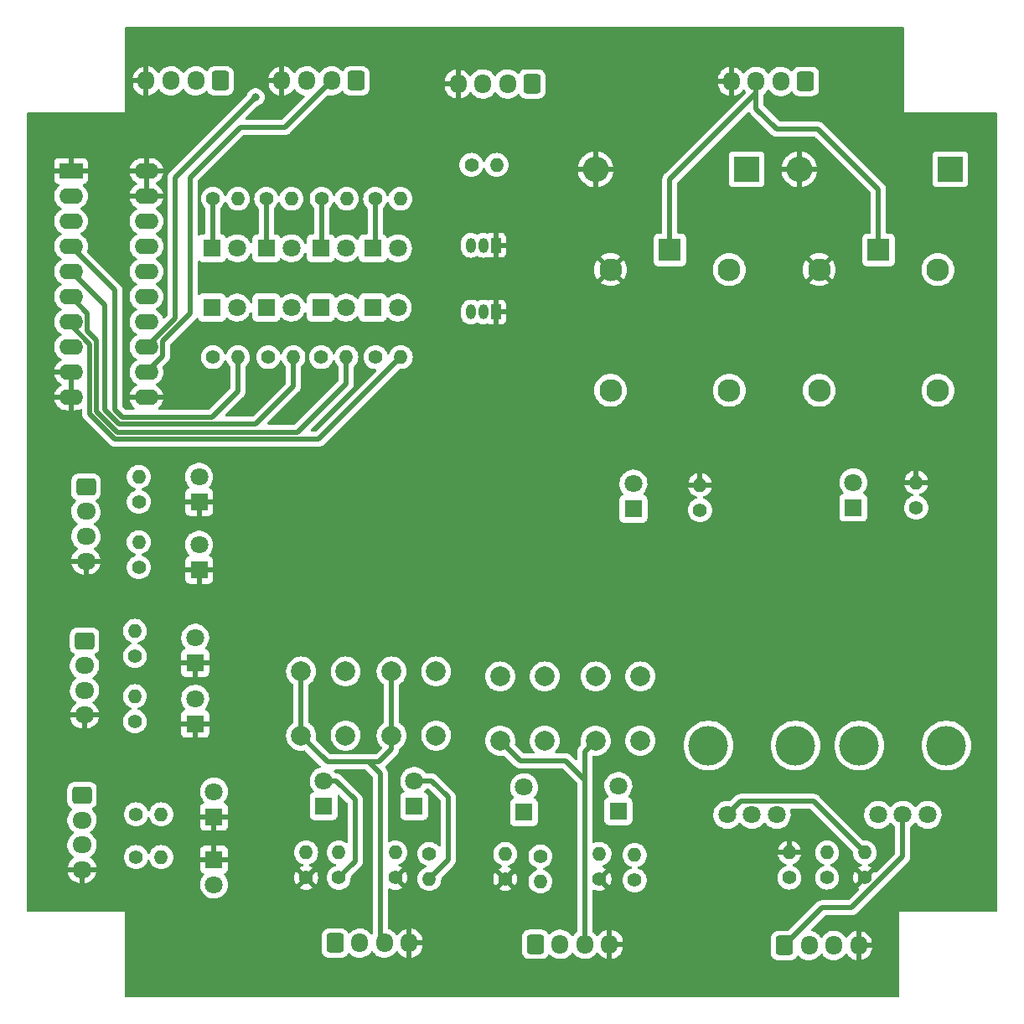
<source format=gbr>
%TF.GenerationSoftware,KiCad,Pcbnew,(6.0.2)*%
%TF.CreationDate,2022-08-02T15:54:41+01:00*%
%TF.ProjectId,testing_board,74657374-696e-4675-9f62-6f6172642e6b,rev?*%
%TF.SameCoordinates,Original*%
%TF.FileFunction,Copper,L2,Bot*%
%TF.FilePolarity,Positive*%
%FSLAX46Y46*%
G04 Gerber Fmt 4.6, Leading zero omitted, Abs format (unit mm)*
G04 Created by KiCad (PCBNEW (6.0.2)) date 2022-08-02 15:54:41*
%MOMM*%
%LPD*%
G01*
G04 APERTURE LIST*
G04 Aperture macros list*
%AMRoundRect*
0 Rectangle with rounded corners*
0 $1 Rounding radius*
0 $2 $3 $4 $5 $6 $7 $8 $9 X,Y pos of 4 corners*
0 Add a 4 corners polygon primitive as box body*
4,1,4,$2,$3,$4,$5,$6,$7,$8,$9,$2,$3,0*
0 Add four circle primitives for the rounded corners*
1,1,$1+$1,$2,$3*
1,1,$1+$1,$4,$5*
1,1,$1+$1,$6,$7*
1,1,$1+$1,$8,$9*
0 Add four rect primitives between the rounded corners*
20,1,$1+$1,$2,$3,$4,$5,0*
20,1,$1+$1,$4,$5,$6,$7,0*
20,1,$1+$1,$6,$7,$8,$9,0*
20,1,$1+$1,$8,$9,$2,$3,0*%
G04 Aperture macros list end*
%TA.AperFunction,ComponentPad*%
%ADD10R,1.800000X1.800000*%
%TD*%
%TA.AperFunction,ComponentPad*%
%ADD11C,1.800000*%
%TD*%
%TA.AperFunction,ComponentPad*%
%ADD12RoundRect,0.250000X-0.600000X-0.725000X0.600000X-0.725000X0.600000X0.725000X-0.600000X0.725000X0*%
%TD*%
%TA.AperFunction,ComponentPad*%
%ADD13O,1.700000X1.950000*%
%TD*%
%TA.AperFunction,ComponentPad*%
%ADD14RoundRect,0.250000X-0.725000X0.600000X-0.725000X-0.600000X0.725000X-0.600000X0.725000X0.600000X0*%
%TD*%
%TA.AperFunction,ComponentPad*%
%ADD15O,1.950000X1.700000*%
%TD*%
%TA.AperFunction,ComponentPad*%
%ADD16C,1.400000*%
%TD*%
%TA.AperFunction,ComponentPad*%
%ADD17O,1.400000X1.400000*%
%TD*%
%TA.AperFunction,WasherPad*%
%ADD18C,4.000000*%
%TD*%
%TA.AperFunction,ComponentPad*%
%ADD19C,2.000000*%
%TD*%
%TA.AperFunction,ComponentPad*%
%ADD20R,1.000000X1.500000*%
%TD*%
%TA.AperFunction,ComponentPad*%
%ADD21O,1.000000X1.500000*%
%TD*%
%TA.AperFunction,ComponentPad*%
%ADD22RoundRect,0.250000X0.600000X0.725000X-0.600000X0.725000X-0.600000X-0.725000X0.600000X-0.725000X0*%
%TD*%
%TA.AperFunction,ComponentPad*%
%ADD23R,2.300000X2.300000*%
%TD*%
%TA.AperFunction,ComponentPad*%
%ADD24C,2.300000*%
%TD*%
%TA.AperFunction,ComponentPad*%
%ADD25R,2.400000X1.600000*%
%TD*%
%TA.AperFunction,ComponentPad*%
%ADD26O,2.400000X1.600000*%
%TD*%
%TA.AperFunction,ComponentPad*%
%ADD27R,2.600000X2.600000*%
%TD*%
%TA.AperFunction,ComponentPad*%
%ADD28O,2.600000X2.600000*%
%TD*%
%TA.AperFunction,ViaPad*%
%ADD29C,0.800000*%
%TD*%
%TA.AperFunction,Conductor*%
%ADD30C,0.500000*%
%TD*%
G04 APERTURE END LIST*
D10*
%TO.P,D1,1,K*%
%TO.N,Net-(D1-Pad1)*%
X97099000Y-100076000D03*
D11*
%TO.P,D1,2,A*%
%TO.N,Net-(D1-Pad2)*%
X97099000Y-97536000D03*
%TD*%
D10*
%TO.P,D3,1,K*%
%TO.N,Net-(D3-Pad1)*%
X76478000Y-99568000D03*
D11*
%TO.P,D3,2,A*%
%TO.N,Net-(D3-Pad2)*%
X76478000Y-97028000D03*
%TD*%
D10*
%TO.P,D4,1,K*%
%TO.N,GND*%
X54346000Y-85103000D03*
D11*
%TO.P,D4,2,A*%
%TO.N,Net-(D4-Pad2)*%
X54346000Y-82563000D03*
%TD*%
D10*
%TO.P,D5,1,K*%
%TO.N,GND*%
X54346000Y-91254000D03*
D11*
%TO.P,D5,2,A*%
%TO.N,Net-(D5-Pad2)*%
X54346000Y-88714000D03*
%TD*%
D10*
%TO.P,D6,1,K*%
%TO.N,GND*%
X54737000Y-68834000D03*
D11*
%TO.P,D6,2,A*%
%TO.N,Net-(D6-Pad2)*%
X54737000Y-66294000D03*
%TD*%
D10*
%TO.P,D7,1,K*%
%TO.N,GND*%
X54737000Y-75692000D03*
D11*
%TO.P,D7,2,A*%
%TO.N,Net-(D7-Pad2)*%
X54737000Y-73152000D03*
%TD*%
D10*
%TO.P,D8,1,K*%
%TO.N,Net-(D8-Pad1)*%
X67334000Y-99568000D03*
D11*
%TO.P,D8,2,A*%
%TO.N,Net-(D8-Pad2)*%
X67334000Y-97028000D03*
%TD*%
D10*
%TO.P,D9,1,K*%
%TO.N,Net-(D9-Pad1)*%
X72300000Y-43200000D03*
D11*
%TO.P,D9,2,A*%
%TO.N,+5V*%
X74840000Y-43200000D03*
%TD*%
D10*
%TO.P,D10,1,K*%
%TO.N,Net-(R14-Pad1)*%
X67025000Y-43200000D03*
D11*
%TO.P,D10,2,A*%
%TO.N,+5V*%
X69565000Y-43200000D03*
%TD*%
D10*
%TO.P,D11,1,K*%
%TO.N,Net-(D11-Pad1)*%
X61525000Y-43200000D03*
D11*
%TO.P,D11,2,A*%
%TO.N,+5V*%
X64065000Y-43200000D03*
%TD*%
D10*
%TO.P,D12,1,K*%
%TO.N,Net-(R16-Pad1)*%
X56050000Y-43200000D03*
D11*
%TO.P,D12,2,A*%
%TO.N,+5V*%
X58590000Y-43200000D03*
%TD*%
D10*
%TO.P,D13,1,K*%
%TO.N,GND*%
X56250000Y-100642000D03*
D11*
%TO.P,D13,2,A*%
%TO.N,Net-(D13-Pad2)*%
X56250000Y-98102000D03*
%TD*%
D10*
%TO.P,D14,1,K*%
%TO.N,GND*%
X56250000Y-104960000D03*
D11*
%TO.P,D14,2,A*%
%TO.N,Net-(D14-Pad2)*%
X56250000Y-107500000D03*
%TD*%
D10*
%TO.P,D15,1,K*%
%TO.N,Net-(D15-Pad1)*%
X72275000Y-49200000D03*
D11*
%TO.P,D15,2,A*%
%TO.N,+5V*%
X74815000Y-49200000D03*
%TD*%
D10*
%TO.P,D16,1,K*%
%TO.N,Net-(D16-Pad1)*%
X67025000Y-49200000D03*
D11*
%TO.P,D16,2,A*%
%TO.N,+5V*%
X69565000Y-49200000D03*
%TD*%
D10*
%TO.P,D17,1,K*%
%TO.N,Net-(D17-Pad1)*%
X61525000Y-49200000D03*
D11*
%TO.P,D17,2,A*%
%TO.N,+5V*%
X64065000Y-49200000D03*
%TD*%
D10*
%TO.P,D18,1,K*%
%TO.N,Net-(R25-Pad1)*%
X56025000Y-49200000D03*
D11*
%TO.P,D18,2,A*%
%TO.N,+5V*%
X58565000Y-49200000D03*
%TD*%
D12*
%TO.P,J1,1,Pin_1*%
%TO.N,Net-(D2-Pad1)*%
X88717000Y-113538000D03*
D13*
%TO.P,J1,2,Pin_2*%
%TO.N,Net-(D1-Pad1)*%
X91217000Y-113538000D03*
%TO.P,J1,3,Pin_3*%
%TO.N,+5V*%
X93717000Y-113538000D03*
%TO.P,J1,4,Pin_4*%
%TO.N,GND*%
X96217000Y-113538000D03*
%TD*%
D12*
%TO.P,J2,1,Pin_1*%
%TO.N,Net-(D8-Pad1)*%
X68477000Y-113411000D03*
D13*
%TO.P,J2,2,Pin_2*%
%TO.N,Net-(D3-Pad1)*%
X70977000Y-113411000D03*
%TO.P,J2,3,Pin_3*%
%TO.N,+5V*%
X73477000Y-113411000D03*
%TO.P,J2,4,Pin_4*%
%TO.N,GND*%
X75977000Y-113411000D03*
%TD*%
D14*
%TO.P,J3,1,Pin_1*%
%TO.N,Net-(J3-Pad1)*%
X43170000Y-82872000D03*
D15*
%TO.P,J3,2,Pin_2*%
%TO.N,Net-(J3-Pad2)*%
X43170000Y-85372000D03*
%TO.P,J3,3,Pin_3*%
%TO.N,+5V*%
X43170000Y-87872000D03*
%TO.P,J3,4,Pin_4*%
%TO.N,GND*%
X43170000Y-90372000D03*
%TD*%
D14*
%TO.P,J4,1,Pin_1*%
%TO.N,Net-(J4-Pad1)*%
X43307000Y-67310000D03*
D15*
%TO.P,J4,2,Pin_2*%
%TO.N,Net-(J4-Pad2)*%
X43307000Y-69810000D03*
%TO.P,J4,3,Pin_3*%
%TO.N,+5V*%
X43307000Y-72310000D03*
%TO.P,J4,4,Pin_4*%
%TO.N,GND*%
X43307000Y-74810000D03*
%TD*%
D12*
%TO.P,J5,1,Pin_1*%
%TO.N,Net-(J5-Pad1)*%
X113869999Y-113657999D03*
D13*
%TO.P,J5,2,Pin_2*%
%TO.N,Net-(J5-Pad2)*%
X116369999Y-113657999D03*
%TO.P,J5,3,Pin_3*%
%TO.N,+5V*%
X118869999Y-113657999D03*
%TO.P,J5,4,Pin_4*%
%TO.N,GND*%
X121369999Y-113657999D03*
%TD*%
D16*
%TO.P,R1,1*%
%TO.N,Net-(R1-Pad1)*%
X98750000Y-107061000D03*
D17*
%TO.P,R1,2*%
%TO.N,Net-(D1-Pad2)*%
X98750000Y-104521000D03*
%TD*%
D16*
%TO.P,R2,1*%
%TO.N,Net-(D2-Pad2)*%
X89225000Y-104648000D03*
D17*
%TO.P,R2,2*%
%TO.N,Net-(R2-Pad2)*%
X89225000Y-107188000D03*
%TD*%
D16*
%TO.P,R3,1*%
%TO.N,Net-(R3-Pad1)*%
X78002000Y-104394000D03*
D17*
%TO.P,R3,2*%
%TO.N,Net-(D3-Pad2)*%
X78002000Y-106934000D03*
%TD*%
D16*
%TO.P,R4,1*%
%TO.N,Net-(D4-Pad2)*%
X48250000Y-84396000D03*
D17*
%TO.P,R4,2*%
%TO.N,Net-(J3-Pad1)*%
X48250000Y-81856000D03*
%TD*%
D16*
%TO.P,R5,1*%
%TO.N,Net-(D5-Pad2)*%
X48250000Y-91000000D03*
D17*
%TO.P,R5,2*%
%TO.N,Net-(J3-Pad2)*%
X48250000Y-88460000D03*
%TD*%
D16*
%TO.P,R6,1*%
%TO.N,Net-(D6-Pad2)*%
X48641000Y-68834000D03*
D17*
%TO.P,R6,2*%
%TO.N,Net-(J4-Pad1)*%
X48641000Y-66294000D03*
%TD*%
D16*
%TO.P,R7,1*%
%TO.N,Net-(D7-Pad2)*%
X48641000Y-75438000D03*
D17*
%TO.P,R7,2*%
%TO.N,Net-(J4-Pad2)*%
X48641000Y-72898000D03*
%TD*%
D16*
%TO.P,R8,1*%
%TO.N,GND*%
X95194000Y-106934000D03*
D17*
%TO.P,R8,2*%
%TO.N,Net-(D1-Pad1)*%
X95194000Y-104394000D03*
%TD*%
D16*
%TO.P,R9,1*%
%TO.N,GND*%
X74573000Y-106807000D03*
D17*
%TO.P,R9,2*%
%TO.N,Net-(D3-Pad1)*%
X74573000Y-104267000D03*
%TD*%
D16*
%TO.P,R10,1*%
%TO.N,GND*%
X65556000Y-106807000D03*
D17*
%TO.P,R10,2*%
%TO.N,Net-(D8-Pad1)*%
X65556000Y-104267000D03*
%TD*%
D16*
%TO.P,R11,1*%
%TO.N,Net-(D8-Pad2)*%
X68858000Y-106807000D03*
D17*
%TO.P,R11,2*%
%TO.N,Net-(R11-Pad2)*%
X68858000Y-104267000D03*
%TD*%
D16*
%TO.P,R12,1*%
%TO.N,GND*%
X85669000Y-106934000D03*
D17*
%TO.P,R12,2*%
%TO.N,Net-(D2-Pad1)*%
X85669000Y-104394000D03*
%TD*%
D16*
%TO.P,R13,1*%
%TO.N,Net-(D9-Pad1)*%
X72530000Y-38200000D03*
D17*
%TO.P,R13,2*%
%TO.N,Net-(U3-Pad14)*%
X75070000Y-38200000D03*
%TD*%
D16*
%TO.P,R14,1*%
%TO.N,Net-(R14-Pad1)*%
X67130000Y-38200000D03*
D17*
%TO.P,R14,2*%
%TO.N,Net-(U3-Pad15)*%
X69670000Y-38200000D03*
%TD*%
D16*
%TO.P,R15,1*%
%TO.N,Net-(D11-Pad1)*%
X61530000Y-38200000D03*
D17*
%TO.P,R15,2*%
%TO.N,Net-(U3-Pad16)*%
X64070000Y-38200000D03*
%TD*%
D16*
%TO.P,R16,1*%
%TO.N,Net-(R16-Pad1)*%
X56130000Y-38200000D03*
D17*
%TO.P,R16,2*%
%TO.N,Net-(U3-Pad17)*%
X58670000Y-38200000D03*
%TD*%
D16*
%TO.P,R17,1*%
%TO.N,+5V*%
X118187999Y-106799999D03*
D17*
%TO.P,R17,2*%
%TO.N,Net-(R17-Pad2)*%
X118187999Y-104259999D03*
%TD*%
D16*
%TO.P,R18,1*%
%TO.N,+5V*%
X82249000Y-34775000D03*
D17*
%TO.P,R18,2*%
%TO.N,Net-(J16-Pad2)*%
X84789000Y-34775000D03*
%TD*%
D16*
%TO.P,R19,1*%
%TO.N,Net-(R17-Pad2)*%
X114377999Y-106799999D03*
D17*
%TO.P,R19,2*%
%TO.N,GND*%
X114377999Y-104259999D03*
%TD*%
D16*
%TO.P,R20,1*%
%TO.N,Net-(D22-Pad1)*%
X105356000Y-69654000D03*
D17*
%TO.P,R20,2*%
%TO.N,GND*%
X105356000Y-67114000D03*
%TD*%
D16*
%TO.P,R21,1*%
%TO.N,Net-(J6-Pad2)*%
X48376000Y-104706000D03*
D17*
%TO.P,R21,2*%
%TO.N,Net-(D14-Pad2)*%
X50916000Y-104706000D03*
%TD*%
D16*
%TO.P,R22,1*%
%TO.N,Net-(D15-Pad1)*%
X72580000Y-54200000D03*
D17*
%TO.P,R22,2*%
%TO.N,Net-(U3-Pad7)*%
X75120000Y-54200000D03*
%TD*%
D16*
%TO.P,R23,1*%
%TO.N,Net-(D16-Pad1)*%
X67080000Y-54200000D03*
D17*
%TO.P,R23,2*%
%TO.N,Net-(U3-Pad6)*%
X69620000Y-54200000D03*
%TD*%
D16*
%TO.P,R24,1*%
%TO.N,Net-(D17-Pad1)*%
X61730000Y-54200000D03*
D17*
%TO.P,R24,2*%
%TO.N,Net-(R24-Pad2)*%
X64270000Y-54200000D03*
%TD*%
D16*
%TO.P,R25,1*%
%TO.N,Net-(R25-Pad1)*%
X56130000Y-54200000D03*
D17*
%TO.P,R25,2*%
%TO.N,Net-(U3-Pad4)*%
X58670000Y-54200000D03*
%TD*%
D18*
%TO.P,RV1,*%
%TO.N,*%
X121447999Y-93449999D03*
X130247999Y-93449999D03*
D11*
%TO.P,RV1,1,1*%
%TO.N,Net-(R17-Pad2)*%
X128347999Y-100449999D03*
%TO.P,RV1,2,2*%
%TO.N,Net-(J5-Pad1)*%
X125847999Y-100449999D03*
%TO.P,RV1,3,3*%
%TO.N,Net-(R26-Pad2)*%
X123347999Y-100449999D03*
%TD*%
D18*
%TO.P,RV2,*%
%TO.N,*%
X106207999Y-93449999D03*
X115007999Y-93449999D03*
D11*
%TO.P,RV2,1,1*%
%TO.N,Net-(R17-Pad2)*%
X113107999Y-100449999D03*
%TO.P,RV2,2,2*%
%TO.N,Net-(J5-Pad2)*%
X110607999Y-100449999D03*
%TO.P,RV2,3,3*%
%TO.N,Net-(R26-Pad2)*%
X108107999Y-100449999D03*
%TD*%
D19*
%TO.P,SW1,1,1*%
%TO.N,+5V*%
X94813000Y-92964000D03*
X94813000Y-86464000D03*
%TO.P,SW1,2,2*%
%TO.N,Net-(R1-Pad1)*%
X99313000Y-86464000D03*
X99313000Y-92964000D03*
%TD*%
%TO.P,SW2,1,1*%
%TO.N,+5V*%
X85161000Y-86464000D03*
X85161000Y-92964000D03*
%TO.P,SW2,2,2*%
%TO.N,Net-(R2-Pad2)*%
X89661000Y-92964000D03*
X89661000Y-86464000D03*
%TD*%
%TO.P,SW3,1,1*%
%TO.N,+5V*%
X74192000Y-85956000D03*
X74192000Y-92456000D03*
%TO.P,SW3,2,2*%
%TO.N,Net-(R3-Pad1)*%
X78692000Y-92456000D03*
X78692000Y-85956000D03*
%TD*%
%TO.P,SW4,1,1*%
%TO.N,+5V*%
X65048000Y-92456000D03*
X65048000Y-85956000D03*
%TO.P,SW4,2,2*%
%TO.N,Net-(R11-Pad2)*%
X69548000Y-92456000D03*
X69548000Y-85956000D03*
%TD*%
D20*
%TO.P,U1,1,GND*%
%TO.N,GND*%
X84739000Y-42900000D03*
D21*
%TO.P,U1,2,DQ*%
%TO.N,Net-(J16-Pad2)*%
X83469000Y-42900000D03*
%TO.P,U1,3,VDD*%
%TO.N,+5V*%
X82199000Y-42900000D03*
%TD*%
D20*
%TO.P,U2,1,GND*%
%TO.N,GND*%
X84739000Y-49650000D03*
D21*
%TO.P,U2,2,DQ*%
%TO.N,Net-(J16-Pad2)*%
X83469000Y-49650000D03*
%TO.P,U2,3,VDD*%
%TO.N,+5V*%
X82199000Y-49650000D03*
%TD*%
D22*
%TO.P,J16,1,Pin_1*%
%TO.N,unconnected-(J16-Pad1)*%
X88400000Y-26600000D03*
D13*
%TO.P,J16,2,Pin_2*%
%TO.N,Net-(J16-Pad2)*%
X85900000Y-26600000D03*
%TO.P,J16,3,Pin_3*%
%TO.N,+5V*%
X83400000Y-26600000D03*
%TO.P,J16,4,Pin_4*%
%TO.N,GND*%
X80900000Y-26600000D03*
%TD*%
D16*
%TO.P,R26,1*%
%TO.N,GND*%
X121997999Y-106799999D03*
D17*
%TO.P,R26,2*%
%TO.N,Net-(R26-Pad2)*%
X121997999Y-104259999D03*
%TD*%
D10*
%TO.P,D2,1,K*%
%TO.N,Net-(D2-Pad1)*%
X87574000Y-100203000D03*
D11*
%TO.P,D2,2,A*%
%TO.N,Net-(D2-Pad2)*%
X87574000Y-97663000D03*
%TD*%
D10*
%TO.P,D21,1,K*%
%TO.N,Net-(D21-Pad1)*%
X120850000Y-69400000D03*
D11*
%TO.P,D21,2,A*%
%TO.N,Net-(D21-Pad2)*%
X120850000Y-66860000D03*
%TD*%
D10*
%TO.P,D22,1,K*%
%TO.N,Net-(D22-Pad1)*%
X98625000Y-69527000D03*
D11*
%TO.P,D22,2,A*%
%TO.N,Net-(D22-Pad2)*%
X98625000Y-66987000D03*
%TD*%
D22*
%TO.P,J7,1,Pin_1*%
%TO.N,Net-(J7-Pad1)*%
X56896000Y-26289000D03*
D13*
%TO.P,J7,2,Pin_2*%
%TO.N,Net-(J7-Pad2)*%
X54396000Y-26289000D03*
%TO.P,J7,3,Pin_3*%
%TO.N,+5V*%
X51896000Y-26289000D03*
%TO.P,J7,4,Pin_4*%
%TO.N,GND*%
X49396000Y-26289000D03*
%TD*%
D22*
%TO.P,J8,1,Pin_1*%
%TO.N,Net-(J8-Pad1)*%
X70612000Y-26289000D03*
D13*
%TO.P,J8,2,Pin_2*%
%TO.N,Net-(J8-Pad2)*%
X68112000Y-26289000D03*
%TO.P,J8,3,Pin_3*%
%TO.N,+5V*%
X65612000Y-26289000D03*
%TO.P,J8,4,Pin_4*%
%TO.N,GND*%
X63112000Y-26289000D03*
%TD*%
D22*
%TO.P,J9,1,Pin_1*%
%TO.N,Net-(D19-Pad1)*%
X116024000Y-26347000D03*
D13*
%TO.P,J9,2,Pin_2*%
%TO.N,Net-(D20-Pad1)*%
X113524000Y-26347000D03*
%TO.P,J9,3,Pin_3*%
%TO.N,+5V*%
X111024000Y-26347000D03*
%TO.P,J9,4,Pin_4*%
%TO.N,GND*%
X108524000Y-26347000D03*
%TD*%
D16*
%TO.P,R27,1*%
%TO.N,Net-(J6-Pad1)*%
X48376000Y-100388000D03*
D17*
%TO.P,R27,2*%
%TO.N,Net-(D13-Pad2)*%
X50916000Y-100388000D03*
%TD*%
D16*
%TO.P,R28,1*%
%TO.N,Net-(D21-Pad1)*%
X127200000Y-69400000D03*
D17*
%TO.P,R28,2*%
%TO.N,GND*%
X127200000Y-66860000D03*
%TD*%
D23*
%TO.P,RLY1,1,COM*%
%TO.N,+5V*%
X123390000Y-43365000D03*
D24*
%TO.P,RLY1,2,COIL*%
%TO.N,GND*%
X117390000Y-45365000D03*
%TO.P,RLY1,3,NO*%
%TO.N,Net-(D21-Pad2)*%
X117390000Y-57565000D03*
%TO.P,RLY1,4,NC*%
%TO.N,unconnected-(RLY1-Pad4)*%
X129390000Y-57565000D03*
%TO.P,RLY1,5,COIL*%
%TO.N,Net-(D19-Pad1)*%
X129390000Y-45365000D03*
%TD*%
D23*
%TO.P,RLY2,1,COM*%
%TO.N,+5V*%
X102308000Y-43365000D03*
D24*
%TO.P,RLY2,2,COIL*%
%TO.N,GND*%
X96308000Y-45365000D03*
%TO.P,RLY2,3,NO*%
%TO.N,Net-(D22-Pad2)*%
X96308000Y-57565000D03*
%TO.P,RLY2,4,NC*%
%TO.N,unconnected-(RLY2-Pad4)*%
X108308000Y-57565000D03*
%TO.P,RLY2,5,COIL*%
%TO.N,Net-(D20-Pad1)*%
X108308000Y-45365000D03*
%TD*%
D25*
%TO.P,U3,1,PGND*%
%TO.N,GND*%
X41800000Y-35400000D03*
D26*
%TO.P,U3,2,VCC*%
%TO.N,+5V*%
X41800000Y-37940000D03*
%TO.P,U3,3,SER_IN*%
%TO.N,Net-(J7-Pad2)*%
X41800000Y-40480000D03*
%TO.P,U3,4,DRAIN0*%
%TO.N,Net-(U3-Pad4)*%
X41800000Y-43020000D03*
%TO.P,U3,5,DRAIN1*%
%TO.N,Net-(R24-Pad2)*%
X41800000Y-45560000D03*
%TO.P,U3,6,DRAIN2*%
%TO.N,Net-(U3-Pad6)*%
X41800000Y-48100000D03*
%TO.P,U3,7,DRAIN3*%
%TO.N,Net-(U3-Pad7)*%
X41800000Y-50640000D03*
%TO.P,U3,8,~{SRCLR}*%
%TO.N,Net-(J7-Pad1)*%
X41800000Y-53180000D03*
%TO.P,U3,9,~{G}*%
%TO.N,GND*%
X41800000Y-55720000D03*
%TO.P,U3,10,PGND*%
X41800000Y-58260000D03*
%TO.P,U3,11,PGND*%
X49420000Y-58260000D03*
%TO.P,U3,12,RCLK*%
%TO.N,Net-(J8-Pad2)*%
X49420000Y-55720000D03*
%TO.P,U3,13,SRCK*%
%TO.N,Net-(J8-Pad1)*%
X49420000Y-53180000D03*
%TO.P,U3,14,DRAIN4*%
%TO.N,Net-(U3-Pad14)*%
X49420000Y-50640000D03*
%TO.P,U3,15,DRAIN5*%
%TO.N,Net-(U3-Pad15)*%
X49420000Y-48100000D03*
%TO.P,U3,16,DRAIN6*%
%TO.N,Net-(U3-Pad16)*%
X49420000Y-45560000D03*
%TO.P,U3,17,DRAIN7*%
%TO.N,Net-(U3-Pad17)*%
X49420000Y-43020000D03*
%TO.P,U3,18,SER_OUT*%
%TO.N,unconnected-(U3-Pad18)*%
X49420000Y-40480000D03*
%TO.P,U3,19,LGND*%
%TO.N,GND*%
X49420000Y-37940000D03*
%TO.P,U3,20,PGND*%
X49420000Y-35400000D03*
%TD*%
D14*
%TO.P,J6,1,Pin_1*%
%TO.N,Net-(J6-Pad1)*%
X42915000Y-98483000D03*
D15*
%TO.P,J6,2,Pin_2*%
%TO.N,Net-(J6-Pad2)*%
X42915000Y-100983000D03*
%TO.P,J6,3,Pin_3*%
%TO.N,+5V*%
X42915000Y-103483000D03*
%TO.P,J6,4,Pin_4*%
%TO.N,GND*%
X42915000Y-105983000D03*
%TD*%
D27*
%TO.P,D19,1,K*%
%TO.N,Net-(D19-Pad1)*%
X130629000Y-35237000D03*
D28*
%TO.P,D19,2,A*%
%TO.N,GND*%
X115389000Y-35237000D03*
%TD*%
D27*
%TO.P,D20,1,K*%
%TO.N,Net-(D20-Pad1)*%
X110055000Y-35237000D03*
D28*
%TO.P,D20,2,A*%
%TO.N,GND*%
X94815000Y-35237000D03*
%TD*%
D29*
%TO.N,Net-(J8-Pad1)*%
X60452000Y-27940000D03*
%TD*%
D30*
%TO.N,Net-(J8-Pad2)*%
X58928000Y-30988000D02*
X63413000Y-30988000D01*
X53848000Y-36068000D02*
X58928000Y-30988000D01*
X53848000Y-49815040D02*
X53848000Y-36068000D01*
X63413000Y-30988000D02*
X68112000Y-26289000D01*
X51069520Y-52593520D02*
X53848000Y-49815040D01*
X49420000Y-55720000D02*
X51069520Y-54070480D01*
X51069520Y-54070480D02*
X51069520Y-52593520D01*
%TO.N,Net-(J8-Pad1)*%
X52324000Y-36068000D02*
X60452000Y-27940000D01*
X52324000Y-50276000D02*
X52324000Y-36068000D01*
X49420000Y-53180000D02*
X52324000Y-50276000D01*
%TO.N,Net-(U3-Pad4)*%
X56071520Y-60260480D02*
X58670000Y-57662000D01*
X46972290Y-60260480D02*
X56071520Y-60260480D01*
X58670000Y-57662000D02*
X58670000Y-54200000D01*
X46228000Y-59516190D02*
X46972290Y-60260480D01*
X46228000Y-47448000D02*
X46228000Y-59516190D01*
X41800000Y-43020000D02*
X46228000Y-47448000D01*
%TO.N,Net-(R24-Pad2)*%
X64270000Y-57142000D02*
X64270000Y-54200000D01*
X46682540Y-60960000D02*
X60452000Y-60960000D01*
X60452000Y-60960000D02*
X64270000Y-57142000D01*
X45212000Y-59489460D02*
X46682540Y-60960000D01*
X45212000Y-48972000D02*
X45212000Y-59489460D01*
X41800000Y-45560000D02*
X45212000Y-48972000D01*
%TO.N,Net-(U3-Pad6)*%
X69620000Y-56872000D02*
X69620000Y-54200000D01*
X44387519Y-59654249D02*
X46517750Y-61784480D01*
X46517750Y-61784480D02*
X64707520Y-61784480D01*
X43449520Y-51546480D02*
X44387519Y-52484479D01*
X44387519Y-52484479D02*
X44387519Y-59654249D01*
X43449520Y-49749520D02*
X43449520Y-51546480D01*
X64707520Y-61784480D02*
X69620000Y-56872000D01*
X41800000Y-48100000D02*
X43449520Y-49749520D01*
%TO.N,Net-(U3-Pad7)*%
X66836000Y-62484000D02*
X75120000Y-54200000D01*
X46228000Y-62484000D02*
X66836000Y-62484000D01*
X43688000Y-59944000D02*
X46228000Y-62484000D01*
X41800000Y-51012912D02*
X43688000Y-52900912D01*
X43688000Y-52900912D02*
X43688000Y-59944000D01*
X41800000Y-50640000D02*
X41800000Y-51012912D01*
%TO.N,Net-(D3-Pad2)*%
X76478000Y-97028000D02*
X78256000Y-97028000D01*
X79907000Y-98679000D02*
X79907000Y-105029000D01*
X79907000Y-105029000D02*
X78002000Y-106934000D01*
X78256000Y-97028000D02*
X79907000Y-98679000D01*
%TO.N,Net-(D8-Pad2)*%
X70509000Y-98933000D02*
X70509000Y-105156000D01*
X67334000Y-97028000D02*
X68604000Y-97028000D01*
X70509000Y-105156000D02*
X68858000Y-106807000D01*
X68604000Y-97028000D02*
X70509000Y-98933000D01*
%TO.N,Net-(D9-Pad1)*%
X72530000Y-42970000D02*
X72300000Y-43200000D01*
X72530000Y-38200000D02*
X72530000Y-42970000D01*
%TO.N,Net-(D11-Pad1)*%
X61530000Y-38200000D02*
X61530000Y-43195000D01*
X61530000Y-43195000D02*
X61525000Y-43200000D01*
%TO.N,+5V*%
X87193000Y-94996000D02*
X85161000Y-92964000D01*
X71906000Y-95123000D02*
X67715000Y-95123000D01*
X74192000Y-92456000D02*
X74192000Y-85956000D01*
X93717000Y-113538000D02*
X93717000Y-97616000D01*
X93717000Y-97616000D02*
X93717000Y-96948000D01*
X111024000Y-27537000D02*
X102308000Y-36253000D01*
X73477000Y-113411000D02*
X73049000Y-112983000D01*
X123390000Y-37269000D02*
X123390000Y-43365000D01*
X93717000Y-96440000D02*
X93717000Y-94060000D01*
X111024000Y-26347000D02*
X111024000Y-27537000D01*
X111024000Y-26347000D02*
X111024000Y-29094000D01*
X65048000Y-92456000D02*
X65048000Y-85956000D01*
X67715000Y-95123000D02*
X65048000Y-92456000D01*
X102308000Y-36253000D02*
X102308000Y-43365000D01*
X71906000Y-95123000D02*
X72922000Y-95123000D01*
X113103000Y-31173000D02*
X117294000Y-31173000D01*
X93717000Y-97616000D02*
X93717000Y-96440000D01*
X117294000Y-31173000D02*
X123390000Y-37269000D01*
X91765000Y-94996000D02*
X87193000Y-94996000D01*
X111024000Y-29094000D02*
X113103000Y-31173000D01*
X72922000Y-95123000D02*
X74192000Y-93853000D01*
X73049000Y-112983000D02*
X73049000Y-96266000D01*
X74192000Y-93853000D02*
X74192000Y-92456000D01*
X73049000Y-96266000D02*
X71906000Y-95123000D01*
X93717000Y-94060000D02*
X94813000Y-92964000D01*
X93717000Y-96948000D02*
X91765000Y-94996000D01*
%TO.N,Net-(J5-Pad1)*%
X117679999Y-109847999D02*
X120652001Y-109847999D01*
X120652001Y-109847999D02*
X125847999Y-104652001D01*
X125847999Y-104652001D02*
X125847999Y-100449999D01*
X113869999Y-113657999D02*
X117679999Y-109847999D01*
%TO.N,Net-(R26-Pad2)*%
X116837998Y-99099998D02*
X121997999Y-104259999D01*
X109458000Y-99099998D02*
X116837998Y-99099998D01*
X108107999Y-100449999D02*
X109458000Y-99099998D01*
%TO.N,Net-(R14-Pad1)*%
X67130000Y-43095000D02*
X67025000Y-43200000D01*
X67130000Y-38200000D02*
X67130000Y-43095000D01*
%TO.N,Net-(R16-Pad1)*%
X56130000Y-38200000D02*
X56130000Y-43120000D01*
X56130000Y-43120000D02*
X56050000Y-43200000D01*
%TD*%
%TA.AperFunction,Conductor*%
%TO.N,GND*%
G36*
X125926121Y-20848002D02*
G01*
X125972614Y-20901658D01*
X125984000Y-20954000D01*
X125984000Y-29464000D01*
X135256000Y-29464000D01*
X135324121Y-29484002D01*
X135370614Y-29537658D01*
X135382000Y-29590000D01*
X135382000Y-110110000D01*
X135361998Y-110178121D01*
X135308342Y-110224614D01*
X135256000Y-110236000D01*
X125476000Y-110236000D01*
X125476000Y-118746000D01*
X125455998Y-118814121D01*
X125402342Y-118860614D01*
X125350000Y-118872000D01*
X47370000Y-118872000D01*
X47301879Y-118851998D01*
X47255386Y-118798342D01*
X47244000Y-118746000D01*
X47244000Y-110236000D01*
X37464000Y-110236000D01*
X37395879Y-110215998D01*
X37349386Y-110162342D01*
X37338000Y-110110000D01*
X37338000Y-107465469D01*
X54837095Y-107465469D01*
X54837392Y-107470622D01*
X54837392Y-107470625D01*
X54843829Y-107582264D01*
X54850427Y-107696697D01*
X54851564Y-107701743D01*
X54851565Y-107701749D01*
X54875682Y-107808764D01*
X54901346Y-107922642D01*
X54903288Y-107927424D01*
X54903289Y-107927428D01*
X54985006Y-108128671D01*
X54988484Y-108137237D01*
X55109501Y-108334719D01*
X55261147Y-108509784D01*
X55439349Y-108657730D01*
X55639322Y-108774584D01*
X55855694Y-108857209D01*
X55860760Y-108858240D01*
X55860761Y-108858240D01*
X55913846Y-108869040D01*
X56082656Y-108903385D01*
X56213324Y-108908176D01*
X56308949Y-108911683D01*
X56308953Y-108911683D01*
X56314113Y-108911872D01*
X56319233Y-108911216D01*
X56319235Y-108911216D01*
X56392270Y-108901860D01*
X56543847Y-108882442D01*
X56548795Y-108880957D01*
X56548802Y-108880956D01*
X56760747Y-108817369D01*
X56765690Y-108815886D01*
X56846236Y-108776427D01*
X56969049Y-108716262D01*
X56969052Y-108716260D01*
X56973684Y-108713991D01*
X57162243Y-108579494D01*
X57326303Y-108416005D01*
X57461458Y-108227917D01*
X57508641Y-108132450D01*
X57561784Y-108024922D01*
X57561785Y-108024920D01*
X57564078Y-108020280D01*
X57624545Y-107821261D01*
X64906294Y-107821261D01*
X64915590Y-107833276D01*
X64945189Y-107854001D01*
X64954677Y-107859479D01*
X65136277Y-107944159D01*
X65146571Y-107947907D01*
X65340122Y-107999769D01*
X65350909Y-108001671D01*
X65550525Y-108019135D01*
X65561475Y-108019135D01*
X65761091Y-108001671D01*
X65771878Y-107999769D01*
X65965429Y-107947907D01*
X65975723Y-107944159D01*
X66157323Y-107859479D01*
X66166811Y-107854001D01*
X66197248Y-107832689D01*
X66205623Y-107822212D01*
X66198554Y-107808764D01*
X65568812Y-107179022D01*
X65554868Y-107171408D01*
X65553035Y-107171539D01*
X65546420Y-107175790D01*
X64912724Y-107809486D01*
X64906294Y-107821261D01*
X57624545Y-107821261D01*
X57631408Y-107798671D01*
X57661640Y-107569041D01*
X57663327Y-107500000D01*
X57650469Y-107343600D01*
X57644773Y-107274318D01*
X57644772Y-107274312D01*
X57644349Y-107269167D01*
X57602567Y-107102826D01*
X57589184Y-107049544D01*
X57589183Y-107049540D01*
X57587925Y-107044533D01*
X57585866Y-107039797D01*
X57497630Y-106836868D01*
X57497628Y-106836865D01*
X57495570Y-106832131D01*
X57482854Y-106812475D01*
X64343865Y-106812475D01*
X64361329Y-107012091D01*
X64363231Y-107022878D01*
X64415093Y-107216429D01*
X64418841Y-107226723D01*
X64503521Y-107408323D01*
X64508999Y-107417811D01*
X64530311Y-107448248D01*
X64540788Y-107456623D01*
X64554236Y-107449554D01*
X65183978Y-106819812D01*
X65190356Y-106808132D01*
X65920408Y-106808132D01*
X65920539Y-106809965D01*
X65924790Y-106816580D01*
X66558486Y-107450276D01*
X66570261Y-107456706D01*
X66582276Y-107447410D01*
X66603001Y-107417811D01*
X66608479Y-107408323D01*
X66693159Y-107226723D01*
X66696907Y-107216429D01*
X66748769Y-107022878D01*
X66750671Y-107012091D01*
X66768135Y-106812475D01*
X66768135Y-106801525D01*
X66750671Y-106601909D01*
X66748769Y-106591122D01*
X66696907Y-106397571D01*
X66693159Y-106387277D01*
X66608479Y-106205677D01*
X66603001Y-106196189D01*
X66581689Y-106165752D01*
X66571212Y-106157377D01*
X66557764Y-106164446D01*
X65928022Y-106794188D01*
X65920408Y-106808132D01*
X65190356Y-106808132D01*
X65191592Y-106805868D01*
X65191461Y-106804035D01*
X65187210Y-106797420D01*
X64553514Y-106163724D01*
X64541739Y-106157294D01*
X64529724Y-106166590D01*
X64508999Y-106196189D01*
X64503521Y-106205677D01*
X64418841Y-106387277D01*
X64415093Y-106397571D01*
X64363231Y-106591122D01*
X64361329Y-106601909D01*
X64343865Y-106801525D01*
X64343865Y-106812475D01*
X57482854Y-106812475D01*
X57369764Y-106637665D01*
X57279486Y-106538450D01*
X57248434Y-106474605D01*
X57256829Y-106404106D01*
X57302005Y-106349338D01*
X57328449Y-106335669D01*
X57388054Y-106313324D01*
X57403649Y-106304786D01*
X57505724Y-106228285D01*
X57518285Y-106215724D01*
X57594786Y-106113649D01*
X57603324Y-106098054D01*
X57648478Y-105977606D01*
X57652105Y-105962351D01*
X57657631Y-105911486D01*
X57658000Y-105904672D01*
X57658000Y-105232115D01*
X57653525Y-105216876D01*
X57652135Y-105215671D01*
X57644452Y-105214000D01*
X54860116Y-105214000D01*
X54844877Y-105218475D01*
X54843672Y-105219865D01*
X54842001Y-105227548D01*
X54842001Y-105904669D01*
X54842371Y-105911490D01*
X54847895Y-105962352D01*
X54851521Y-105977604D01*
X54896676Y-106098054D01*
X54905214Y-106113649D01*
X54981715Y-106215724D01*
X54994276Y-106228285D01*
X55096351Y-106304786D01*
X55111946Y-106313324D01*
X55171540Y-106335665D01*
X55228304Y-106378307D01*
X55253004Y-106444868D01*
X55237796Y-106514217D01*
X55218404Y-106540698D01*
X55151639Y-106610564D01*
X55148725Y-106614836D01*
X55148724Y-106614837D01*
X55113286Y-106666787D01*
X55021119Y-106801899D01*
X54923602Y-107011981D01*
X54861707Y-107235169D01*
X54837095Y-107465469D01*
X37338000Y-107465469D01*
X37338000Y-106251580D01*
X41458752Y-106251580D01*
X41483477Y-106369421D01*
X41486537Y-106379617D01*
X41567263Y-106584029D01*
X41571994Y-106593561D01*
X41686016Y-106781462D01*
X41692280Y-106790052D01*
X41836327Y-106956052D01*
X41843958Y-106963472D01*
X42013911Y-107102826D01*
X42022678Y-107108850D01*
X42213682Y-107217576D01*
X42223346Y-107222041D01*
X42429941Y-107297031D01*
X42440208Y-107299802D01*
X42643174Y-107336504D01*
X42656414Y-107335085D01*
X42661000Y-107320450D01*
X42661000Y-107316849D01*
X43169000Y-107316849D01*
X43173310Y-107331527D01*
X43185193Y-107333590D01*
X43264325Y-107326876D01*
X43274797Y-107325086D01*
X43487535Y-107269870D01*
X43497575Y-107266335D01*
X43697970Y-107176063D01*
X43707256Y-107170894D01*
X43889575Y-107048150D01*
X43897870Y-107041481D01*
X44056900Y-106889772D01*
X44063941Y-106881814D01*
X44195141Y-106705475D01*
X44200745Y-106696438D01*
X44300357Y-106500516D01*
X44304357Y-106490665D01*
X44369534Y-106280760D01*
X44371817Y-106270376D01*
X44373861Y-106254957D01*
X44371665Y-106240793D01*
X44358478Y-106237000D01*
X43187115Y-106237000D01*
X43171876Y-106241475D01*
X43170671Y-106242865D01*
X43169000Y-106250548D01*
X43169000Y-107316849D01*
X42661000Y-107316849D01*
X42661000Y-106255115D01*
X42656525Y-106239876D01*
X42655135Y-106238671D01*
X42647452Y-106237000D01*
X41473808Y-106237000D01*
X41460277Y-106240973D01*
X41458752Y-106251580D01*
X37338000Y-106251580D01*
X37338000Y-103418774D01*
X41428102Y-103418774D01*
X41428302Y-103424103D01*
X41428302Y-103424105D01*
X41430578Y-103484735D01*
X41436751Y-103649158D01*
X41484093Y-103874791D01*
X41486051Y-103879750D01*
X41486052Y-103879752D01*
X41555793Y-104056345D01*
X41568776Y-104089221D01*
X41571543Y-104093780D01*
X41571544Y-104093783D01*
X41594044Y-104130862D01*
X41688377Y-104286317D01*
X41691874Y-104290347D01*
X41778438Y-104390103D01*
X41839477Y-104460445D01*
X41881030Y-104494516D01*
X42013627Y-104603240D01*
X42013633Y-104603244D01*
X42017755Y-104606624D01*
X42022398Y-104609267D01*
X42049735Y-104624829D01*
X42099041Y-104675912D01*
X42112902Y-104745542D01*
X42086918Y-104811613D01*
X42057768Y-104838851D01*
X41940422Y-104917852D01*
X41932130Y-104924519D01*
X41773100Y-105076228D01*
X41766059Y-105084186D01*
X41634859Y-105260525D01*
X41629255Y-105269562D01*
X41529643Y-105465484D01*
X41525643Y-105475335D01*
X41460466Y-105685240D01*
X41458183Y-105695624D01*
X41456139Y-105711043D01*
X41458335Y-105725207D01*
X41471522Y-105729000D01*
X44356192Y-105729000D01*
X44369723Y-105725027D01*
X44371248Y-105714420D01*
X44346523Y-105596579D01*
X44343463Y-105586383D01*
X44262737Y-105381971D01*
X44258006Y-105372439D01*
X44143984Y-105184538D01*
X44137720Y-105175948D01*
X43993673Y-105009948D01*
X43986042Y-105002528D01*
X43816089Y-104863174D01*
X43807326Y-104857152D01*
X43780289Y-104841762D01*
X43730982Y-104790680D01*
X43717120Y-104721049D01*
X43723038Y-104706000D01*
X47162884Y-104706000D01*
X47181314Y-104916655D01*
X47182738Y-104921968D01*
X47182738Y-104921970D01*
X47232365Y-105107178D01*
X47236044Y-105120910D01*
X47238366Y-105125891D01*
X47238367Y-105125892D01*
X47322820Y-105307001D01*
X47325411Y-105312558D01*
X47446699Y-105485776D01*
X47596224Y-105635301D01*
X47769442Y-105756589D01*
X47774420Y-105758910D01*
X47774423Y-105758912D01*
X47949604Y-105840600D01*
X47961090Y-105845956D01*
X47966398Y-105847378D01*
X47966400Y-105847379D01*
X48160030Y-105899262D01*
X48160032Y-105899262D01*
X48165345Y-105900686D01*
X48376000Y-105919116D01*
X48586655Y-105900686D01*
X48591968Y-105899262D01*
X48591970Y-105899262D01*
X48785600Y-105847379D01*
X48785602Y-105847378D01*
X48790910Y-105845956D01*
X48802396Y-105840600D01*
X48977577Y-105758912D01*
X48977580Y-105758910D01*
X48982558Y-105756589D01*
X49155776Y-105635301D01*
X49305301Y-105485776D01*
X49426589Y-105312558D01*
X49429181Y-105307001D01*
X49513633Y-105125892D01*
X49513634Y-105125891D01*
X49515956Y-105120910D01*
X49519636Y-105107178D01*
X49524293Y-105089796D01*
X49561245Y-105029173D01*
X49625106Y-104998152D01*
X49695600Y-105006580D01*
X49750347Y-105051783D01*
X49767707Y-105089796D01*
X49772365Y-105107178D01*
X49776044Y-105120910D01*
X49778366Y-105125891D01*
X49778367Y-105125892D01*
X49862820Y-105307001D01*
X49865411Y-105312558D01*
X49986699Y-105485776D01*
X50136224Y-105635301D01*
X50309442Y-105756589D01*
X50314420Y-105758910D01*
X50314423Y-105758912D01*
X50489604Y-105840600D01*
X50501090Y-105845956D01*
X50506398Y-105847378D01*
X50506400Y-105847379D01*
X50700030Y-105899262D01*
X50700032Y-105899262D01*
X50705345Y-105900686D01*
X50916000Y-105919116D01*
X51126655Y-105900686D01*
X51131968Y-105899262D01*
X51131970Y-105899262D01*
X51325600Y-105847379D01*
X51325602Y-105847378D01*
X51330910Y-105845956D01*
X51342396Y-105840600D01*
X51517577Y-105758912D01*
X51517580Y-105758910D01*
X51522558Y-105756589D01*
X51695776Y-105635301D01*
X51845301Y-105485776D01*
X51966589Y-105312558D01*
X51969181Y-105307001D01*
X52053633Y-105125892D01*
X52053634Y-105125891D01*
X52055956Y-105120910D01*
X52059636Y-105107178D01*
X52109262Y-104921970D01*
X52109262Y-104921968D01*
X52110686Y-104916655D01*
X52129116Y-104706000D01*
X52127531Y-104687885D01*
X54842000Y-104687885D01*
X54846475Y-104703124D01*
X54847865Y-104704329D01*
X54855548Y-104706000D01*
X55977885Y-104706000D01*
X55993124Y-104701525D01*
X55994329Y-104700135D01*
X55996000Y-104692452D01*
X55996000Y-104687885D01*
X56504000Y-104687885D01*
X56508475Y-104703124D01*
X56509865Y-104704329D01*
X56517548Y-104706000D01*
X57639884Y-104706000D01*
X57655123Y-104701525D01*
X57656328Y-104700135D01*
X57657999Y-104692452D01*
X57657999Y-104267000D01*
X64342884Y-104267000D01*
X64361314Y-104477655D01*
X64362738Y-104482968D01*
X64362738Y-104482970D01*
X64408828Y-104654978D01*
X64416044Y-104681910D01*
X64418366Y-104686891D01*
X64418367Y-104686892D01*
X64499824Y-104861576D01*
X64505411Y-104873558D01*
X64626699Y-105046776D01*
X64776224Y-105196301D01*
X64949442Y-105317589D01*
X64954420Y-105319910D01*
X64954423Y-105319912D01*
X65126076Y-105399955D01*
X65141090Y-105406956D01*
X65146397Y-105408378D01*
X65146408Y-105408382D01*
X65173171Y-105415553D01*
X65233793Y-105452504D01*
X65264815Y-105516365D01*
X65256386Y-105586860D01*
X65211182Y-105641606D01*
X65173170Y-105658966D01*
X65146574Y-105666092D01*
X65136277Y-105669841D01*
X64954677Y-105754521D01*
X64945189Y-105759999D01*
X64914752Y-105781311D01*
X64906377Y-105791788D01*
X64913446Y-105805236D01*
X65543188Y-106434978D01*
X65557132Y-106442592D01*
X65558965Y-106442461D01*
X65565580Y-106438210D01*
X66199276Y-105804514D01*
X66205706Y-105792739D01*
X66196410Y-105780724D01*
X66166811Y-105759999D01*
X66157323Y-105754521D01*
X65975723Y-105669841D01*
X65965426Y-105666092D01*
X65938830Y-105658966D01*
X65878207Y-105622014D01*
X65847186Y-105558154D01*
X65855614Y-105487659D01*
X65900817Y-105432912D01*
X65938829Y-105415553D01*
X65965592Y-105408382D01*
X65965603Y-105408378D01*
X65970910Y-105406956D01*
X65985924Y-105399955D01*
X66157577Y-105319912D01*
X66157580Y-105319910D01*
X66162558Y-105317589D01*
X66335776Y-105196301D01*
X66485301Y-105046776D01*
X66606589Y-104873558D01*
X66612177Y-104861576D01*
X66693633Y-104686892D01*
X66693634Y-104686891D01*
X66695956Y-104681910D01*
X66703173Y-104654978D01*
X66749262Y-104482970D01*
X66749262Y-104482968D01*
X66750686Y-104477655D01*
X66769116Y-104267000D01*
X66750686Y-104056345D01*
X66748810Y-104049344D01*
X66697379Y-103857400D01*
X66697378Y-103857398D01*
X66695956Y-103852090D01*
X66693633Y-103847108D01*
X66608912Y-103665423D01*
X66608910Y-103665420D01*
X66606589Y-103660442D01*
X66485301Y-103487224D01*
X66335776Y-103337699D01*
X66162558Y-103216411D01*
X66157580Y-103214090D01*
X66157577Y-103214088D01*
X65975892Y-103129367D01*
X65975891Y-103129366D01*
X65970910Y-103127044D01*
X65965602Y-103125622D01*
X65965600Y-103125621D01*
X65771970Y-103073738D01*
X65771968Y-103073738D01*
X65766655Y-103072314D01*
X65556000Y-103053884D01*
X65345345Y-103072314D01*
X65340032Y-103073738D01*
X65340030Y-103073738D01*
X65146400Y-103125621D01*
X65146398Y-103125622D01*
X65141090Y-103127044D01*
X65136109Y-103129366D01*
X65136108Y-103129367D01*
X64954423Y-103214088D01*
X64954420Y-103214090D01*
X64949442Y-103216411D01*
X64776224Y-103337699D01*
X64626699Y-103487224D01*
X64505411Y-103660442D01*
X64503090Y-103665420D01*
X64503088Y-103665423D01*
X64418367Y-103847108D01*
X64416044Y-103852090D01*
X64414622Y-103857398D01*
X64414621Y-103857400D01*
X64363190Y-104049344D01*
X64361314Y-104056345D01*
X64342884Y-104267000D01*
X57657999Y-104267000D01*
X57657999Y-104015331D01*
X57657629Y-104008510D01*
X57652105Y-103957648D01*
X57648479Y-103942396D01*
X57603324Y-103821946D01*
X57594786Y-103806351D01*
X57518285Y-103704276D01*
X57505724Y-103691715D01*
X57403649Y-103615214D01*
X57388054Y-103606676D01*
X57267606Y-103561522D01*
X57252351Y-103557895D01*
X57201486Y-103552369D01*
X57194672Y-103552000D01*
X56522115Y-103552000D01*
X56506876Y-103556475D01*
X56505671Y-103557865D01*
X56504000Y-103565548D01*
X56504000Y-104687885D01*
X55996000Y-104687885D01*
X55996000Y-103570116D01*
X55991525Y-103554877D01*
X55990135Y-103553672D01*
X55982452Y-103552001D01*
X55305331Y-103552001D01*
X55298510Y-103552371D01*
X55247648Y-103557895D01*
X55232396Y-103561521D01*
X55111946Y-103606676D01*
X55096351Y-103615214D01*
X54994276Y-103691715D01*
X54981715Y-103704276D01*
X54905214Y-103806351D01*
X54896676Y-103821946D01*
X54851522Y-103942394D01*
X54847895Y-103957649D01*
X54842369Y-104008514D01*
X54842000Y-104015328D01*
X54842000Y-104687885D01*
X52127531Y-104687885D01*
X52110686Y-104495345D01*
X52083531Y-104394000D01*
X52057379Y-104296400D01*
X52057378Y-104296398D01*
X52055956Y-104291090D01*
X52003235Y-104178030D01*
X51968912Y-104104423D01*
X51968910Y-104104420D01*
X51966589Y-104099442D01*
X51845301Y-103926224D01*
X51695776Y-103776699D01*
X51522558Y-103655411D01*
X51517580Y-103653090D01*
X51517577Y-103653088D01*
X51335892Y-103568367D01*
X51335891Y-103568366D01*
X51330910Y-103566044D01*
X51325602Y-103564622D01*
X51325600Y-103564621D01*
X51131970Y-103512738D01*
X51131968Y-103512738D01*
X51126655Y-103511314D01*
X50916000Y-103492884D01*
X50705345Y-103511314D01*
X50700032Y-103512738D01*
X50700030Y-103512738D01*
X50506400Y-103564621D01*
X50506398Y-103564622D01*
X50501090Y-103566044D01*
X50496109Y-103568366D01*
X50496108Y-103568367D01*
X50314423Y-103653088D01*
X50314420Y-103653090D01*
X50309442Y-103655411D01*
X50136224Y-103776699D01*
X49986699Y-103926224D01*
X49865411Y-104099442D01*
X49863090Y-104104420D01*
X49863088Y-104104423D01*
X49828765Y-104178030D01*
X49776044Y-104291090D01*
X49774622Y-104296398D01*
X49774621Y-104296400D01*
X49767707Y-104322204D01*
X49730755Y-104382827D01*
X49666894Y-104413848D01*
X49596400Y-104405420D01*
X49541653Y-104360217D01*
X49524293Y-104322204D01*
X49517379Y-104296400D01*
X49517378Y-104296398D01*
X49515956Y-104291090D01*
X49463235Y-104178030D01*
X49428912Y-104104423D01*
X49428910Y-104104420D01*
X49426589Y-104099442D01*
X49305301Y-103926224D01*
X49155776Y-103776699D01*
X48982558Y-103655411D01*
X48977580Y-103653090D01*
X48977577Y-103653088D01*
X48795892Y-103568367D01*
X48795891Y-103568366D01*
X48790910Y-103566044D01*
X48785602Y-103564622D01*
X48785600Y-103564621D01*
X48591970Y-103512738D01*
X48591968Y-103512738D01*
X48586655Y-103511314D01*
X48376000Y-103492884D01*
X48165345Y-103511314D01*
X48160032Y-103512738D01*
X48160030Y-103512738D01*
X47966400Y-103564621D01*
X47966398Y-103564622D01*
X47961090Y-103566044D01*
X47956109Y-103568366D01*
X47956108Y-103568367D01*
X47774423Y-103653088D01*
X47774420Y-103653090D01*
X47769442Y-103655411D01*
X47596224Y-103776699D01*
X47446699Y-103926224D01*
X47325411Y-104099442D01*
X47323090Y-104104420D01*
X47323088Y-104104423D01*
X47288765Y-104178030D01*
X47236044Y-104291090D01*
X47234622Y-104296398D01*
X47234621Y-104296400D01*
X47208469Y-104394000D01*
X47181314Y-104495345D01*
X47162884Y-104706000D01*
X43723038Y-104706000D01*
X43743103Y-104654978D01*
X43772253Y-104627739D01*
X43825532Y-104591869D01*
X43894319Y-104545559D01*
X43920064Y-104521000D01*
X44057278Y-104390103D01*
X44061135Y-104386424D01*
X44085445Y-104353751D01*
X44195568Y-104205740D01*
X44198754Y-104201458D01*
X44204890Y-104189391D01*
X44275235Y-104051030D01*
X44303240Y-103995949D01*
X44305553Y-103988502D01*
X44367984Y-103787442D01*
X44371607Y-103775773D01*
X44378655Y-103722594D01*
X44401198Y-103552511D01*
X44401198Y-103552506D01*
X44401898Y-103547226D01*
X44393249Y-103316842D01*
X44345907Y-103091209D01*
X44343948Y-103086248D01*
X44263185Y-102881744D01*
X44263184Y-102881742D01*
X44261224Y-102876779D01*
X44141623Y-102679683D01*
X44054755Y-102579576D01*
X43994023Y-102509588D01*
X43994021Y-102509586D01*
X43990523Y-102505555D01*
X43948970Y-102471484D01*
X43816373Y-102362760D01*
X43816367Y-102362756D01*
X43812245Y-102359376D01*
X43780750Y-102341448D01*
X43731445Y-102290368D01*
X43717583Y-102220738D01*
X43743566Y-102154667D01*
X43772716Y-102127427D01*
X43808642Y-102103240D01*
X43894319Y-102045559D01*
X43899645Y-102040479D01*
X44036122Y-101910285D01*
X44061135Y-101886424D01*
X44198754Y-101701458D01*
X44230915Y-101638203D01*
X44259865Y-101581262D01*
X44303240Y-101495949D01*
X44312459Y-101466261D01*
X44370024Y-101280871D01*
X44371607Y-101275773D01*
X44378172Y-101226239D01*
X44401198Y-101052511D01*
X44401198Y-101052506D01*
X44401898Y-101047226D01*
X44393249Y-100816842D01*
X44345907Y-100591209D01*
X44343948Y-100586248D01*
X44265656Y-100388000D01*
X47162884Y-100388000D01*
X47181314Y-100598655D01*
X47182738Y-100603968D01*
X47182738Y-100603970D01*
X47220137Y-100743543D01*
X47236044Y-100802910D01*
X47238366Y-100807891D01*
X47238367Y-100807892D01*
X47314090Y-100970279D01*
X47325411Y-100994558D01*
X47446699Y-101167776D01*
X47596224Y-101317301D01*
X47769442Y-101438589D01*
X47774420Y-101440910D01*
X47774423Y-101440912D01*
X47902648Y-101500704D01*
X47961090Y-101527956D01*
X47966398Y-101529378D01*
X47966400Y-101529379D01*
X48160030Y-101581262D01*
X48160032Y-101581262D01*
X48165345Y-101582686D01*
X48376000Y-101601116D01*
X48586655Y-101582686D01*
X48591968Y-101581262D01*
X48591970Y-101581262D01*
X48785600Y-101529379D01*
X48785602Y-101529378D01*
X48790910Y-101527956D01*
X48849352Y-101500704D01*
X48977577Y-101440912D01*
X48977580Y-101440910D01*
X48982558Y-101438589D01*
X49155776Y-101317301D01*
X49305301Y-101167776D01*
X49426589Y-100994558D01*
X49437911Y-100970279D01*
X49513633Y-100807892D01*
X49513634Y-100807891D01*
X49515956Y-100802910D01*
X49524293Y-100771796D01*
X49561245Y-100711173D01*
X49625106Y-100680152D01*
X49695600Y-100688580D01*
X49750347Y-100733783D01*
X49767707Y-100771796D01*
X49776044Y-100802910D01*
X49778366Y-100807891D01*
X49778367Y-100807892D01*
X49854090Y-100970279D01*
X49865411Y-100994558D01*
X49986699Y-101167776D01*
X50136224Y-101317301D01*
X50309442Y-101438589D01*
X50314420Y-101440910D01*
X50314423Y-101440912D01*
X50442648Y-101500704D01*
X50501090Y-101527956D01*
X50506398Y-101529378D01*
X50506400Y-101529379D01*
X50700030Y-101581262D01*
X50700032Y-101581262D01*
X50705345Y-101582686D01*
X50916000Y-101601116D01*
X51081129Y-101586669D01*
X54842001Y-101586669D01*
X54842371Y-101593490D01*
X54847895Y-101644352D01*
X54851521Y-101659604D01*
X54896676Y-101780054D01*
X54905214Y-101795649D01*
X54981715Y-101897724D01*
X54994276Y-101910285D01*
X55096351Y-101986786D01*
X55111946Y-101995324D01*
X55232394Y-102040478D01*
X55247649Y-102044105D01*
X55298514Y-102049631D01*
X55305328Y-102050000D01*
X55977885Y-102050000D01*
X55993124Y-102045525D01*
X55994329Y-102044135D01*
X55996000Y-102036452D01*
X55996000Y-102031884D01*
X56504000Y-102031884D01*
X56508475Y-102047123D01*
X56509865Y-102048328D01*
X56517548Y-102049999D01*
X57194669Y-102049999D01*
X57201490Y-102049629D01*
X57252352Y-102044105D01*
X57267604Y-102040479D01*
X57388054Y-101995324D01*
X57403649Y-101986786D01*
X57505724Y-101910285D01*
X57518285Y-101897724D01*
X57594786Y-101795649D01*
X57603324Y-101780054D01*
X57648478Y-101659606D01*
X57652105Y-101644351D01*
X57657631Y-101593486D01*
X57658000Y-101586672D01*
X57658000Y-100914115D01*
X57653525Y-100898876D01*
X57652135Y-100897671D01*
X57644452Y-100896000D01*
X56522115Y-100896000D01*
X56506876Y-100900475D01*
X56505671Y-100901865D01*
X56504000Y-100909548D01*
X56504000Y-102031884D01*
X55996000Y-102031884D01*
X55996000Y-100914115D01*
X55991525Y-100898876D01*
X55990135Y-100897671D01*
X55982452Y-100896000D01*
X54860116Y-100896000D01*
X54844877Y-100900475D01*
X54843672Y-100901865D01*
X54842001Y-100909548D01*
X54842001Y-101586669D01*
X51081129Y-101586669D01*
X51126655Y-101582686D01*
X51131968Y-101581262D01*
X51131970Y-101581262D01*
X51325600Y-101529379D01*
X51325602Y-101529378D01*
X51330910Y-101527956D01*
X51389352Y-101500704D01*
X51517577Y-101440912D01*
X51517580Y-101440910D01*
X51522558Y-101438589D01*
X51695776Y-101317301D01*
X51845301Y-101167776D01*
X51966589Y-100994558D01*
X51977911Y-100970279D01*
X52053633Y-100807892D01*
X52053634Y-100807891D01*
X52055956Y-100802910D01*
X52071864Y-100743543D01*
X52109262Y-100603970D01*
X52109262Y-100603968D01*
X52110686Y-100598655D01*
X52129116Y-100388000D01*
X52110686Y-100177345D01*
X52074479Y-100042217D01*
X52057379Y-99978400D01*
X52057378Y-99978398D01*
X52055956Y-99973090D01*
X52050775Y-99961980D01*
X51968912Y-99786423D01*
X51968910Y-99786420D01*
X51966589Y-99781442D01*
X51845301Y-99608224D01*
X51695776Y-99458699D01*
X51522558Y-99337411D01*
X51517580Y-99335090D01*
X51517577Y-99335088D01*
X51335892Y-99250367D01*
X51335891Y-99250366D01*
X51330910Y-99248044D01*
X51325602Y-99246622D01*
X51325600Y-99246621D01*
X51131970Y-99194738D01*
X51131968Y-99194738D01*
X51126655Y-99193314D01*
X50916000Y-99174884D01*
X50705345Y-99193314D01*
X50700032Y-99194738D01*
X50700030Y-99194738D01*
X50506400Y-99246621D01*
X50506398Y-99246622D01*
X50501090Y-99248044D01*
X50496109Y-99250366D01*
X50496108Y-99250367D01*
X50314423Y-99335088D01*
X50314420Y-99335090D01*
X50309442Y-99337411D01*
X50136224Y-99458699D01*
X49986699Y-99608224D01*
X49865411Y-99781442D01*
X49863090Y-99786420D01*
X49863088Y-99786423D01*
X49781225Y-99961980D01*
X49776044Y-99973090D01*
X49774622Y-99978398D01*
X49774621Y-99978400D01*
X49767707Y-100004204D01*
X49730755Y-100064827D01*
X49666894Y-100095848D01*
X49596400Y-100087420D01*
X49541653Y-100042217D01*
X49524293Y-100004204D01*
X49517379Y-99978400D01*
X49517378Y-99978398D01*
X49515956Y-99973090D01*
X49510775Y-99961980D01*
X49428912Y-99786423D01*
X49428910Y-99786420D01*
X49426589Y-99781442D01*
X49305301Y-99608224D01*
X49155776Y-99458699D01*
X48982558Y-99337411D01*
X48977580Y-99335090D01*
X48977577Y-99335088D01*
X48795892Y-99250367D01*
X48795891Y-99250366D01*
X48790910Y-99248044D01*
X48785602Y-99246622D01*
X48785600Y-99246621D01*
X48591970Y-99194738D01*
X48591968Y-99194738D01*
X48586655Y-99193314D01*
X48376000Y-99174884D01*
X48165345Y-99193314D01*
X48160032Y-99194738D01*
X48160030Y-99194738D01*
X47966400Y-99246621D01*
X47966398Y-99246622D01*
X47961090Y-99248044D01*
X47956109Y-99250366D01*
X47956108Y-99250367D01*
X47774423Y-99335088D01*
X47774420Y-99335090D01*
X47769442Y-99337411D01*
X47596224Y-99458699D01*
X47446699Y-99608224D01*
X47325411Y-99781442D01*
X47323090Y-99786420D01*
X47323088Y-99786423D01*
X47241225Y-99961980D01*
X47236044Y-99973090D01*
X47234622Y-99978398D01*
X47234621Y-99978400D01*
X47217521Y-100042217D01*
X47181314Y-100177345D01*
X47162884Y-100388000D01*
X44265656Y-100388000D01*
X44263185Y-100381744D01*
X44263184Y-100381742D01*
X44261224Y-100376779D01*
X44141623Y-100179683D01*
X44054755Y-100079576D01*
X43994023Y-100009588D01*
X43994021Y-100009586D01*
X43990523Y-100005555D01*
X43954880Y-99976330D01*
X43914886Y-99917671D01*
X43912954Y-99846701D01*
X43949698Y-99785952D01*
X43968468Y-99771752D01*
X44108120Y-99685332D01*
X44114348Y-99681478D01*
X44239305Y-99556303D01*
X44265460Y-99513872D01*
X44328275Y-99411968D01*
X44328276Y-99411966D01*
X44332115Y-99405738D01*
X44361883Y-99315991D01*
X44385632Y-99244389D01*
X44385632Y-99244387D01*
X44387797Y-99237861D01*
X44398500Y-99133400D01*
X44398500Y-98067469D01*
X54837095Y-98067469D01*
X54837392Y-98072622D01*
X54837392Y-98072625D01*
X54844650Y-98198499D01*
X54850427Y-98298697D01*
X54851564Y-98303743D01*
X54851565Y-98303749D01*
X54880139Y-98430539D01*
X54901346Y-98524642D01*
X54903288Y-98529424D01*
X54903289Y-98529428D01*
X54979902Y-98718103D01*
X54988484Y-98739237D01*
X55109501Y-98936719D01*
X55112882Y-98940622D01*
X55221653Y-99066191D01*
X55251135Y-99130776D01*
X55241020Y-99201049D01*
X55194519Y-99254697D01*
X55170646Y-99266670D01*
X55111944Y-99288677D01*
X55096351Y-99297214D01*
X54994276Y-99373715D01*
X54981715Y-99386276D01*
X54905214Y-99488351D01*
X54896676Y-99503946D01*
X54851522Y-99624394D01*
X54847895Y-99639649D01*
X54842369Y-99690514D01*
X54842000Y-99697328D01*
X54842000Y-100369885D01*
X54846475Y-100385124D01*
X54847865Y-100386329D01*
X54855548Y-100388000D01*
X57639884Y-100388000D01*
X57655123Y-100383525D01*
X57656328Y-100382135D01*
X57657999Y-100374452D01*
X57657999Y-99697331D01*
X57657629Y-99690510D01*
X57652105Y-99639648D01*
X57648479Y-99624396D01*
X57603324Y-99503946D01*
X57594786Y-99488351D01*
X57518285Y-99386276D01*
X57505724Y-99373715D01*
X57403649Y-99297214D01*
X57388052Y-99288675D01*
X57329415Y-99266693D01*
X57272650Y-99224052D01*
X57247950Y-99157490D01*
X57263157Y-99088141D01*
X57284703Y-99059461D01*
X57322641Y-99021654D01*
X57326303Y-99018005D01*
X57461458Y-98829917D01*
X57466400Y-98819919D01*
X57561784Y-98626922D01*
X57561785Y-98626920D01*
X57564078Y-98622280D01*
X57631408Y-98400671D01*
X57661640Y-98171041D01*
X57661922Y-98159500D01*
X57663245Y-98105365D01*
X57663245Y-98105361D01*
X57663327Y-98102000D01*
X57653714Y-97985073D01*
X57644773Y-97876318D01*
X57644772Y-97876312D01*
X57644349Y-97871167D01*
X57610837Y-97737749D01*
X57589184Y-97651544D01*
X57589183Y-97651540D01*
X57587925Y-97646533D01*
X57585866Y-97641797D01*
X57497630Y-97438868D01*
X57497628Y-97438865D01*
X57495570Y-97434131D01*
X57369764Y-97239665D01*
X57213887Y-97068358D01*
X57209836Y-97065159D01*
X57209832Y-97065155D01*
X57036177Y-96928011D01*
X57036172Y-96928008D01*
X57032123Y-96924810D01*
X57027607Y-96922317D01*
X57027604Y-96922315D01*
X56833879Y-96815373D01*
X56833875Y-96815371D01*
X56829355Y-96812876D01*
X56824486Y-96811152D01*
X56824482Y-96811150D01*
X56615903Y-96737288D01*
X56615899Y-96737287D01*
X56611028Y-96735562D01*
X56605935Y-96734655D01*
X56605932Y-96734654D01*
X56388095Y-96695851D01*
X56388089Y-96695850D01*
X56383006Y-96694945D01*
X56310096Y-96694054D01*
X56156581Y-96692179D01*
X56156579Y-96692179D01*
X56151411Y-96692116D01*
X55922464Y-96727150D01*
X55702314Y-96799106D01*
X55697726Y-96801494D01*
X55697722Y-96801496D01*
X55560618Y-96872868D01*
X55496872Y-96906052D01*
X55492739Y-96909155D01*
X55492736Y-96909157D01*
X55315790Y-97042012D01*
X55311655Y-97045117D01*
X55308083Y-97048855D01*
X55160973Y-97202797D01*
X55151639Y-97212564D01*
X55148725Y-97216836D01*
X55148724Y-97216837D01*
X55100461Y-97287588D01*
X55021119Y-97403899D01*
X54923602Y-97613981D01*
X54861707Y-97837169D01*
X54837095Y-98067469D01*
X44398500Y-98067469D01*
X44398500Y-97832600D01*
X44387526Y-97726834D01*
X44365379Y-97660450D01*
X44333868Y-97566002D01*
X44331550Y-97559054D01*
X44238478Y-97408652D01*
X44113303Y-97283695D01*
X44048921Y-97244009D01*
X43968968Y-97194725D01*
X43968966Y-97194724D01*
X43962738Y-97190885D01*
X43802254Y-97137655D01*
X43801389Y-97137368D01*
X43801387Y-97137368D01*
X43794861Y-97135203D01*
X43788025Y-97134503D01*
X43788022Y-97134502D01*
X43744969Y-97130091D01*
X43690400Y-97124500D01*
X42139600Y-97124500D01*
X42136354Y-97124837D01*
X42136350Y-97124837D01*
X42040692Y-97134762D01*
X42040688Y-97134763D01*
X42033834Y-97135474D01*
X42027298Y-97137655D01*
X42027296Y-97137655D01*
X41929445Y-97170301D01*
X41866054Y-97191450D01*
X41715652Y-97284522D01*
X41590695Y-97409697D01*
X41586855Y-97415927D01*
X41586854Y-97415928D01*
X41534126Y-97501469D01*
X41497885Y-97560262D01*
X41495581Y-97567209D01*
X41463067Y-97665237D01*
X41442203Y-97728139D01*
X41431500Y-97832600D01*
X41431500Y-99133400D01*
X41431837Y-99136646D01*
X41431837Y-99136650D01*
X41440906Y-99224052D01*
X41442474Y-99239166D01*
X41444655Y-99245702D01*
X41444655Y-99245704D01*
X41458992Y-99288677D01*
X41498450Y-99406946D01*
X41591522Y-99557348D01*
X41716697Y-99682305D01*
X41722927Y-99686145D01*
X41722928Y-99686146D01*
X41758637Y-99708157D01*
X41862340Y-99772081D01*
X41909832Y-99824852D01*
X41921256Y-99894924D01*
X41892982Y-99960048D01*
X41883195Y-99970510D01*
X41877093Y-99976331D01*
X41768865Y-100079576D01*
X41631246Y-100264542D01*
X41526760Y-100470051D01*
X41525178Y-100475145D01*
X41525177Y-100475148D01*
X41486827Y-100598655D01*
X41458393Y-100690227D01*
X41457692Y-100695516D01*
X41428837Y-100913229D01*
X41428102Y-100918774D01*
X41428302Y-100924103D01*
X41428302Y-100924105D01*
X41430210Y-100974921D01*
X41436751Y-101149158D01*
X41484093Y-101374791D01*
X41486051Y-101379750D01*
X41486052Y-101379752D01*
X41546373Y-101532492D01*
X41568776Y-101589221D01*
X41571543Y-101593780D01*
X41571544Y-101593783D01*
X41611487Y-101659606D01*
X41688377Y-101786317D01*
X41691874Y-101790347D01*
X41795951Y-101910285D01*
X41839477Y-101960445D01*
X41843608Y-101963832D01*
X42013627Y-102103240D01*
X42013633Y-102103244D01*
X42017755Y-102106624D01*
X42049250Y-102124552D01*
X42098555Y-102175632D01*
X42112417Y-102245262D01*
X42086434Y-102311333D01*
X42057284Y-102338573D01*
X41935681Y-102420441D01*
X41768865Y-102579576D01*
X41631246Y-102764542D01*
X41526760Y-102970051D01*
X41525178Y-102975145D01*
X41525177Y-102975148D01*
X41479317Y-103122841D01*
X41458393Y-103190227D01*
X41457692Y-103195516D01*
X41432795Y-103383367D01*
X41428102Y-103418774D01*
X37338000Y-103418774D01*
X37338000Y-90640580D01*
X41713752Y-90640580D01*
X41738477Y-90758421D01*
X41741537Y-90768617D01*
X41822263Y-90973029D01*
X41826994Y-90982561D01*
X41941016Y-91170462D01*
X41947280Y-91179052D01*
X42091327Y-91345052D01*
X42098958Y-91352472D01*
X42268911Y-91491826D01*
X42277678Y-91497850D01*
X42468682Y-91606576D01*
X42478346Y-91611041D01*
X42684941Y-91686031D01*
X42695208Y-91688802D01*
X42898174Y-91725504D01*
X42911414Y-91724085D01*
X42916000Y-91709450D01*
X42916000Y-91705849D01*
X43424000Y-91705849D01*
X43428310Y-91720527D01*
X43440193Y-91722590D01*
X43519325Y-91715876D01*
X43529797Y-91714086D01*
X43742535Y-91658870D01*
X43752575Y-91655335D01*
X43952970Y-91565063D01*
X43962256Y-91559894D01*
X44144575Y-91437150D01*
X44152870Y-91430481D01*
X44311900Y-91278772D01*
X44318941Y-91270814D01*
X44450141Y-91094475D01*
X44455745Y-91085438D01*
X44499184Y-91000000D01*
X47036884Y-91000000D01*
X47055314Y-91210655D01*
X47056738Y-91215968D01*
X47056738Y-91215970D01*
X47091326Y-91345052D01*
X47110044Y-91414910D01*
X47112366Y-91419891D01*
X47112367Y-91419892D01*
X47180062Y-91565063D01*
X47199411Y-91606558D01*
X47320699Y-91779776D01*
X47470224Y-91929301D01*
X47643442Y-92050589D01*
X47648420Y-92052910D01*
X47648423Y-92052912D01*
X47686838Y-92070825D01*
X47835090Y-92139956D01*
X47840398Y-92141378D01*
X47840400Y-92141379D01*
X48034030Y-92193262D01*
X48034032Y-92193262D01*
X48039345Y-92194686D01*
X48250000Y-92213116D01*
X48415129Y-92198669D01*
X52938001Y-92198669D01*
X52938371Y-92205490D01*
X52943895Y-92256352D01*
X52947521Y-92271604D01*
X52992676Y-92392054D01*
X53001214Y-92407649D01*
X53077715Y-92509724D01*
X53090276Y-92522285D01*
X53192351Y-92598786D01*
X53207946Y-92607324D01*
X53328394Y-92652478D01*
X53343649Y-92656105D01*
X53394514Y-92661631D01*
X53401328Y-92662000D01*
X54073885Y-92662000D01*
X54089124Y-92657525D01*
X54090329Y-92656135D01*
X54092000Y-92648452D01*
X54092000Y-92643884D01*
X54600000Y-92643884D01*
X54604475Y-92659123D01*
X54605865Y-92660328D01*
X54613548Y-92661999D01*
X55290669Y-92661999D01*
X55297490Y-92661629D01*
X55348352Y-92656105D01*
X55363604Y-92652479D01*
X55484054Y-92607324D01*
X55499649Y-92598786D01*
X55601724Y-92522285D01*
X55614285Y-92509724D01*
X55654549Y-92456000D01*
X63534835Y-92456000D01*
X63553465Y-92692711D01*
X63608895Y-92923594D01*
X63610788Y-92928165D01*
X63610789Y-92928167D01*
X63627674Y-92968930D01*
X63699760Y-93142963D01*
X63702346Y-93147183D01*
X63821241Y-93341202D01*
X63821245Y-93341208D01*
X63823824Y-93345416D01*
X63978031Y-93525969D01*
X64158584Y-93680176D01*
X64162792Y-93682755D01*
X64162798Y-93682759D01*
X64356817Y-93801654D01*
X64361037Y-93804240D01*
X64365607Y-93806133D01*
X64365611Y-93806135D01*
X64569076Y-93890412D01*
X64580406Y-93895105D01*
X64657310Y-93913568D01*
X64806476Y-93949380D01*
X64806482Y-93949381D01*
X64811289Y-93950535D01*
X65048000Y-93969165D01*
X65284711Y-93950535D01*
X65289518Y-93949381D01*
X65289524Y-93949380D01*
X65365398Y-93931164D01*
X65436306Y-93934711D01*
X65483907Y-93964588D01*
X66986470Y-95467151D01*
X67020496Y-95529463D01*
X67015431Y-95600278D01*
X66972884Y-95657114D01*
X66936520Y-95676011D01*
X66893606Y-95690038D01*
X66786314Y-95725106D01*
X66781726Y-95727494D01*
X66781722Y-95727496D01*
X66664550Y-95788492D01*
X66580872Y-95832052D01*
X66576739Y-95835155D01*
X66576736Y-95835157D01*
X66399790Y-95968012D01*
X66395655Y-95971117D01*
X66392083Y-95974855D01*
X66247535Y-96126116D01*
X66235639Y-96138564D01*
X66232725Y-96142836D01*
X66232724Y-96142837D01*
X66214192Y-96170004D01*
X66105119Y-96329899D01*
X66007602Y-96539981D01*
X65945707Y-96763169D01*
X65921095Y-96993469D01*
X65921392Y-96998622D01*
X65921392Y-96998625D01*
X65931847Y-97179954D01*
X65934427Y-97224697D01*
X65935564Y-97229743D01*
X65935565Y-97229749D01*
X65954636Y-97314371D01*
X65985346Y-97450642D01*
X65987288Y-97455424D01*
X65987289Y-97455428D01*
X66062966Y-97641797D01*
X66072484Y-97665237D01*
X66193501Y-97862719D01*
X66196882Y-97866622D01*
X66305304Y-97991788D01*
X66334786Y-98056373D01*
X66324671Y-98126646D01*
X66278170Y-98180294D01*
X66254296Y-98192267D01*
X66218478Y-98205695D01*
X66187295Y-98217385D01*
X66070739Y-98304739D01*
X65983385Y-98421295D01*
X65932255Y-98557684D01*
X65925500Y-98619866D01*
X65925500Y-100516134D01*
X65932255Y-100578316D01*
X65983385Y-100714705D01*
X66070739Y-100831261D01*
X66187295Y-100918615D01*
X66323684Y-100969745D01*
X66385866Y-100976500D01*
X68282134Y-100976500D01*
X68344316Y-100969745D01*
X68480705Y-100918615D01*
X68597261Y-100831261D01*
X68684615Y-100714705D01*
X68735745Y-100578316D01*
X68742500Y-100516134D01*
X68742500Y-98619866D01*
X68739981Y-98596675D01*
X68736599Y-98565542D01*
X68736598Y-98565539D01*
X68735745Y-98557684D01*
X68736120Y-98557643D01*
X68739570Y-98491569D01*
X68781016Y-98433925D01*
X68847046Y-98407839D01*
X68916698Y-98421593D01*
X68947544Y-98444224D01*
X69713596Y-99210276D01*
X69747620Y-99272587D01*
X69750500Y-99299370D01*
X69750500Y-103174586D01*
X69730498Y-103242707D01*
X69676842Y-103289200D01*
X69606568Y-103299304D01*
X69552230Y-103277799D01*
X69516271Y-103252621D01*
X69464558Y-103216411D01*
X69459580Y-103214090D01*
X69459577Y-103214088D01*
X69277892Y-103129367D01*
X69277891Y-103129366D01*
X69272910Y-103127044D01*
X69267602Y-103125622D01*
X69267600Y-103125621D01*
X69073970Y-103073738D01*
X69073968Y-103073738D01*
X69068655Y-103072314D01*
X68858000Y-103053884D01*
X68647345Y-103072314D01*
X68642032Y-103073738D01*
X68642030Y-103073738D01*
X68448400Y-103125621D01*
X68448398Y-103125622D01*
X68443090Y-103127044D01*
X68438109Y-103129366D01*
X68438108Y-103129367D01*
X68256423Y-103214088D01*
X68256420Y-103214090D01*
X68251442Y-103216411D01*
X68078224Y-103337699D01*
X67928699Y-103487224D01*
X67807411Y-103660442D01*
X67805090Y-103665420D01*
X67805088Y-103665423D01*
X67720367Y-103847108D01*
X67718044Y-103852090D01*
X67716622Y-103857398D01*
X67716621Y-103857400D01*
X67665190Y-104049344D01*
X67663314Y-104056345D01*
X67644884Y-104267000D01*
X67663314Y-104477655D01*
X67664738Y-104482968D01*
X67664738Y-104482970D01*
X67710828Y-104654978D01*
X67718044Y-104681910D01*
X67720366Y-104686891D01*
X67720367Y-104686892D01*
X67801824Y-104861576D01*
X67807411Y-104873558D01*
X67928699Y-105046776D01*
X68078224Y-105196301D01*
X68251442Y-105317589D01*
X68256420Y-105319910D01*
X68256423Y-105319912D01*
X68428076Y-105399955D01*
X68443090Y-105406956D01*
X68448398Y-105408378D01*
X68448400Y-105408379D01*
X68474204Y-105415293D01*
X68534827Y-105452245D01*
X68565848Y-105516106D01*
X68557420Y-105586600D01*
X68512217Y-105641347D01*
X68474204Y-105658707D01*
X68448400Y-105665621D01*
X68448398Y-105665622D01*
X68443090Y-105667044D01*
X68438109Y-105669366D01*
X68438108Y-105669367D01*
X68256423Y-105754088D01*
X68256420Y-105754090D01*
X68251442Y-105756411D01*
X68078224Y-105877699D01*
X67928699Y-106027224D01*
X67807411Y-106200442D01*
X67805090Y-106205420D01*
X67805088Y-106205423D01*
X67720367Y-106387108D01*
X67718044Y-106392090D01*
X67716622Y-106397398D01*
X67716621Y-106397400D01*
X67665190Y-106589344D01*
X67663314Y-106596345D01*
X67644884Y-106807000D01*
X67663314Y-107017655D01*
X67664738Y-107022968D01*
X67664738Y-107022970D01*
X67697344Y-107144655D01*
X67718044Y-107221910D01*
X67720366Y-107226891D01*
X67720367Y-107226892D01*
X67801824Y-107401576D01*
X67807411Y-107413558D01*
X67928699Y-107586776D01*
X68078224Y-107736301D01*
X68251442Y-107857589D01*
X68256420Y-107859910D01*
X68256423Y-107859912D01*
X68428076Y-107939955D01*
X68443090Y-107946956D01*
X68448398Y-107948378D01*
X68448400Y-107948379D01*
X68642030Y-108000262D01*
X68642032Y-108000262D01*
X68647345Y-108001686D01*
X68858000Y-108020116D01*
X69068655Y-108001686D01*
X69073968Y-108000262D01*
X69073970Y-108000262D01*
X69267600Y-107948379D01*
X69267602Y-107948378D01*
X69272910Y-107946956D01*
X69287924Y-107939955D01*
X69459577Y-107859912D01*
X69459580Y-107859910D01*
X69464558Y-107857589D01*
X69637776Y-107736301D01*
X69787301Y-107586776D01*
X69908589Y-107413558D01*
X69914177Y-107401576D01*
X69995633Y-107226892D01*
X69995634Y-107226891D01*
X69997956Y-107221910D01*
X70018657Y-107144655D01*
X70051262Y-107022970D01*
X70051262Y-107022968D01*
X70052686Y-107017655D01*
X70071116Y-106807000D01*
X70070637Y-106801524D01*
X70064939Y-106736392D01*
X70078929Y-106666787D01*
X70101365Y-106636316D01*
X70997911Y-105739770D01*
X71012323Y-105727384D01*
X71023918Y-105718851D01*
X71023923Y-105718846D01*
X71029818Y-105714508D01*
X71034557Y-105708930D01*
X71034560Y-105708927D01*
X71064035Y-105674232D01*
X71070965Y-105666716D01*
X71076661Y-105661020D01*
X71078924Y-105658159D01*
X71078929Y-105658154D01*
X71094285Y-105638744D01*
X71097074Y-105635342D01*
X71139596Y-105585291D01*
X71139597Y-105585290D01*
X71144333Y-105579715D01*
X71147661Y-105573198D01*
X71151027Y-105568150D01*
X71154190Y-105563028D01*
X71158735Y-105557284D01*
X71189664Y-105491105D01*
X71191563Y-105487221D01*
X71224769Y-105422192D01*
X71226510Y-105415077D01*
X71228613Y-105409422D01*
X71230522Y-105403683D01*
X71233622Y-105397050D01*
X71248491Y-105325565D01*
X71249461Y-105321282D01*
X71266808Y-105250390D01*
X71267500Y-105239236D01*
X71267535Y-105239238D01*
X71267775Y-105235266D01*
X71268152Y-105231045D01*
X71269641Y-105223885D01*
X71267546Y-105146458D01*
X71267500Y-105143050D01*
X71267500Y-99000070D01*
X71268933Y-98981120D01*
X71271099Y-98966885D01*
X71271099Y-98966881D01*
X71272199Y-98959651D01*
X71271164Y-98946919D01*
X71267915Y-98906982D01*
X71267500Y-98896767D01*
X71267500Y-98888707D01*
X71264209Y-98860480D01*
X71263778Y-98856121D01*
X71261988Y-98834116D01*
X71257860Y-98783364D01*
X71255605Y-98776403D01*
X71254418Y-98770463D01*
X71253029Y-98764588D01*
X71252182Y-98757319D01*
X71227264Y-98688670D01*
X71225847Y-98684542D01*
X71205607Y-98622064D01*
X71205606Y-98622062D01*
X71203351Y-98615101D01*
X71199555Y-98608846D01*
X71197049Y-98603372D01*
X71194330Y-98597942D01*
X71191833Y-98591063D01*
X71184042Y-98579180D01*
X71151814Y-98530024D01*
X71149467Y-98526305D01*
X71148458Y-98524642D01*
X71111595Y-98463893D01*
X71106363Y-98457968D01*
X71104197Y-98455516D01*
X71104224Y-98455492D01*
X71101571Y-98452500D01*
X71098868Y-98449267D01*
X71094856Y-98443148D01*
X71038617Y-98389872D01*
X71036175Y-98387494D01*
X69187770Y-96539089D01*
X69175384Y-96524677D01*
X69166851Y-96513082D01*
X69166846Y-96513077D01*
X69162508Y-96507182D01*
X69156930Y-96502443D01*
X69156927Y-96502440D01*
X69122232Y-96472965D01*
X69114716Y-96466035D01*
X69109021Y-96460340D01*
X69102880Y-96455482D01*
X69086749Y-96442719D01*
X69083345Y-96439928D01*
X69033297Y-96397409D01*
X69033295Y-96397408D01*
X69027715Y-96392667D01*
X69021199Y-96389339D01*
X69016150Y-96385972D01*
X69011021Y-96382805D01*
X69005284Y-96378266D01*
X68939125Y-96347345D01*
X68935225Y-96345439D01*
X68930756Y-96343157D01*
X68870192Y-96312231D01*
X68863084Y-96310492D01*
X68857441Y-96308393D01*
X68851678Y-96306476D01*
X68845050Y-96303378D01*
X68773583Y-96288513D01*
X68769299Y-96287543D01*
X68768584Y-96287368D01*
X68698390Y-96270192D01*
X68692788Y-96269844D01*
X68692785Y-96269844D01*
X68687236Y-96269500D01*
X68687238Y-96269464D01*
X68683245Y-96269225D01*
X68679053Y-96268851D01*
X68671885Y-96267360D01*
X68605675Y-96269151D01*
X68594479Y-96269454D01*
X68591072Y-96269500D01*
X68589493Y-96269500D01*
X68521372Y-96249498D01*
X68483701Y-96211941D01*
X68456571Y-96170004D01*
X68453764Y-96165665D01*
X68420352Y-96128945D01*
X68387007Y-96092300D01*
X68355955Y-96028454D01*
X68364350Y-95957955D01*
X68409526Y-95903187D01*
X68480200Y-95881500D01*
X71539629Y-95881500D01*
X71607750Y-95901502D01*
X71628724Y-95918405D01*
X72253595Y-96543276D01*
X72287621Y-96605588D01*
X72290500Y-96632371D01*
X72290500Y-112391646D01*
X72270498Y-112459767D01*
X72216842Y-112506260D01*
X72146568Y-112516364D01*
X72081988Y-112486870D01*
X72059980Y-112462014D01*
X72039559Y-112431681D01*
X72001368Y-112391646D01*
X71951810Y-112339697D01*
X71880424Y-112264865D01*
X71854135Y-112245305D01*
X71725718Y-112149760D01*
X71695458Y-112127246D01*
X71690707Y-112124830D01*
X71690703Y-112124828D01*
X71578033Y-112067544D01*
X71489949Y-112022760D01*
X71484855Y-112021178D01*
X71484852Y-112021177D01*
X71274871Y-111955976D01*
X71269773Y-111954393D01*
X71264484Y-111953692D01*
X71046511Y-111924802D01*
X71046506Y-111924802D01*
X71041226Y-111924102D01*
X71035897Y-111924302D01*
X71035895Y-111924302D01*
X70926034Y-111928427D01*
X70810842Y-111932751D01*
X70805623Y-111933846D01*
X70783566Y-111938474D01*
X70585209Y-111980093D01*
X70580250Y-111982051D01*
X70580248Y-111982052D01*
X70375744Y-112062815D01*
X70375742Y-112062816D01*
X70370779Y-112064776D01*
X70366220Y-112067543D01*
X70366217Y-112067544D01*
X70271113Y-112125255D01*
X70173683Y-112184377D01*
X70169653Y-112187874D01*
X70015288Y-112321825D01*
X69999555Y-112335477D01*
X69970330Y-112371120D01*
X69911671Y-112411114D01*
X69840701Y-112413046D01*
X69779952Y-112376302D01*
X69765752Y-112357532D01*
X69679332Y-112217880D01*
X69675478Y-112211652D01*
X69550303Y-112086695D01*
X69541361Y-112081183D01*
X69405968Y-111997725D01*
X69405966Y-111997724D01*
X69399738Y-111993885D01*
X69286353Y-111956277D01*
X69238389Y-111940368D01*
X69238387Y-111940368D01*
X69231861Y-111938203D01*
X69225025Y-111937503D01*
X69225022Y-111937502D01*
X69181969Y-111933091D01*
X69127400Y-111927500D01*
X67826600Y-111927500D01*
X67823354Y-111927837D01*
X67823350Y-111927837D01*
X67727692Y-111937762D01*
X67727688Y-111937763D01*
X67720834Y-111938474D01*
X67714298Y-111940655D01*
X67714296Y-111940655D01*
X67582194Y-111984728D01*
X67553054Y-111994450D01*
X67402652Y-112087522D01*
X67277695Y-112212697D01*
X67273855Y-112218927D01*
X67273854Y-112218928D01*
X67203244Y-112333479D01*
X67184885Y-112363262D01*
X67163076Y-112429015D01*
X67134104Y-112516364D01*
X67129203Y-112531139D01*
X67128503Y-112537975D01*
X67128502Y-112537978D01*
X67126776Y-112554822D01*
X67118500Y-112635600D01*
X67118500Y-114186400D01*
X67118837Y-114189646D01*
X67118837Y-114189650D01*
X67127875Y-114276752D01*
X67129474Y-114292166D01*
X67131655Y-114298702D01*
X67131655Y-114298704D01*
X67163405Y-114393870D01*
X67185450Y-114459946D01*
X67278522Y-114610348D01*
X67403697Y-114735305D01*
X67409927Y-114739145D01*
X67409928Y-114739146D01*
X67547173Y-114823745D01*
X67554262Y-114828115D01*
X67589938Y-114839948D01*
X67715611Y-114881632D01*
X67715613Y-114881632D01*
X67722139Y-114883797D01*
X67728975Y-114884497D01*
X67728978Y-114884498D01*
X67764663Y-114888154D01*
X67826600Y-114894500D01*
X69127400Y-114894500D01*
X69130646Y-114894163D01*
X69130650Y-114894163D01*
X69226308Y-114884238D01*
X69226312Y-114884237D01*
X69233166Y-114883526D01*
X69239702Y-114881345D01*
X69239704Y-114881345D01*
X69371806Y-114837272D01*
X69400946Y-114827550D01*
X69551348Y-114734478D01*
X69676305Y-114609303D01*
X69766081Y-114463660D01*
X69818852Y-114416168D01*
X69888924Y-114404744D01*
X69954048Y-114433018D01*
X69964510Y-114442805D01*
X70005794Y-114486081D01*
X70073576Y-114557135D01*
X70258542Y-114694754D01*
X70263293Y-114697170D01*
X70263297Y-114697172D01*
X70334793Y-114733522D01*
X70464051Y-114799240D01*
X70469145Y-114800822D01*
X70469148Y-114800823D01*
X70627752Y-114850071D01*
X70684227Y-114867607D01*
X70689516Y-114868308D01*
X70907489Y-114897198D01*
X70907494Y-114897198D01*
X70912774Y-114897898D01*
X70918103Y-114897698D01*
X70918105Y-114897698D01*
X71027966Y-114893573D01*
X71143158Y-114889249D01*
X71165211Y-114884622D01*
X71363572Y-114843002D01*
X71368791Y-114841907D01*
X71373750Y-114839949D01*
X71373752Y-114839948D01*
X71578256Y-114759185D01*
X71578258Y-114759184D01*
X71583221Y-114757224D01*
X71588525Y-114754006D01*
X71775757Y-114640390D01*
X71775756Y-114640390D01*
X71780317Y-114637623D01*
X71786132Y-114632577D01*
X71950412Y-114490023D01*
X71950414Y-114490021D01*
X71954445Y-114486523D01*
X71993106Y-114439373D01*
X72097240Y-114312373D01*
X72097244Y-114312367D01*
X72100624Y-114308245D01*
X72118552Y-114276750D01*
X72169632Y-114227445D01*
X72239262Y-114213583D01*
X72305333Y-114239566D01*
X72332573Y-114268716D01*
X72414441Y-114390319D01*
X72418120Y-114394176D01*
X72418122Y-114394178D01*
X72439100Y-114416168D01*
X72573576Y-114557135D01*
X72758542Y-114694754D01*
X72763293Y-114697170D01*
X72763297Y-114697172D01*
X72834793Y-114733522D01*
X72964051Y-114799240D01*
X72969145Y-114800822D01*
X72969148Y-114800823D01*
X73127752Y-114850071D01*
X73184227Y-114867607D01*
X73189516Y-114868308D01*
X73407489Y-114897198D01*
X73407494Y-114897198D01*
X73412774Y-114897898D01*
X73418103Y-114897698D01*
X73418105Y-114897698D01*
X73527966Y-114893573D01*
X73643158Y-114889249D01*
X73665211Y-114884622D01*
X73863572Y-114843002D01*
X73868791Y-114841907D01*
X73873750Y-114839949D01*
X73873752Y-114839948D01*
X74078256Y-114759185D01*
X74078258Y-114759184D01*
X74083221Y-114757224D01*
X74088525Y-114754006D01*
X74275757Y-114640390D01*
X74275756Y-114640390D01*
X74280317Y-114637623D01*
X74286132Y-114632577D01*
X74450412Y-114490023D01*
X74450414Y-114490021D01*
X74454445Y-114486523D01*
X74493106Y-114439373D01*
X74597240Y-114312373D01*
X74597244Y-114312367D01*
X74600624Y-114308245D01*
X74613681Y-114285308D01*
X74618829Y-114276265D01*
X74669912Y-114226959D01*
X74739542Y-114213098D01*
X74805613Y-114239082D01*
X74832851Y-114268232D01*
X74911852Y-114385578D01*
X74918519Y-114393870D01*
X75070228Y-114552900D01*
X75078186Y-114559941D01*
X75254525Y-114691141D01*
X75263562Y-114696745D01*
X75459484Y-114796357D01*
X75469335Y-114800357D01*
X75679240Y-114865534D01*
X75689624Y-114867817D01*
X75705043Y-114869861D01*
X75719207Y-114867665D01*
X75723000Y-114854478D01*
X75723000Y-114852192D01*
X76231000Y-114852192D01*
X76234973Y-114865723D01*
X76245580Y-114867248D01*
X76363421Y-114842523D01*
X76373617Y-114839463D01*
X76578029Y-114758737D01*
X76587561Y-114754006D01*
X76775462Y-114639984D01*
X76784052Y-114633720D01*
X76950052Y-114489673D01*
X76957472Y-114482042D01*
X77096826Y-114312089D01*
X77102850Y-114303322D01*
X77211576Y-114112318D01*
X77216041Y-114102654D01*
X77291031Y-113896059D01*
X77293802Y-113885792D01*
X77330504Y-113682826D01*
X77329085Y-113669586D01*
X77314450Y-113665000D01*
X76249115Y-113665000D01*
X76233876Y-113669475D01*
X76232671Y-113670865D01*
X76231000Y-113678548D01*
X76231000Y-114852192D01*
X75723000Y-114852192D01*
X75723000Y-113138885D01*
X76231000Y-113138885D01*
X76235475Y-113154124D01*
X76236865Y-113155329D01*
X76244548Y-113157000D01*
X77310849Y-113157000D01*
X77325527Y-113152690D01*
X77327590Y-113140807D01*
X77320876Y-113061675D01*
X77319086Y-113051203D01*
X77263870Y-112838465D01*
X77260335Y-112828425D01*
X77170063Y-112628030D01*
X77164894Y-112618744D01*
X77042150Y-112436425D01*
X77035481Y-112428130D01*
X76883772Y-112269100D01*
X76875814Y-112262059D01*
X76699475Y-112130859D01*
X76690438Y-112125255D01*
X76494516Y-112025643D01*
X76484665Y-112021643D01*
X76274760Y-111956466D01*
X76264376Y-111954183D01*
X76248957Y-111952139D01*
X76234793Y-111954335D01*
X76231000Y-111967522D01*
X76231000Y-113138885D01*
X75723000Y-113138885D01*
X75723000Y-111969808D01*
X75719027Y-111956277D01*
X75708420Y-111954752D01*
X75590579Y-111979477D01*
X75580383Y-111982537D01*
X75375971Y-112063263D01*
X75366439Y-112067994D01*
X75178538Y-112182016D01*
X75169948Y-112188280D01*
X75003948Y-112332327D01*
X74996528Y-112339958D01*
X74857174Y-112509911D01*
X74851152Y-112518674D01*
X74835762Y-112545711D01*
X74784680Y-112595018D01*
X74715049Y-112608880D01*
X74648978Y-112582897D01*
X74621739Y-112553747D01*
X74559980Y-112462014D01*
X74539559Y-112431681D01*
X74501368Y-112391646D01*
X74451810Y-112339697D01*
X74380424Y-112264865D01*
X74354135Y-112245305D01*
X74225718Y-112149760D01*
X74195458Y-112127246D01*
X74190707Y-112124830D01*
X74190703Y-112124828D01*
X73994707Y-112025179D01*
X73994705Y-112025178D01*
X73989949Y-112022760D01*
X73896135Y-111993630D01*
X73837010Y-111954327D01*
X73808520Y-111889298D01*
X73807500Y-111873298D01*
X73807500Y-107980702D01*
X73827502Y-107912581D01*
X73881158Y-107866088D01*
X73951432Y-107855984D01*
X73986749Y-107866507D01*
X74153277Y-107944159D01*
X74163571Y-107947907D01*
X74357122Y-107999769D01*
X74367909Y-108001671D01*
X74567525Y-108019135D01*
X74578475Y-108019135D01*
X74778091Y-108001671D01*
X74788878Y-107999769D01*
X74982429Y-107947907D01*
X74992723Y-107944159D01*
X75174323Y-107859479D01*
X75183811Y-107854001D01*
X75214248Y-107832689D01*
X75222623Y-107822212D01*
X75215554Y-107808764D01*
X74302885Y-106896095D01*
X74268859Y-106833783D01*
X74270694Y-106808132D01*
X74937408Y-106808132D01*
X74937539Y-106809965D01*
X74941790Y-106816580D01*
X75575486Y-107450276D01*
X75587261Y-107456706D01*
X75599276Y-107447410D01*
X75620001Y-107417811D01*
X75625479Y-107408323D01*
X75710159Y-107226723D01*
X75713907Y-107216429D01*
X75765769Y-107022878D01*
X75767671Y-107012091D01*
X75785135Y-106812475D01*
X75785135Y-106801525D01*
X75767671Y-106601909D01*
X75765769Y-106591122D01*
X75713907Y-106397571D01*
X75710159Y-106387277D01*
X75625479Y-106205677D01*
X75620001Y-106196189D01*
X75598689Y-106165752D01*
X75588212Y-106157377D01*
X75574764Y-106164446D01*
X74945022Y-106794188D01*
X74937408Y-106808132D01*
X74270694Y-106808132D01*
X74273924Y-106762968D01*
X74302885Y-106717905D01*
X75216276Y-105804514D01*
X75222706Y-105792739D01*
X75213410Y-105780724D01*
X75183811Y-105759999D01*
X75174323Y-105754521D01*
X74992723Y-105669841D01*
X74982426Y-105666092D01*
X74955830Y-105658966D01*
X74895207Y-105622014D01*
X74864186Y-105558154D01*
X74872614Y-105487659D01*
X74917817Y-105432912D01*
X74955829Y-105415553D01*
X74982592Y-105408382D01*
X74982603Y-105408378D01*
X74987910Y-105406956D01*
X75002924Y-105399955D01*
X75174577Y-105319912D01*
X75174580Y-105319910D01*
X75179558Y-105317589D01*
X75352776Y-105196301D01*
X75502301Y-105046776D01*
X75623589Y-104873558D01*
X75629177Y-104861576D01*
X75710633Y-104686892D01*
X75710634Y-104686891D01*
X75712956Y-104681910D01*
X75720173Y-104654978D01*
X75766262Y-104482970D01*
X75766262Y-104482968D01*
X75767686Y-104477655D01*
X75786116Y-104267000D01*
X75767686Y-104056345D01*
X75765810Y-104049344D01*
X75714379Y-103857400D01*
X75714378Y-103857398D01*
X75712956Y-103852090D01*
X75710633Y-103847108D01*
X75625912Y-103665423D01*
X75625910Y-103665420D01*
X75623589Y-103660442D01*
X75502301Y-103487224D01*
X75352776Y-103337699D01*
X75179558Y-103216411D01*
X75174580Y-103214090D01*
X75174577Y-103214088D01*
X74992892Y-103129367D01*
X74992891Y-103129366D01*
X74987910Y-103127044D01*
X74982602Y-103125622D01*
X74982600Y-103125621D01*
X74788970Y-103073738D01*
X74788968Y-103073738D01*
X74783655Y-103072314D01*
X74573000Y-103053884D01*
X74362345Y-103072314D01*
X74357032Y-103073738D01*
X74357030Y-103073738D01*
X74163400Y-103125621D01*
X74163398Y-103125622D01*
X74158090Y-103127044D01*
X74153109Y-103129366D01*
X74153108Y-103129367D01*
X73986750Y-103206941D01*
X73916558Y-103217602D01*
X73851746Y-103188622D01*
X73812889Y-103129202D01*
X73807500Y-103092746D01*
X73807500Y-96993469D01*
X75065095Y-96993469D01*
X75065392Y-96998622D01*
X75065392Y-96998625D01*
X75075847Y-97179954D01*
X75078427Y-97224697D01*
X75079564Y-97229743D01*
X75079565Y-97229749D01*
X75098636Y-97314371D01*
X75129346Y-97450642D01*
X75131288Y-97455424D01*
X75131289Y-97455428D01*
X75206966Y-97641797D01*
X75216484Y-97665237D01*
X75337501Y-97862719D01*
X75340882Y-97866622D01*
X75449304Y-97991788D01*
X75478786Y-98056373D01*
X75468671Y-98126646D01*
X75422170Y-98180294D01*
X75398296Y-98192267D01*
X75362478Y-98205695D01*
X75331295Y-98217385D01*
X75214739Y-98304739D01*
X75127385Y-98421295D01*
X75076255Y-98557684D01*
X75069500Y-98619866D01*
X75069500Y-100516134D01*
X75076255Y-100578316D01*
X75127385Y-100714705D01*
X75214739Y-100831261D01*
X75331295Y-100918615D01*
X75467684Y-100969745D01*
X75529866Y-100976500D01*
X77426134Y-100976500D01*
X77488316Y-100969745D01*
X77624705Y-100918615D01*
X77741261Y-100831261D01*
X77828615Y-100714705D01*
X77879745Y-100578316D01*
X77886500Y-100516134D01*
X77886500Y-98619866D01*
X77879745Y-98557684D01*
X77828615Y-98421295D01*
X77741261Y-98304739D01*
X77624705Y-98217385D01*
X77616296Y-98214233D01*
X77616295Y-98214232D01*
X77557804Y-98192305D01*
X77501039Y-98149664D01*
X77476339Y-98083103D01*
X77491546Y-98013754D01*
X77513093Y-97985073D01*
X77550637Y-97947659D01*
X77550641Y-97947654D01*
X77554303Y-97944005D01*
X77629777Y-97838973D01*
X77685770Y-97795326D01*
X77732098Y-97786500D01*
X77889629Y-97786500D01*
X77957750Y-97806502D01*
X77978724Y-97823405D01*
X79111595Y-98956276D01*
X79145621Y-99018588D01*
X79148500Y-99045371D01*
X79148500Y-103527636D01*
X79128498Y-103595757D01*
X79074842Y-103642250D01*
X79004568Y-103652354D01*
X78939988Y-103622860D01*
X78931395Y-103614130D01*
X78931301Y-103614224D01*
X78781776Y-103464699D01*
X78608558Y-103343411D01*
X78603580Y-103341090D01*
X78603577Y-103341088D01*
X78421892Y-103256367D01*
X78421891Y-103256366D01*
X78416910Y-103254044D01*
X78411602Y-103252622D01*
X78411600Y-103252621D01*
X78217970Y-103200738D01*
X78217968Y-103200738D01*
X78212655Y-103199314D01*
X78002000Y-103180884D01*
X77791345Y-103199314D01*
X77786032Y-103200738D01*
X77786030Y-103200738D01*
X77592400Y-103252621D01*
X77592398Y-103252622D01*
X77587090Y-103254044D01*
X77582109Y-103256366D01*
X77582108Y-103256367D01*
X77400423Y-103341088D01*
X77400420Y-103341090D01*
X77395442Y-103343411D01*
X77222224Y-103464699D01*
X77072699Y-103614224D01*
X76951411Y-103787442D01*
X76949090Y-103792420D01*
X76949088Y-103792423D01*
X76872042Y-103957649D01*
X76862044Y-103979090D01*
X76860622Y-103984398D01*
X76860621Y-103984400D01*
X76821377Y-104130862D01*
X76807314Y-104183345D01*
X76788884Y-104394000D01*
X76807314Y-104604655D01*
X76808738Y-104609968D01*
X76808738Y-104609970D01*
X76845065Y-104745542D01*
X76862044Y-104808910D01*
X76864366Y-104813891D01*
X76864367Y-104813892D01*
X76945172Y-104987178D01*
X76951411Y-105000558D01*
X77072699Y-105173776D01*
X77222224Y-105323301D01*
X77395442Y-105444589D01*
X77400420Y-105446910D01*
X77400423Y-105446912D01*
X77549366Y-105516365D01*
X77587090Y-105533956D01*
X77592398Y-105535378D01*
X77592400Y-105535379D01*
X77618204Y-105542293D01*
X77678827Y-105579245D01*
X77709848Y-105643106D01*
X77701420Y-105713600D01*
X77656217Y-105768347D01*
X77618204Y-105785707D01*
X77592400Y-105792621D01*
X77592398Y-105792622D01*
X77587090Y-105794044D01*
X77582109Y-105796366D01*
X77582108Y-105796367D01*
X77400423Y-105881088D01*
X77400420Y-105881090D01*
X77395442Y-105883411D01*
X77222224Y-106004699D01*
X77072699Y-106154224D01*
X76951411Y-106327442D01*
X76949090Y-106332420D01*
X76949088Y-106332423D01*
X76892190Y-106454442D01*
X76862044Y-106519090D01*
X76860622Y-106524398D01*
X76860621Y-106524400D01*
X76808738Y-106718030D01*
X76807314Y-106723345D01*
X76788884Y-106934000D01*
X76807314Y-107144655D01*
X76808738Y-107149968D01*
X76808738Y-107149970D01*
X76858340Y-107335085D01*
X76862044Y-107348910D01*
X76864366Y-107353891D01*
X76864367Y-107353892D01*
X76934068Y-107503365D01*
X76951411Y-107540558D01*
X77072699Y-107713776D01*
X77222224Y-107863301D01*
X77395442Y-107984589D01*
X77400420Y-107986910D01*
X77400423Y-107986912D01*
X77581092Y-108071159D01*
X77587090Y-108073956D01*
X77592398Y-108075378D01*
X77592400Y-108075379D01*
X77786030Y-108127262D01*
X77786032Y-108127262D01*
X77791345Y-108128686D01*
X78002000Y-108147116D01*
X78212655Y-108128686D01*
X78217968Y-108127262D01*
X78217970Y-108127262D01*
X78411600Y-108075379D01*
X78411602Y-108075378D01*
X78416910Y-108073956D01*
X78422908Y-108071159D01*
X78603577Y-107986912D01*
X78603580Y-107986910D01*
X78608558Y-107984589D01*
X78660440Y-107948261D01*
X85019294Y-107948261D01*
X85028590Y-107960276D01*
X85058189Y-107981001D01*
X85067677Y-107986479D01*
X85249277Y-108071159D01*
X85259571Y-108074907D01*
X85453122Y-108126769D01*
X85463909Y-108128671D01*
X85663525Y-108146135D01*
X85674475Y-108146135D01*
X85874091Y-108128671D01*
X85884878Y-108126769D01*
X86078429Y-108074907D01*
X86088723Y-108071159D01*
X86270323Y-107986479D01*
X86279811Y-107981001D01*
X86310248Y-107959689D01*
X86318623Y-107949212D01*
X86311554Y-107935764D01*
X85681812Y-107306022D01*
X85667868Y-107298408D01*
X85666035Y-107298539D01*
X85659420Y-107302790D01*
X85025724Y-107936486D01*
X85019294Y-107948261D01*
X78660440Y-107948261D01*
X78781776Y-107863301D01*
X78931301Y-107713776D01*
X79052589Y-107540558D01*
X79069933Y-107503365D01*
X79139633Y-107353892D01*
X79139634Y-107353891D01*
X79141956Y-107348910D01*
X79145661Y-107335085D01*
X79195262Y-107149970D01*
X79195262Y-107149968D01*
X79196686Y-107144655D01*
X79214637Y-106939475D01*
X84456865Y-106939475D01*
X84474329Y-107139091D01*
X84476231Y-107149878D01*
X84528093Y-107343429D01*
X84531841Y-107353723D01*
X84616521Y-107535323D01*
X84621999Y-107544811D01*
X84643311Y-107575248D01*
X84653788Y-107583623D01*
X84667236Y-107576554D01*
X85296978Y-106946812D01*
X85303356Y-106935132D01*
X86033408Y-106935132D01*
X86033539Y-106936965D01*
X86037790Y-106943580D01*
X86671486Y-107577276D01*
X86683261Y-107583706D01*
X86695276Y-107574410D01*
X86716001Y-107544811D01*
X86721479Y-107535323D01*
X86806159Y-107353723D01*
X86809907Y-107343429D01*
X86851554Y-107188000D01*
X88011884Y-107188000D01*
X88030314Y-107398655D01*
X88031738Y-107403968D01*
X88031738Y-107403970D01*
X88081765Y-107590671D01*
X88085044Y-107602910D01*
X88087366Y-107607891D01*
X88087367Y-107607892D01*
X88145454Y-107732459D01*
X88174411Y-107794558D01*
X88295699Y-107967776D01*
X88445224Y-108117301D01*
X88618442Y-108238589D01*
X88623420Y-108240910D01*
X88623423Y-108240912D01*
X88805108Y-108325633D01*
X88810090Y-108327956D01*
X88815398Y-108329378D01*
X88815400Y-108329379D01*
X89009030Y-108381262D01*
X89009032Y-108381262D01*
X89014345Y-108382686D01*
X89225000Y-108401116D01*
X89435655Y-108382686D01*
X89440968Y-108381262D01*
X89440970Y-108381262D01*
X89634600Y-108329379D01*
X89634602Y-108329378D01*
X89639910Y-108327956D01*
X89644892Y-108325633D01*
X89826577Y-108240912D01*
X89826580Y-108240910D01*
X89831558Y-108238589D01*
X90004776Y-108117301D01*
X90154301Y-107967776D01*
X90275589Y-107794558D01*
X90304547Y-107732459D01*
X90362633Y-107607892D01*
X90362634Y-107607891D01*
X90364956Y-107602910D01*
X90368236Y-107590671D01*
X90418262Y-107403970D01*
X90418262Y-107403968D01*
X90419686Y-107398655D01*
X90438116Y-107188000D01*
X90419686Y-106977345D01*
X90408072Y-106934000D01*
X90366379Y-106778400D01*
X90366378Y-106778398D01*
X90364956Y-106773090D01*
X90360236Y-106762968D01*
X90277912Y-106586423D01*
X90277910Y-106586420D01*
X90275589Y-106581442D01*
X90154301Y-106408224D01*
X90004776Y-106258699D01*
X89831558Y-106137411D01*
X89826580Y-106135090D01*
X89826577Y-106135088D01*
X89644892Y-106050367D01*
X89644891Y-106050366D01*
X89639910Y-106048044D01*
X89634602Y-106046622D01*
X89634600Y-106046621D01*
X89608796Y-106039707D01*
X89548173Y-106002755D01*
X89517152Y-105938894D01*
X89525580Y-105868400D01*
X89570783Y-105813653D01*
X89608796Y-105796293D01*
X89634600Y-105789379D01*
X89634602Y-105789378D01*
X89639910Y-105787956D01*
X89646706Y-105784787D01*
X89826577Y-105700912D01*
X89826580Y-105700910D01*
X89831558Y-105698589D01*
X90004776Y-105577301D01*
X90154301Y-105427776D01*
X90275589Y-105254558D01*
X90280147Y-105244785D01*
X90362633Y-105067892D01*
X90362634Y-105067891D01*
X90364956Y-105062910D01*
X90367938Y-105051783D01*
X90418262Y-104863970D01*
X90418262Y-104863968D01*
X90419686Y-104858655D01*
X90438116Y-104648000D01*
X90419686Y-104437345D01*
X90405078Y-104382827D01*
X90366379Y-104238400D01*
X90366378Y-104238398D01*
X90364956Y-104233090D01*
X90362633Y-104228108D01*
X90277912Y-104046423D01*
X90277910Y-104046420D01*
X90275589Y-104041442D01*
X90154301Y-103868224D01*
X90004776Y-103718699D01*
X89831558Y-103597411D01*
X89826580Y-103595090D01*
X89826577Y-103595088D01*
X89644892Y-103510367D01*
X89644891Y-103510366D01*
X89639910Y-103508044D01*
X89634602Y-103506622D01*
X89634600Y-103506621D01*
X89440970Y-103454738D01*
X89440968Y-103454738D01*
X89435655Y-103453314D01*
X89225000Y-103434884D01*
X89014345Y-103453314D01*
X89009032Y-103454738D01*
X89009030Y-103454738D01*
X88815400Y-103506621D01*
X88815398Y-103506622D01*
X88810090Y-103508044D01*
X88805109Y-103510366D01*
X88805108Y-103510367D01*
X88623423Y-103595088D01*
X88623420Y-103595090D01*
X88618442Y-103597411D01*
X88445224Y-103718699D01*
X88295699Y-103868224D01*
X88174411Y-104041442D01*
X88172090Y-104046420D01*
X88172088Y-104046423D01*
X88087367Y-104228108D01*
X88085044Y-104233090D01*
X88083622Y-104238398D01*
X88083621Y-104238400D01*
X88044922Y-104382827D01*
X88030314Y-104437345D01*
X88011884Y-104648000D01*
X88030314Y-104858655D01*
X88031738Y-104863968D01*
X88031738Y-104863970D01*
X88082063Y-105051783D01*
X88085044Y-105062910D01*
X88087366Y-105067891D01*
X88087367Y-105067892D01*
X88169854Y-105244785D01*
X88174411Y-105254558D01*
X88295699Y-105427776D01*
X88445224Y-105577301D01*
X88618442Y-105698589D01*
X88623420Y-105700910D01*
X88623423Y-105700912D01*
X88803294Y-105784787D01*
X88810090Y-105787956D01*
X88815398Y-105789378D01*
X88815400Y-105789379D01*
X88841204Y-105796293D01*
X88901827Y-105833245D01*
X88932848Y-105897106D01*
X88924420Y-105967600D01*
X88879217Y-106022347D01*
X88841204Y-106039707D01*
X88815400Y-106046621D01*
X88815398Y-106046622D01*
X88810090Y-106048044D01*
X88805109Y-106050366D01*
X88805108Y-106050367D01*
X88623423Y-106135088D01*
X88623420Y-106135090D01*
X88618442Y-106137411D01*
X88445224Y-106258699D01*
X88295699Y-106408224D01*
X88174411Y-106581442D01*
X88172090Y-106586420D01*
X88172088Y-106586423D01*
X88089764Y-106762968D01*
X88085044Y-106773090D01*
X88083622Y-106778398D01*
X88083621Y-106778400D01*
X88041928Y-106934000D01*
X88030314Y-106977345D01*
X88011884Y-107188000D01*
X86851554Y-107188000D01*
X86861769Y-107149878D01*
X86863671Y-107139091D01*
X86881135Y-106939475D01*
X86881135Y-106928525D01*
X86863671Y-106728909D01*
X86861769Y-106718122D01*
X86809907Y-106524571D01*
X86806159Y-106514277D01*
X86721479Y-106332677D01*
X86716001Y-106323189D01*
X86694689Y-106292752D01*
X86684212Y-106284377D01*
X86670764Y-106291446D01*
X86041022Y-106921188D01*
X86033408Y-106935132D01*
X85303356Y-106935132D01*
X85304592Y-106932868D01*
X85304461Y-106931035D01*
X85300210Y-106924420D01*
X84666514Y-106290724D01*
X84654739Y-106284294D01*
X84642724Y-106293590D01*
X84621999Y-106323189D01*
X84616521Y-106332677D01*
X84531841Y-106514277D01*
X84528093Y-106524571D01*
X84476231Y-106718122D01*
X84474329Y-106728909D01*
X84456865Y-106928525D01*
X84456865Y-106939475D01*
X79214637Y-106939475D01*
X79215116Y-106934000D01*
X79211247Y-106889772D01*
X79208939Y-106863392D01*
X79222929Y-106793787D01*
X79245365Y-106763316D01*
X80395907Y-105612773D01*
X80410319Y-105600387D01*
X80421917Y-105591851D01*
X80421919Y-105591850D01*
X80427818Y-105587508D01*
X80432557Y-105581930D01*
X80432560Y-105581927D01*
X80462041Y-105547225D01*
X80468971Y-105539709D01*
X80474660Y-105534020D01*
X80476918Y-105531166D01*
X80476927Y-105531156D01*
X80492274Y-105511758D01*
X80495062Y-105508358D01*
X80537595Y-105458293D01*
X80537598Y-105458289D01*
X80542333Y-105452715D01*
X80545660Y-105446200D01*
X80549019Y-105441163D01*
X80552192Y-105436025D01*
X80556734Y-105430284D01*
X80587655Y-105364125D01*
X80589561Y-105360225D01*
X80622769Y-105295192D01*
X80624508Y-105288083D01*
X80626604Y-105282449D01*
X80628523Y-105276679D01*
X80631622Y-105270050D01*
X80633604Y-105260525D01*
X80646490Y-105198571D01*
X80647461Y-105194282D01*
X80647920Y-105192406D01*
X80664808Y-105123390D01*
X80665500Y-105112236D01*
X80665535Y-105112238D01*
X80665775Y-105108266D01*
X80666152Y-105104045D01*
X80667641Y-105096885D01*
X80665546Y-105019458D01*
X80665500Y-105016050D01*
X80665500Y-104394000D01*
X84455884Y-104394000D01*
X84474314Y-104604655D01*
X84475738Y-104609968D01*
X84475738Y-104609970D01*
X84512065Y-104745542D01*
X84529044Y-104808910D01*
X84531366Y-104813891D01*
X84531367Y-104813892D01*
X84612172Y-104987178D01*
X84618411Y-105000558D01*
X84739699Y-105173776D01*
X84889224Y-105323301D01*
X85062442Y-105444589D01*
X85067420Y-105446910D01*
X85067423Y-105446912D01*
X85216366Y-105516365D01*
X85254090Y-105533956D01*
X85259397Y-105535378D01*
X85259408Y-105535382D01*
X85286171Y-105542553D01*
X85346793Y-105579504D01*
X85377815Y-105643365D01*
X85369386Y-105713860D01*
X85324182Y-105768606D01*
X85286170Y-105785966D01*
X85259574Y-105793092D01*
X85249277Y-105796841D01*
X85067677Y-105881521D01*
X85058189Y-105886999D01*
X85027752Y-105908311D01*
X85019377Y-105918788D01*
X85026446Y-105932236D01*
X85656188Y-106561978D01*
X85670132Y-106569592D01*
X85671965Y-106569461D01*
X85678580Y-106565210D01*
X86312276Y-105931514D01*
X86318706Y-105919739D01*
X86309410Y-105907724D01*
X86279811Y-105886999D01*
X86270323Y-105881521D01*
X86088723Y-105796841D01*
X86078426Y-105793092D01*
X86051830Y-105785966D01*
X85991207Y-105749014D01*
X85960186Y-105685154D01*
X85968614Y-105614659D01*
X86013817Y-105559912D01*
X86051829Y-105542553D01*
X86078592Y-105535382D01*
X86078603Y-105535378D01*
X86083910Y-105533956D01*
X86121634Y-105516365D01*
X86270577Y-105446912D01*
X86270580Y-105446910D01*
X86275558Y-105444589D01*
X86448776Y-105323301D01*
X86598301Y-105173776D01*
X86719589Y-105000558D01*
X86725829Y-104987178D01*
X86806633Y-104813892D01*
X86806634Y-104813891D01*
X86808956Y-104808910D01*
X86825936Y-104745542D01*
X86862262Y-104609970D01*
X86862262Y-104609968D01*
X86863686Y-104604655D01*
X86882116Y-104394000D01*
X86863686Y-104183345D01*
X86849623Y-104130862D01*
X86810379Y-103984400D01*
X86810378Y-103984398D01*
X86808956Y-103979090D01*
X86798958Y-103957649D01*
X86721912Y-103792423D01*
X86721910Y-103792420D01*
X86719589Y-103787442D01*
X86598301Y-103614224D01*
X86448776Y-103464699D01*
X86275558Y-103343411D01*
X86270580Y-103341090D01*
X86270577Y-103341088D01*
X86088892Y-103256367D01*
X86088891Y-103256366D01*
X86083910Y-103254044D01*
X86078602Y-103252622D01*
X86078600Y-103252621D01*
X85884970Y-103200738D01*
X85884968Y-103200738D01*
X85879655Y-103199314D01*
X85669000Y-103180884D01*
X85458345Y-103199314D01*
X85453032Y-103200738D01*
X85453030Y-103200738D01*
X85259400Y-103252621D01*
X85259398Y-103252622D01*
X85254090Y-103254044D01*
X85249109Y-103256366D01*
X85249108Y-103256367D01*
X85067423Y-103341088D01*
X85067420Y-103341090D01*
X85062442Y-103343411D01*
X84889224Y-103464699D01*
X84739699Y-103614224D01*
X84618411Y-103787442D01*
X84616090Y-103792420D01*
X84616088Y-103792423D01*
X84539042Y-103957649D01*
X84529044Y-103979090D01*
X84527622Y-103984398D01*
X84527621Y-103984400D01*
X84488377Y-104130862D01*
X84474314Y-104183345D01*
X84455884Y-104394000D01*
X80665500Y-104394000D01*
X80665500Y-98746070D01*
X80666933Y-98727120D01*
X80669099Y-98712885D01*
X80669099Y-98712881D01*
X80670199Y-98705651D01*
X80668821Y-98688703D01*
X80665915Y-98652982D01*
X80665500Y-98642767D01*
X80665500Y-98634707D01*
X80664593Y-98626922D01*
X80662211Y-98606497D01*
X80661778Y-98602121D01*
X80656454Y-98536662D01*
X80656453Y-98536659D01*
X80655860Y-98529364D01*
X80653604Y-98522400D01*
X80652417Y-98516461D01*
X80651030Y-98510590D01*
X80650182Y-98503319D01*
X80647686Y-98496443D01*
X80647684Y-98496434D01*
X80625275Y-98434702D01*
X80623865Y-98430598D01*
X80601352Y-98361101D01*
X80597556Y-98354846D01*
X80595057Y-98349387D01*
X80592329Y-98343939D01*
X80589833Y-98337063D01*
X80549805Y-98276010D01*
X80547481Y-98272327D01*
X80512500Y-98214680D01*
X80512499Y-98214679D01*
X80509595Y-98209893D01*
X80502198Y-98201517D01*
X80502225Y-98201493D01*
X80499570Y-98198499D01*
X80496868Y-98195268D01*
X80492856Y-98189148D01*
X80436617Y-98135872D01*
X80434175Y-98133494D01*
X79929150Y-97628469D01*
X86161095Y-97628469D01*
X86161392Y-97633622D01*
X86161392Y-97633625D01*
X86171360Y-97806502D01*
X86174427Y-97859697D01*
X86175564Y-97864743D01*
X86175565Y-97864749D01*
X86202682Y-97985073D01*
X86225346Y-98085642D01*
X86227288Y-98090424D01*
X86227289Y-98090428D01*
X86271172Y-98198499D01*
X86312484Y-98300237D01*
X86385488Y-98419369D01*
X86413246Y-98464665D01*
X86433501Y-98497719D01*
X86492249Y-98565540D01*
X86545304Y-98626788D01*
X86574786Y-98691373D01*
X86564671Y-98761646D01*
X86518170Y-98815294D01*
X86494296Y-98827267D01*
X86476027Y-98834116D01*
X86427295Y-98852385D01*
X86310739Y-98939739D01*
X86223385Y-99056295D01*
X86172255Y-99192684D01*
X86165500Y-99254866D01*
X86165500Y-101151134D01*
X86172255Y-101213316D01*
X86223385Y-101349705D01*
X86310739Y-101466261D01*
X86427295Y-101553615D01*
X86563684Y-101604745D01*
X86625866Y-101611500D01*
X88522134Y-101611500D01*
X88584316Y-101604745D01*
X88720705Y-101553615D01*
X88837261Y-101466261D01*
X88924615Y-101349705D01*
X88975745Y-101213316D01*
X88982500Y-101151134D01*
X88982500Y-99254866D01*
X88975745Y-99192684D01*
X88924615Y-99056295D01*
X88837261Y-98939739D01*
X88720705Y-98852385D01*
X88712296Y-98849233D01*
X88712295Y-98849232D01*
X88653804Y-98827305D01*
X88597039Y-98784664D01*
X88572339Y-98718103D01*
X88587546Y-98648754D01*
X88609093Y-98620073D01*
X88646636Y-98582660D01*
X88646640Y-98582655D01*
X88650303Y-98579005D01*
X88785458Y-98390917D01*
X88788764Y-98384229D01*
X88885784Y-98187922D01*
X88885785Y-98187920D01*
X88888078Y-98183280D01*
X88955408Y-97961671D01*
X88985640Y-97732041D01*
X88987327Y-97663000D01*
X88973625Y-97496336D01*
X88968773Y-97437318D01*
X88968772Y-97437312D01*
X88968349Y-97432167D01*
X88919035Y-97235838D01*
X88913184Y-97212544D01*
X88913183Y-97212540D01*
X88911925Y-97207533D01*
X88904932Y-97191450D01*
X88821630Y-96999868D01*
X88821628Y-96999865D01*
X88819570Y-96995131D01*
X88693764Y-96800665D01*
X88537887Y-96629358D01*
X88533836Y-96626159D01*
X88533832Y-96626155D01*
X88360177Y-96489011D01*
X88360172Y-96489008D01*
X88356123Y-96485810D01*
X88351607Y-96483317D01*
X88351604Y-96483315D01*
X88157879Y-96376373D01*
X88157875Y-96376371D01*
X88153355Y-96373876D01*
X88148486Y-96372152D01*
X88148482Y-96372150D01*
X87939903Y-96298288D01*
X87939899Y-96298287D01*
X87935028Y-96296562D01*
X87929935Y-96295655D01*
X87929932Y-96295654D01*
X87712095Y-96256851D01*
X87712089Y-96256850D01*
X87707006Y-96255945D01*
X87634096Y-96255054D01*
X87480581Y-96253179D01*
X87480579Y-96253179D01*
X87475411Y-96253116D01*
X87246464Y-96288150D01*
X87026314Y-96360106D01*
X87021726Y-96362494D01*
X87021722Y-96362496D01*
X86828779Y-96462936D01*
X86820872Y-96467052D01*
X86816739Y-96470155D01*
X86816736Y-96470157D01*
X86719351Y-96543276D01*
X86635655Y-96606117D01*
X86632083Y-96609855D01*
X86511955Y-96735562D01*
X86475639Y-96773564D01*
X86472725Y-96777836D01*
X86472724Y-96777837D01*
X86448822Y-96812876D01*
X86345119Y-96964899D01*
X86247602Y-97174981D01*
X86185707Y-97398169D01*
X86161095Y-97628469D01*
X79929150Y-97628469D01*
X78839770Y-96539089D01*
X78827384Y-96524677D01*
X78818851Y-96513082D01*
X78818846Y-96513077D01*
X78814508Y-96507182D01*
X78808930Y-96502443D01*
X78808927Y-96502440D01*
X78774232Y-96472965D01*
X78766716Y-96466035D01*
X78761021Y-96460340D01*
X78754880Y-96455482D01*
X78738749Y-96442719D01*
X78735345Y-96439928D01*
X78685297Y-96397409D01*
X78685295Y-96397408D01*
X78679715Y-96392667D01*
X78673199Y-96389339D01*
X78668150Y-96385972D01*
X78663021Y-96382805D01*
X78657284Y-96378266D01*
X78591125Y-96347345D01*
X78587225Y-96345439D01*
X78582756Y-96343157D01*
X78522192Y-96312231D01*
X78515084Y-96310492D01*
X78509441Y-96308393D01*
X78503678Y-96306476D01*
X78497050Y-96303378D01*
X78425583Y-96288513D01*
X78421299Y-96287543D01*
X78420584Y-96287368D01*
X78350390Y-96270192D01*
X78344788Y-96269844D01*
X78344785Y-96269844D01*
X78339236Y-96269500D01*
X78339238Y-96269464D01*
X78335245Y-96269225D01*
X78331053Y-96268851D01*
X78323885Y-96267360D01*
X78257675Y-96269151D01*
X78246479Y-96269454D01*
X78243072Y-96269500D01*
X77733493Y-96269500D01*
X77665372Y-96249498D01*
X77627701Y-96211941D01*
X77600571Y-96170004D01*
X77597764Y-96165665D01*
X77564352Y-96128945D01*
X77531007Y-96092300D01*
X77441887Y-95994358D01*
X77437836Y-95991159D01*
X77437832Y-95991155D01*
X77264177Y-95854011D01*
X77264172Y-95854008D01*
X77260123Y-95850810D01*
X77255607Y-95848317D01*
X77255604Y-95848315D01*
X77061879Y-95741373D01*
X77061875Y-95741371D01*
X77057355Y-95738876D01*
X77052486Y-95737152D01*
X77052482Y-95737150D01*
X76843903Y-95663288D01*
X76843899Y-95663287D01*
X76839028Y-95661562D01*
X76833935Y-95660655D01*
X76833932Y-95660654D01*
X76616095Y-95621851D01*
X76616089Y-95621850D01*
X76611006Y-95620945D01*
X76538096Y-95620054D01*
X76384581Y-95618179D01*
X76384579Y-95618179D01*
X76379411Y-95618116D01*
X76150464Y-95653150D01*
X75930314Y-95725106D01*
X75925726Y-95727494D01*
X75925722Y-95727496D01*
X75808550Y-95788492D01*
X75724872Y-95832052D01*
X75720739Y-95835155D01*
X75720736Y-95835157D01*
X75543790Y-95968012D01*
X75539655Y-95971117D01*
X75536083Y-95974855D01*
X75391535Y-96126116D01*
X75379639Y-96138564D01*
X75376725Y-96142836D01*
X75376724Y-96142837D01*
X75358192Y-96170004D01*
X75249119Y-96329899D01*
X75151602Y-96539981D01*
X75089707Y-96763169D01*
X75065095Y-96993469D01*
X73807500Y-96993469D01*
X73807500Y-96333070D01*
X73808933Y-96314120D01*
X73811099Y-96299885D01*
X73811099Y-96299881D01*
X73812199Y-96292651D01*
X73809214Y-96255945D01*
X73807915Y-96239982D01*
X73807500Y-96229767D01*
X73807500Y-96221707D01*
X73804211Y-96193493D01*
X73803778Y-96189118D01*
X73798454Y-96123661D01*
X73798453Y-96123658D01*
X73797860Y-96116363D01*
X73795604Y-96109399D01*
X73794413Y-96103440D01*
X73793029Y-96097585D01*
X73792182Y-96090319D01*
X73767265Y-96021673D01*
X73765848Y-96017545D01*
X73745607Y-95955064D01*
X73745606Y-95955062D01*
X73743351Y-95948101D01*
X73739555Y-95941846D01*
X73737049Y-95936372D01*
X73734330Y-95930942D01*
X73731833Y-95924063D01*
X73691814Y-95863024D01*
X73689467Y-95859305D01*
X73651595Y-95796893D01*
X73644197Y-95788516D01*
X73644224Y-95788492D01*
X73641571Y-95785500D01*
X73638868Y-95782267D01*
X73634856Y-95776148D01*
X73578617Y-95722872D01*
X73576175Y-95720494D01*
X73575776Y-95720095D01*
X73541750Y-95657783D01*
X73546815Y-95586968D01*
X73575776Y-95541905D01*
X74680911Y-94436770D01*
X74695323Y-94424384D01*
X74706918Y-94415851D01*
X74706923Y-94415846D01*
X74712818Y-94411508D01*
X74717557Y-94405930D01*
X74717560Y-94405927D01*
X74747035Y-94371232D01*
X74753965Y-94363716D01*
X74759660Y-94358021D01*
X74777281Y-94335749D01*
X74780072Y-94332345D01*
X74822591Y-94282297D01*
X74822592Y-94282295D01*
X74827333Y-94276715D01*
X74830661Y-94270199D01*
X74834028Y-94265150D01*
X74837195Y-94260021D01*
X74841734Y-94254284D01*
X74872655Y-94188125D01*
X74874561Y-94184225D01*
X74884969Y-94163842D01*
X74907769Y-94119192D01*
X74909508Y-94112084D01*
X74911607Y-94106441D01*
X74913524Y-94100678D01*
X74916622Y-94094050D01*
X74931487Y-94022583D01*
X74932457Y-94018299D01*
X74948473Y-93952845D01*
X74949808Y-93947390D01*
X74950500Y-93936236D01*
X74950536Y-93936238D01*
X74950775Y-93932245D01*
X74951149Y-93928053D01*
X74952640Y-93920885D01*
X74950546Y-93843479D01*
X74950500Y-93840072D01*
X74950500Y-93830965D01*
X74970502Y-93762844D01*
X75010664Y-93723533D01*
X75020855Y-93717288D01*
X75081416Y-93680176D01*
X75119265Y-93647850D01*
X75258213Y-93529177D01*
X75261969Y-93525969D01*
X75416176Y-93345416D01*
X75418755Y-93341208D01*
X75418759Y-93341202D01*
X75537654Y-93147183D01*
X75540240Y-93142963D01*
X75612327Y-92968930D01*
X75629211Y-92928167D01*
X75629212Y-92928165D01*
X75631105Y-92923594D01*
X75686535Y-92692711D01*
X75705165Y-92456000D01*
X77178835Y-92456000D01*
X77197465Y-92692711D01*
X77252895Y-92923594D01*
X77254788Y-92928165D01*
X77254789Y-92928167D01*
X77271674Y-92968930D01*
X77343760Y-93142963D01*
X77346346Y-93147183D01*
X77465241Y-93341202D01*
X77465245Y-93341208D01*
X77467824Y-93345416D01*
X77622031Y-93525969D01*
X77802584Y-93680176D01*
X77806792Y-93682755D01*
X77806798Y-93682759D01*
X78000817Y-93801654D01*
X78005037Y-93804240D01*
X78009607Y-93806133D01*
X78009611Y-93806135D01*
X78213076Y-93890412D01*
X78224406Y-93895105D01*
X78301310Y-93913568D01*
X78450476Y-93949380D01*
X78450482Y-93949381D01*
X78455289Y-93950535D01*
X78692000Y-93969165D01*
X78928711Y-93950535D01*
X78933518Y-93949381D01*
X78933524Y-93949380D01*
X79082690Y-93913568D01*
X79159594Y-93895105D01*
X79170924Y-93890412D01*
X79374389Y-93806135D01*
X79374393Y-93806133D01*
X79378963Y-93804240D01*
X79383183Y-93801654D01*
X79577202Y-93682759D01*
X79577208Y-93682755D01*
X79581416Y-93680176D01*
X79761969Y-93525969D01*
X79916176Y-93345416D01*
X79918755Y-93341208D01*
X79918759Y-93341202D01*
X80037654Y-93147183D01*
X80040240Y-93142963D01*
X80112327Y-92968930D01*
X80114369Y-92964000D01*
X83647835Y-92964000D01*
X83666465Y-93200711D01*
X83721895Y-93431594D01*
X83723788Y-93436165D01*
X83723789Y-93436167D01*
X83786201Y-93586843D01*
X83812760Y-93650963D01*
X83815346Y-93655183D01*
X83934241Y-93849202D01*
X83934245Y-93849208D01*
X83936824Y-93853416D01*
X84091031Y-94033969D01*
X84271584Y-94188176D01*
X84275792Y-94190755D01*
X84275798Y-94190759D01*
X84469817Y-94309654D01*
X84474037Y-94312240D01*
X84478607Y-94314133D01*
X84478611Y-94314135D01*
X84688833Y-94401211D01*
X84693406Y-94403105D01*
X84746497Y-94415851D01*
X84919476Y-94457380D01*
X84919482Y-94457381D01*
X84924289Y-94458535D01*
X85161000Y-94477165D01*
X85397711Y-94458535D01*
X85402518Y-94457381D01*
X85402524Y-94457380D01*
X85478398Y-94439164D01*
X85549306Y-94442711D01*
X85596907Y-94472588D01*
X86609230Y-95484911D01*
X86621616Y-95499323D01*
X86630149Y-95510918D01*
X86630154Y-95510923D01*
X86634492Y-95516818D01*
X86640070Y-95521557D01*
X86640073Y-95521560D01*
X86674768Y-95551035D01*
X86682284Y-95557965D01*
X86687979Y-95563660D01*
X86690861Y-95565940D01*
X86710251Y-95581281D01*
X86713655Y-95584072D01*
X86758124Y-95621851D01*
X86769285Y-95631333D01*
X86775801Y-95634661D01*
X86780850Y-95638028D01*
X86785979Y-95641195D01*
X86791716Y-95645734D01*
X86857875Y-95676655D01*
X86861769Y-95678558D01*
X86926808Y-95711769D01*
X86933916Y-95713508D01*
X86939559Y-95715607D01*
X86945322Y-95717524D01*
X86951950Y-95720622D01*
X86959112Y-95722112D01*
X86959113Y-95722112D01*
X87023412Y-95735486D01*
X87027696Y-95736456D01*
X87098610Y-95753808D01*
X87104212Y-95754156D01*
X87104215Y-95754156D01*
X87109764Y-95754500D01*
X87109762Y-95754536D01*
X87113755Y-95754775D01*
X87117947Y-95755149D01*
X87125115Y-95756640D01*
X87202520Y-95754546D01*
X87205928Y-95754500D01*
X91398629Y-95754500D01*
X91466750Y-95774502D01*
X91487724Y-95791405D01*
X92921595Y-97225276D01*
X92955621Y-97287588D01*
X92958500Y-97314371D01*
X92958500Y-112215192D01*
X92938498Y-112283313D01*
X92912897Y-112310471D01*
X92913683Y-112311377D01*
X92769943Y-112436108D01*
X92739555Y-112462477D01*
X92736168Y-112466608D01*
X92596760Y-112636627D01*
X92596756Y-112636633D01*
X92593376Y-112640755D01*
X92575448Y-112672250D01*
X92524368Y-112721555D01*
X92454738Y-112735417D01*
X92388667Y-112709434D01*
X92361427Y-112680284D01*
X92333510Y-112638817D01*
X92279559Y-112558681D01*
X92259810Y-112537978D01*
X92191725Y-112466608D01*
X92120424Y-112391865D01*
X92092541Y-112371119D01*
X92016500Y-112314543D01*
X91935458Y-112254246D01*
X91930707Y-112251830D01*
X91930703Y-112251828D01*
X91812588Y-112191776D01*
X91729949Y-112149760D01*
X91724855Y-112148178D01*
X91724852Y-112148177D01*
X91514871Y-112082976D01*
X91509773Y-112081393D01*
X91504484Y-112080692D01*
X91286511Y-112051802D01*
X91286506Y-112051802D01*
X91281226Y-112051102D01*
X91275897Y-112051302D01*
X91275895Y-112051302D01*
X91166034Y-112055427D01*
X91050842Y-112059751D01*
X91045623Y-112060846D01*
X91023566Y-112065474D01*
X90825209Y-112107093D01*
X90820250Y-112109051D01*
X90820248Y-112109052D01*
X90615744Y-112189815D01*
X90615742Y-112189816D01*
X90610779Y-112191776D01*
X90606220Y-112194543D01*
X90606217Y-112194544D01*
X90511113Y-112252255D01*
X90413683Y-112311377D01*
X90409653Y-112314874D01*
X90269943Y-112436108D01*
X90239555Y-112462477D01*
X90210330Y-112498120D01*
X90151671Y-112538114D01*
X90080701Y-112540046D01*
X90019952Y-112503302D01*
X90005752Y-112484532D01*
X89919332Y-112344880D01*
X89915478Y-112338652D01*
X89790303Y-112213695D01*
X89784072Y-112209854D01*
X89645968Y-112124725D01*
X89645966Y-112124724D01*
X89639738Y-112120885D01*
X89526353Y-112083277D01*
X89478389Y-112067368D01*
X89478387Y-112067368D01*
X89471861Y-112065203D01*
X89465025Y-112064503D01*
X89465022Y-112064502D01*
X89421969Y-112060091D01*
X89367400Y-112054500D01*
X88066600Y-112054500D01*
X88063354Y-112054837D01*
X88063350Y-112054837D01*
X87967692Y-112064762D01*
X87967688Y-112064763D01*
X87960834Y-112065474D01*
X87954298Y-112067655D01*
X87954296Y-112067655D01*
X87822194Y-112111728D01*
X87793054Y-112121450D01*
X87642652Y-112214522D01*
X87517695Y-112339697D01*
X87513855Y-112345927D01*
X87513854Y-112345928D01*
X87439466Y-112466608D01*
X87424885Y-112490262D01*
X87403828Y-112553747D01*
X87373432Y-112645390D01*
X87369203Y-112658139D01*
X87368503Y-112664975D01*
X87368502Y-112664978D01*
X87366645Y-112683107D01*
X87358500Y-112762600D01*
X87358500Y-114313400D01*
X87358837Y-114316646D01*
X87358837Y-114316650D01*
X87367978Y-114404744D01*
X87369474Y-114419166D01*
X87371655Y-114425702D01*
X87371655Y-114425704D01*
X87403405Y-114520870D01*
X87425450Y-114586946D01*
X87518522Y-114737348D01*
X87643697Y-114862305D01*
X87649927Y-114866145D01*
X87649928Y-114866146D01*
X87787090Y-114950694D01*
X87794262Y-114955115D01*
X87829938Y-114966948D01*
X87955611Y-115008632D01*
X87955613Y-115008632D01*
X87962139Y-115010797D01*
X87968975Y-115011497D01*
X87968978Y-115011498D01*
X88004663Y-115015154D01*
X88066600Y-115021500D01*
X89367400Y-115021500D01*
X89370646Y-115021163D01*
X89370650Y-115021163D01*
X89466308Y-115011238D01*
X89466312Y-115011237D01*
X89473166Y-115010526D01*
X89479702Y-115008345D01*
X89479704Y-115008345D01*
X89611806Y-114964272D01*
X89640946Y-114954550D01*
X89791348Y-114861478D01*
X89916305Y-114736303D01*
X89920782Y-114729041D01*
X89974942Y-114641177D01*
X90006081Y-114590660D01*
X90058852Y-114543168D01*
X90128924Y-114531744D01*
X90194048Y-114560018D01*
X90204510Y-114569805D01*
X90246215Y-114613523D01*
X90313576Y-114684135D01*
X90498542Y-114821754D01*
X90503293Y-114824170D01*
X90503297Y-114824172D01*
X90558409Y-114852192D01*
X90704051Y-114926240D01*
X90709145Y-114927822D01*
X90709148Y-114927823D01*
X90865253Y-114976295D01*
X90924227Y-114994607D01*
X90929516Y-114995308D01*
X91147489Y-115024198D01*
X91147494Y-115024198D01*
X91152774Y-115024898D01*
X91158103Y-115024698D01*
X91158105Y-115024698D01*
X91267966Y-115020574D01*
X91383158Y-115016249D01*
X91405802Y-115011498D01*
X91569586Y-114977133D01*
X91608791Y-114968907D01*
X91613750Y-114966949D01*
X91613752Y-114966948D01*
X91818256Y-114886185D01*
X91818258Y-114886184D01*
X91823221Y-114884224D01*
X91827966Y-114881345D01*
X92015757Y-114767390D01*
X92015756Y-114767390D01*
X92020317Y-114764623D01*
X92028844Y-114757224D01*
X92190412Y-114617023D01*
X92190414Y-114617021D01*
X92194445Y-114613523D01*
X92246038Y-114550601D01*
X92337240Y-114439373D01*
X92337244Y-114439367D01*
X92340624Y-114435245D01*
X92358552Y-114403750D01*
X92409632Y-114354445D01*
X92479262Y-114340583D01*
X92545333Y-114366566D01*
X92572573Y-114395716D01*
X92654441Y-114517319D01*
X92658120Y-114521176D01*
X92658122Y-114521178D01*
X92686198Y-114550609D01*
X92813576Y-114684135D01*
X92998542Y-114821754D01*
X93003293Y-114824170D01*
X93003297Y-114824172D01*
X93058409Y-114852192D01*
X93204051Y-114926240D01*
X93209145Y-114927822D01*
X93209148Y-114927823D01*
X93365253Y-114976295D01*
X93424227Y-114994607D01*
X93429516Y-114995308D01*
X93647489Y-115024198D01*
X93647494Y-115024198D01*
X93652774Y-115024898D01*
X93658103Y-115024698D01*
X93658105Y-115024698D01*
X93767966Y-115020574D01*
X93883158Y-115016249D01*
X93905802Y-115011498D01*
X94069586Y-114977133D01*
X94108791Y-114968907D01*
X94113750Y-114966949D01*
X94113752Y-114966948D01*
X94318256Y-114886185D01*
X94318258Y-114886184D01*
X94323221Y-114884224D01*
X94327966Y-114881345D01*
X94515757Y-114767390D01*
X94515756Y-114767390D01*
X94520317Y-114764623D01*
X94528844Y-114757224D01*
X94690412Y-114617023D01*
X94690414Y-114617021D01*
X94694445Y-114613523D01*
X94746038Y-114550601D01*
X94837240Y-114439373D01*
X94837244Y-114439367D01*
X94840624Y-114435245D01*
X94850520Y-114417861D01*
X94858829Y-114403265D01*
X94909912Y-114353959D01*
X94979542Y-114340098D01*
X95045613Y-114366082D01*
X95072851Y-114395232D01*
X95151852Y-114512578D01*
X95158519Y-114520870D01*
X95310228Y-114679900D01*
X95318186Y-114686941D01*
X95494525Y-114818141D01*
X95503562Y-114823745D01*
X95699484Y-114923357D01*
X95709335Y-114927357D01*
X95919240Y-114992534D01*
X95929624Y-114994817D01*
X95945043Y-114996861D01*
X95959207Y-114994665D01*
X95963000Y-114981477D01*
X95963000Y-114979192D01*
X96471000Y-114979192D01*
X96474973Y-114992723D01*
X96485580Y-114994248D01*
X96603421Y-114969523D01*
X96613617Y-114966463D01*
X96818029Y-114885737D01*
X96827561Y-114881006D01*
X97015462Y-114766984D01*
X97024052Y-114760720D01*
X97190052Y-114616673D01*
X97197472Y-114609042D01*
X97336826Y-114439089D01*
X97340736Y-114433399D01*
X112511499Y-114433399D01*
X112511836Y-114436645D01*
X112511836Y-114436649D01*
X112520874Y-114523751D01*
X112522473Y-114539165D01*
X112524654Y-114545701D01*
X112524654Y-114545703D01*
X112555321Y-114637623D01*
X112578449Y-114706945D01*
X112671521Y-114857347D01*
X112796696Y-114982304D01*
X112802926Y-114986144D01*
X112802927Y-114986145D01*
X112940089Y-115070693D01*
X112947261Y-115075114D01*
X112982937Y-115086947D01*
X113108610Y-115128631D01*
X113108612Y-115128631D01*
X113115138Y-115130796D01*
X113121974Y-115131496D01*
X113121977Y-115131497D01*
X113157662Y-115135153D01*
X113219599Y-115141499D01*
X114520399Y-115141499D01*
X114523645Y-115141162D01*
X114523649Y-115141162D01*
X114619307Y-115131237D01*
X114619311Y-115131236D01*
X114626165Y-115130525D01*
X114632701Y-115128344D01*
X114632703Y-115128344D01*
X114764805Y-115084271D01*
X114793945Y-115074549D01*
X114944347Y-114981477D01*
X115069304Y-114856302D01*
X115159080Y-114710659D01*
X115211851Y-114663167D01*
X115281923Y-114651743D01*
X115347047Y-114680017D01*
X115357509Y-114689804D01*
X115395923Y-114730072D01*
X115466575Y-114804134D01*
X115470853Y-114807317D01*
X115518815Y-114843002D01*
X115651541Y-114941753D01*
X115656292Y-114944169D01*
X115656296Y-114944171D01*
X115719480Y-114976295D01*
X115857050Y-115046239D01*
X115862144Y-115047821D01*
X115862147Y-115047822D01*
X116027582Y-115099191D01*
X116077226Y-115114606D01*
X116082515Y-115115307D01*
X116300488Y-115144197D01*
X116300493Y-115144197D01*
X116305773Y-115144897D01*
X116311102Y-115144697D01*
X116311104Y-115144697D01*
X116420965Y-115140573D01*
X116536157Y-115136248D01*
X116558801Y-115131497D01*
X116756571Y-115090001D01*
X116761790Y-115088906D01*
X116766749Y-115086948D01*
X116766751Y-115086947D01*
X116971255Y-115006184D01*
X116971257Y-115006183D01*
X116976220Y-115004223D01*
X116981524Y-115001005D01*
X117152591Y-114897198D01*
X117173316Y-114884622D01*
X117208054Y-114854478D01*
X117343411Y-114737022D01*
X117343413Y-114737020D01*
X117347444Y-114733522D01*
X117414499Y-114651743D01*
X117490239Y-114559372D01*
X117490243Y-114559366D01*
X117493623Y-114555244D01*
X117511551Y-114523749D01*
X117562631Y-114474444D01*
X117632261Y-114460582D01*
X117698332Y-114486565D01*
X117725572Y-114515715D01*
X117807440Y-114637318D01*
X117966575Y-114804134D01*
X117970853Y-114807317D01*
X118018815Y-114843002D01*
X118151541Y-114941753D01*
X118156292Y-114944169D01*
X118156296Y-114944171D01*
X118219480Y-114976295D01*
X118357050Y-115046239D01*
X118362144Y-115047821D01*
X118362147Y-115047822D01*
X118527582Y-115099191D01*
X118577226Y-115114606D01*
X118582515Y-115115307D01*
X118800488Y-115144197D01*
X118800493Y-115144197D01*
X118805773Y-115144897D01*
X118811102Y-115144697D01*
X118811104Y-115144697D01*
X118920965Y-115140573D01*
X119036157Y-115136248D01*
X119058801Y-115131497D01*
X119256571Y-115090001D01*
X119261790Y-115088906D01*
X119266749Y-115086948D01*
X119266751Y-115086947D01*
X119471255Y-115006184D01*
X119471257Y-115006183D01*
X119476220Y-115004223D01*
X119481524Y-115001005D01*
X119652591Y-114897198D01*
X119673316Y-114884622D01*
X119708054Y-114854478D01*
X119843411Y-114737022D01*
X119843413Y-114737020D01*
X119847444Y-114733522D01*
X119914499Y-114651743D01*
X119990239Y-114559372D01*
X119990243Y-114559366D01*
X119993623Y-114555244D01*
X120006680Y-114532307D01*
X120011828Y-114523264D01*
X120062911Y-114473958D01*
X120132541Y-114460097D01*
X120198612Y-114486081D01*
X120225850Y-114515231D01*
X120304851Y-114632577D01*
X120311518Y-114640869D01*
X120463227Y-114799899D01*
X120471185Y-114806940D01*
X120647524Y-114938140D01*
X120656561Y-114943744D01*
X120852483Y-115043356D01*
X120862334Y-115047356D01*
X121072239Y-115112533D01*
X121082623Y-115114816D01*
X121098042Y-115116860D01*
X121112206Y-115114664D01*
X121115999Y-115101477D01*
X121115999Y-115099191D01*
X121623999Y-115099191D01*
X121627972Y-115112722D01*
X121638579Y-115114247D01*
X121756420Y-115089522D01*
X121766616Y-115086462D01*
X121971028Y-115005736D01*
X121980560Y-115001005D01*
X122168461Y-114886983D01*
X122177051Y-114880719D01*
X122343051Y-114736672D01*
X122350471Y-114729041D01*
X122489825Y-114559088D01*
X122495849Y-114550321D01*
X122604575Y-114359317D01*
X122609040Y-114349653D01*
X122684030Y-114143058D01*
X122686801Y-114132791D01*
X122723503Y-113929825D01*
X122722084Y-113916585D01*
X122707449Y-113911999D01*
X121642114Y-113911999D01*
X121626875Y-113916474D01*
X121625670Y-113917864D01*
X121623999Y-113925547D01*
X121623999Y-115099191D01*
X121115999Y-115099191D01*
X121115999Y-113385884D01*
X121623999Y-113385884D01*
X121628474Y-113401123D01*
X121629864Y-113402328D01*
X121637547Y-113403999D01*
X122703848Y-113403999D01*
X122718526Y-113399689D01*
X122720589Y-113387806D01*
X122713875Y-113308674D01*
X122712085Y-113298202D01*
X122656869Y-113085464D01*
X122653334Y-113075424D01*
X122563062Y-112875029D01*
X122557893Y-112865743D01*
X122435149Y-112683424D01*
X122428480Y-112675129D01*
X122276771Y-112516099D01*
X122268813Y-112509058D01*
X122092474Y-112377858D01*
X122083437Y-112372254D01*
X121887515Y-112272642D01*
X121877664Y-112268642D01*
X121667759Y-112203465D01*
X121657375Y-112201182D01*
X121641956Y-112199138D01*
X121627792Y-112201334D01*
X121623999Y-112214521D01*
X121623999Y-113385884D01*
X121115999Y-113385884D01*
X121115999Y-112216807D01*
X121112026Y-112203276D01*
X121101419Y-112201751D01*
X120983578Y-112226476D01*
X120973382Y-112229536D01*
X120768970Y-112310262D01*
X120759438Y-112314993D01*
X120571537Y-112429015D01*
X120562947Y-112435279D01*
X120396947Y-112579326D01*
X120389527Y-112586957D01*
X120250173Y-112756910D01*
X120244151Y-112765673D01*
X120228761Y-112792710D01*
X120177679Y-112842017D01*
X120108048Y-112855879D01*
X120041977Y-112829896D01*
X120014738Y-112800746D01*
X119961423Y-112721555D01*
X119932558Y-112678680D01*
X119906736Y-112651611D01*
X119814403Y-112554822D01*
X119773423Y-112511864D01*
X119588457Y-112374245D01*
X119583706Y-112371829D01*
X119583702Y-112371827D01*
X119465587Y-112311775D01*
X119382948Y-112269759D01*
X119377854Y-112268177D01*
X119377851Y-112268176D01*
X119167870Y-112202975D01*
X119162772Y-112201392D01*
X119147976Y-112199431D01*
X118939510Y-112171801D01*
X118939505Y-112171801D01*
X118934225Y-112171101D01*
X118928896Y-112171301D01*
X118928894Y-112171301D01*
X118819033Y-112175425D01*
X118703841Y-112179750D01*
X118698622Y-112180845D01*
X118679958Y-112184761D01*
X118478208Y-112227092D01*
X118473249Y-112229050D01*
X118473247Y-112229051D01*
X118268743Y-112309814D01*
X118268741Y-112309815D01*
X118263778Y-112311775D01*
X118259219Y-112314542D01*
X118259216Y-112314543D01*
X118164112Y-112372254D01*
X118066682Y-112431376D01*
X118062652Y-112434873D01*
X117914874Y-112563108D01*
X117892554Y-112582476D01*
X117889167Y-112586607D01*
X117749759Y-112756626D01*
X117749755Y-112756632D01*
X117746375Y-112760754D01*
X117728447Y-112792249D01*
X117677367Y-112841554D01*
X117607737Y-112855416D01*
X117541666Y-112829433D01*
X117514426Y-112800283D01*
X117486903Y-112759402D01*
X117432558Y-112678680D01*
X117406736Y-112651611D01*
X117314403Y-112554822D01*
X117273423Y-112511864D01*
X117088457Y-112374245D01*
X117083706Y-112371829D01*
X117083702Y-112371827D01*
X116965587Y-112311775D01*
X116882948Y-112269759D01*
X116877854Y-112268177D01*
X116877851Y-112268176D01*
X116662772Y-112201392D01*
X116663381Y-112199431D01*
X116608914Y-112169515D01*
X116575043Y-112107119D01*
X116580282Y-112036316D01*
X116609134Y-111991545D01*
X117957275Y-110643404D01*
X118019587Y-110609378D01*
X118046370Y-110606499D01*
X120584931Y-110606499D01*
X120603881Y-110607932D01*
X120618116Y-110610098D01*
X120618120Y-110610098D01*
X120625350Y-110611198D01*
X120632642Y-110610605D01*
X120632645Y-110610605D01*
X120678019Y-110606914D01*
X120688234Y-110606499D01*
X120696294Y-110606499D01*
X120709584Y-110604950D01*
X120724508Y-110603210D01*
X120728883Y-110602777D01*
X120794340Y-110597453D01*
X120794343Y-110597452D01*
X120801638Y-110596859D01*
X120808602Y-110594603D01*
X120814561Y-110593412D01*
X120820416Y-110592028D01*
X120827682Y-110591181D01*
X120896328Y-110566264D01*
X120900456Y-110564847D01*
X120962937Y-110544606D01*
X120962939Y-110544605D01*
X120969900Y-110542350D01*
X120976155Y-110538554D01*
X120981629Y-110536048D01*
X120987059Y-110533329D01*
X120993938Y-110530832D01*
X121054977Y-110490813D01*
X121058681Y-110488476D01*
X121121108Y-110450594D01*
X121129485Y-110443196D01*
X121129509Y-110443223D01*
X121132501Y-110440570D01*
X121135734Y-110437867D01*
X121141853Y-110433855D01*
X121195129Y-110377616D01*
X121197507Y-110375174D01*
X126336910Y-105235771D01*
X126351322Y-105223385D01*
X126362917Y-105214852D01*
X126362922Y-105214847D01*
X126368817Y-105210509D01*
X126373556Y-105204931D01*
X126373559Y-105204928D01*
X126403034Y-105170233D01*
X126409964Y-105162717D01*
X126415659Y-105157022D01*
X126433280Y-105134750D01*
X126436071Y-105131346D01*
X126478590Y-105081298D01*
X126478591Y-105081296D01*
X126483332Y-105075716D01*
X126486660Y-105069200D01*
X126490027Y-105064151D01*
X126493194Y-105059022D01*
X126497733Y-105053285D01*
X126528654Y-104987126D01*
X126530560Y-104983226D01*
X126554721Y-104935910D01*
X126563768Y-104918193D01*
X126565507Y-104911084D01*
X126567603Y-104905450D01*
X126569522Y-104899680D01*
X126572621Y-104893051D01*
X126577248Y-104870810D01*
X126587489Y-104821572D01*
X126588460Y-104817283D01*
X126589290Y-104813892D01*
X126605807Y-104746391D01*
X126606392Y-104736970D01*
X126606499Y-104735237D01*
X126606534Y-104735239D01*
X126606774Y-104731267D01*
X126607151Y-104727046D01*
X126608640Y-104719886D01*
X126606545Y-104642459D01*
X126606499Y-104639051D01*
X126606499Y-101704051D01*
X126626501Y-101635930D01*
X126659331Y-101601472D01*
X126756038Y-101532492D01*
X126756041Y-101532490D01*
X126760242Y-101529493D01*
X126924302Y-101366004D01*
X126993369Y-101269887D01*
X127049364Y-101226239D01*
X127120067Y-101219793D01*
X127183032Y-101252596D01*
X127203127Y-101277583D01*
X127204798Y-101280310D01*
X127204803Y-101280316D01*
X127207500Y-101284718D01*
X127359146Y-101459783D01*
X127537348Y-101607729D01*
X127737321Y-101724583D01*
X127953693Y-101807208D01*
X127958759Y-101808239D01*
X127958760Y-101808239D01*
X128011845Y-101819039D01*
X128180655Y-101853384D01*
X128311323Y-101858175D01*
X128406948Y-101861682D01*
X128406952Y-101861682D01*
X128412112Y-101861871D01*
X128417232Y-101861215D01*
X128417234Y-101861215D01*
X128490269Y-101851859D01*
X128641846Y-101832441D01*
X128646794Y-101830956D01*
X128646801Y-101830955D01*
X128858746Y-101767368D01*
X128863689Y-101765885D01*
X128944235Y-101726426D01*
X129067048Y-101666261D01*
X129067051Y-101666259D01*
X129071683Y-101663990D01*
X129260242Y-101529493D01*
X129424302Y-101366004D01*
X129559457Y-101177916D01*
X129562544Y-101171671D01*
X129659783Y-100974921D01*
X129659784Y-100974919D01*
X129662077Y-100970279D01*
X129729407Y-100748670D01*
X129759639Y-100519040D01*
X129759794Y-100512717D01*
X129761244Y-100453364D01*
X129761244Y-100453360D01*
X129761326Y-100449999D01*
X129745727Y-100260260D01*
X129742772Y-100224317D01*
X129742771Y-100224311D01*
X129742348Y-100219166D01*
X129707286Y-100079576D01*
X129687183Y-99999543D01*
X129687182Y-99999539D01*
X129685924Y-99994532D01*
X129674435Y-99968108D01*
X129595629Y-99786867D01*
X129595627Y-99786864D01*
X129593569Y-99782130D01*
X129467763Y-99587664D01*
X129311886Y-99416357D01*
X129307835Y-99413158D01*
X129307831Y-99413154D01*
X129134176Y-99276010D01*
X129134171Y-99276007D01*
X129130122Y-99272809D01*
X129125606Y-99270316D01*
X129125603Y-99270314D01*
X128931878Y-99163372D01*
X128931874Y-99163370D01*
X128927354Y-99160875D01*
X128922485Y-99159151D01*
X128922481Y-99159149D01*
X128713902Y-99085287D01*
X128713898Y-99085286D01*
X128709027Y-99083561D01*
X128703934Y-99082654D01*
X128703931Y-99082653D01*
X128486094Y-99043850D01*
X128486088Y-99043849D01*
X128481005Y-99042944D01*
X128408095Y-99042053D01*
X128254580Y-99040178D01*
X128254578Y-99040178D01*
X128249410Y-99040115D01*
X128020463Y-99075149D01*
X127800313Y-99147105D01*
X127795725Y-99149493D01*
X127795721Y-99149495D01*
X127610905Y-99245704D01*
X127594871Y-99254051D01*
X127590738Y-99257154D01*
X127590735Y-99257156D01*
X127418764Y-99386276D01*
X127409654Y-99393116D01*
X127249638Y-99560563D01*
X127202835Y-99629173D01*
X127147926Y-99674174D01*
X127077401Y-99682345D01*
X127013654Y-99651091D01*
X126992958Y-99626608D01*
X126970576Y-99592012D01*
X126970573Y-99592008D01*
X126967763Y-99587664D01*
X126811886Y-99416357D01*
X126807835Y-99413158D01*
X126807831Y-99413154D01*
X126634176Y-99276010D01*
X126634171Y-99276007D01*
X126630122Y-99272809D01*
X126625606Y-99270316D01*
X126625603Y-99270314D01*
X126431878Y-99163372D01*
X126431874Y-99163370D01*
X126427354Y-99160875D01*
X126422485Y-99159151D01*
X126422481Y-99159149D01*
X126213902Y-99085287D01*
X126213898Y-99085286D01*
X126209027Y-99083561D01*
X126203934Y-99082654D01*
X126203931Y-99082653D01*
X125986094Y-99043850D01*
X125986088Y-99043849D01*
X125981005Y-99042944D01*
X125908095Y-99042053D01*
X125754580Y-99040178D01*
X125754578Y-99040178D01*
X125749410Y-99040115D01*
X125520463Y-99075149D01*
X125300313Y-99147105D01*
X125295725Y-99149493D01*
X125295721Y-99149495D01*
X125110905Y-99245704D01*
X125094871Y-99254051D01*
X125090738Y-99257154D01*
X125090735Y-99257156D01*
X124918764Y-99386276D01*
X124909654Y-99393116D01*
X124749638Y-99560563D01*
X124702835Y-99629173D01*
X124647926Y-99674174D01*
X124577401Y-99682345D01*
X124513654Y-99651091D01*
X124492958Y-99626608D01*
X124470576Y-99592012D01*
X124470573Y-99592008D01*
X124467763Y-99587664D01*
X124311886Y-99416357D01*
X124307835Y-99413158D01*
X124307831Y-99413154D01*
X124134176Y-99276010D01*
X124134171Y-99276007D01*
X124130122Y-99272809D01*
X124125606Y-99270316D01*
X124125603Y-99270314D01*
X123931878Y-99163372D01*
X123931874Y-99163370D01*
X123927354Y-99160875D01*
X123922485Y-99159151D01*
X123922481Y-99159149D01*
X123713902Y-99085287D01*
X123713898Y-99085286D01*
X123709027Y-99083561D01*
X123703934Y-99082654D01*
X123703931Y-99082653D01*
X123486094Y-99043850D01*
X123486088Y-99043849D01*
X123481005Y-99042944D01*
X123408095Y-99042053D01*
X123254580Y-99040178D01*
X123254578Y-99040178D01*
X123249410Y-99040115D01*
X123020463Y-99075149D01*
X122800313Y-99147105D01*
X122795725Y-99149493D01*
X122795721Y-99149495D01*
X122610905Y-99245704D01*
X122594871Y-99254051D01*
X122590738Y-99257154D01*
X122590735Y-99257156D01*
X122418764Y-99386276D01*
X122409654Y-99393116D01*
X122249638Y-99560563D01*
X122246729Y-99564828D01*
X122246723Y-99564836D01*
X122231151Y-99587664D01*
X122119118Y-99751898D01*
X122021601Y-99961980D01*
X121959706Y-100185168D01*
X121935094Y-100415468D01*
X121935391Y-100420620D01*
X121935391Y-100420623D01*
X121948128Y-100641528D01*
X121948426Y-100646696D01*
X121949563Y-100651742D01*
X121949564Y-100651748D01*
X121981740Y-100794522D01*
X121999345Y-100872641D01*
X122001287Y-100877423D01*
X122001288Y-100877427D01*
X122082919Y-101078460D01*
X122086483Y-101087236D01*
X122133073Y-101163264D01*
X122202019Y-101275773D01*
X122207500Y-101284718D01*
X122359146Y-101459783D01*
X122537348Y-101607729D01*
X122737321Y-101724583D01*
X122953693Y-101807208D01*
X122958759Y-101808239D01*
X122958760Y-101808239D01*
X123011845Y-101819039D01*
X123180655Y-101853384D01*
X123311323Y-101858175D01*
X123406948Y-101861682D01*
X123406952Y-101861682D01*
X123412112Y-101861871D01*
X123417232Y-101861215D01*
X123417234Y-101861215D01*
X123490269Y-101851859D01*
X123641846Y-101832441D01*
X123646794Y-101830956D01*
X123646801Y-101830955D01*
X123858746Y-101767368D01*
X123863689Y-101765885D01*
X123944235Y-101726426D01*
X124067048Y-101666261D01*
X124067051Y-101666259D01*
X124071683Y-101663990D01*
X124260242Y-101529493D01*
X124424302Y-101366004D01*
X124493369Y-101269887D01*
X124549364Y-101226239D01*
X124620067Y-101219793D01*
X124683032Y-101252596D01*
X124703127Y-101277583D01*
X124704798Y-101280310D01*
X124704803Y-101280316D01*
X124707500Y-101284718D01*
X124859146Y-101459783D01*
X125036516Y-101607038D01*
X125037348Y-101607729D01*
X125037205Y-101607901D01*
X125080100Y-101661569D01*
X125089499Y-101709320D01*
X125089499Y-104285630D01*
X125069497Y-104353751D01*
X125052594Y-104374725D01*
X123230718Y-106196601D01*
X123168406Y-106230627D01*
X123097591Y-106225562D01*
X123038409Y-106179775D01*
X123023688Y-106158751D01*
X123013211Y-106150376D01*
X122999763Y-106157445D01*
X121354723Y-107802485D01*
X121348293Y-107814260D01*
X121357589Y-107826275D01*
X121377775Y-107840409D01*
X121422105Y-107895866D01*
X121429415Y-107966485D01*
X121394601Y-108032718D01*
X120374725Y-109052594D01*
X120312413Y-109086620D01*
X120285630Y-109089499D01*
X117747069Y-109089499D01*
X117728119Y-109088066D01*
X117713884Y-109085900D01*
X117713880Y-109085900D01*
X117706650Y-109084800D01*
X117699358Y-109085393D01*
X117699355Y-109085393D01*
X117653981Y-109089084D01*
X117643766Y-109089499D01*
X117635706Y-109089499D01*
X117632072Y-109089923D01*
X117632066Y-109089923D01*
X117619041Y-109091442D01*
X117607479Y-109092790D01*
X117603131Y-109093220D01*
X117581058Y-109095015D01*
X117537661Y-109098545D01*
X117537658Y-109098546D01*
X117530363Y-109099139D01*
X117523399Y-109101395D01*
X117517460Y-109102582D01*
X117511589Y-109103969D01*
X117504318Y-109104817D01*
X117497442Y-109107313D01*
X117497433Y-109107315D01*
X117435701Y-109129724D01*
X117431597Y-109131134D01*
X117362100Y-109153647D01*
X117355845Y-109157443D01*
X117350386Y-109159942D01*
X117344938Y-109162670D01*
X117338062Y-109165166D01*
X117277009Y-109205194D01*
X117273326Y-109207518D01*
X117215685Y-109242495D01*
X117215681Y-109242498D01*
X117210892Y-109245404D01*
X117206693Y-109249113D01*
X117206688Y-109249116D01*
X117202515Y-109252802D01*
X117202491Y-109252775D01*
X117199499Y-109255428D01*
X117196266Y-109258131D01*
X117190147Y-109262143D01*
X117185115Y-109267455D01*
X117136871Y-109318382D01*
X117134493Y-109320824D01*
X114317723Y-112137594D01*
X114255411Y-112171620D01*
X114228628Y-112174499D01*
X113219599Y-112174499D01*
X113216353Y-112174836D01*
X113216349Y-112174836D01*
X113120691Y-112184761D01*
X113120687Y-112184762D01*
X113113833Y-112185473D01*
X113107297Y-112187654D01*
X113107295Y-112187654D01*
X112975193Y-112231727D01*
X112946053Y-112241449D01*
X112795651Y-112334521D01*
X112670694Y-112459696D01*
X112666854Y-112465926D01*
X112666853Y-112465927D01*
X112592465Y-112586607D01*
X112577884Y-112610261D01*
X112567770Y-112640755D01*
X112526289Y-112765817D01*
X112522202Y-112778138D01*
X112521502Y-112784974D01*
X112521501Y-112784977D01*
X112517090Y-112828030D01*
X112511499Y-112882599D01*
X112511499Y-114433399D01*
X97340736Y-114433399D01*
X97342850Y-114430322D01*
X97451576Y-114239318D01*
X97456041Y-114229654D01*
X97531031Y-114023059D01*
X97533802Y-114012792D01*
X97570504Y-113809826D01*
X97569085Y-113796586D01*
X97554450Y-113792000D01*
X96489115Y-113792000D01*
X96473876Y-113796475D01*
X96472671Y-113797865D01*
X96471000Y-113805548D01*
X96471000Y-114979192D01*
X95963000Y-114979192D01*
X95963000Y-113265885D01*
X96471000Y-113265885D01*
X96475475Y-113281124D01*
X96476865Y-113282329D01*
X96484548Y-113284000D01*
X97550849Y-113284000D01*
X97565527Y-113279690D01*
X97567590Y-113267807D01*
X97560876Y-113188675D01*
X97559086Y-113178203D01*
X97503870Y-112965465D01*
X97500335Y-112955425D01*
X97410063Y-112755030D01*
X97404894Y-112745744D01*
X97282150Y-112563425D01*
X97275481Y-112555130D01*
X97123772Y-112396100D01*
X97115814Y-112389059D01*
X96939475Y-112257859D01*
X96930438Y-112252255D01*
X96734516Y-112152643D01*
X96724665Y-112148643D01*
X96514760Y-112083466D01*
X96504376Y-112081183D01*
X96488957Y-112079139D01*
X96474793Y-112081335D01*
X96471000Y-112094522D01*
X96471000Y-113265885D01*
X95963000Y-113265885D01*
X95963000Y-112096808D01*
X95959027Y-112083277D01*
X95948420Y-112081752D01*
X95830579Y-112106477D01*
X95820383Y-112109537D01*
X95615971Y-112190263D01*
X95606439Y-112194994D01*
X95418538Y-112309016D01*
X95409948Y-112315280D01*
X95243948Y-112459327D01*
X95236528Y-112466958D01*
X95097174Y-112636911D01*
X95091152Y-112645674D01*
X95075762Y-112672711D01*
X95024680Y-112722018D01*
X94955049Y-112735880D01*
X94888978Y-112709897D01*
X94861739Y-112680747D01*
X94810090Y-112604031D01*
X94779559Y-112558681D01*
X94759810Y-112537978D01*
X94691725Y-112466608D01*
X94620424Y-112391865D01*
X94526287Y-112321824D01*
X94483574Y-112265115D01*
X94475500Y-112220736D01*
X94475500Y-108129618D01*
X94495502Y-108061497D01*
X94549158Y-108015004D01*
X94619432Y-108004900D01*
X94654750Y-108015423D01*
X94774281Y-108071161D01*
X94784571Y-108074907D01*
X94978122Y-108126769D01*
X94988909Y-108128671D01*
X95188525Y-108146135D01*
X95199475Y-108146135D01*
X95399091Y-108128671D01*
X95409878Y-108126769D01*
X95603429Y-108074907D01*
X95613723Y-108071159D01*
X95795323Y-107986479D01*
X95804811Y-107981001D01*
X95835248Y-107959689D01*
X95843623Y-107949212D01*
X95836554Y-107935764D01*
X94923885Y-107023095D01*
X94889859Y-106960783D01*
X94891694Y-106935132D01*
X95558408Y-106935132D01*
X95558539Y-106936965D01*
X95562790Y-106943580D01*
X96196486Y-107577276D01*
X96208261Y-107583706D01*
X96220276Y-107574410D01*
X96241001Y-107544811D01*
X96246479Y-107535323D01*
X96331159Y-107353723D01*
X96334907Y-107343429D01*
X96386769Y-107149878D01*
X96388671Y-107139091D01*
X96395503Y-107061000D01*
X97536884Y-107061000D01*
X97555314Y-107271655D01*
X97556738Y-107276968D01*
X97556738Y-107276970D01*
X97589344Y-107398655D01*
X97610044Y-107475910D01*
X97612366Y-107480891D01*
X97612367Y-107480892D01*
X97661742Y-107586776D01*
X97699411Y-107667558D01*
X97820699Y-107840776D01*
X97970224Y-107990301D01*
X98143442Y-108111589D01*
X98148420Y-108113910D01*
X98148423Y-108113912D01*
X98330108Y-108198633D01*
X98335090Y-108200956D01*
X98340398Y-108202378D01*
X98340400Y-108202379D01*
X98534030Y-108254262D01*
X98534032Y-108254262D01*
X98539345Y-108255686D01*
X98750000Y-108274116D01*
X98960655Y-108255686D01*
X98965968Y-108254262D01*
X98965970Y-108254262D01*
X99159600Y-108202379D01*
X99159602Y-108202378D01*
X99164910Y-108200956D01*
X99169892Y-108198633D01*
X99351577Y-108113912D01*
X99351580Y-108113910D01*
X99356558Y-108111589D01*
X99529776Y-107990301D01*
X99679301Y-107840776D01*
X99800589Y-107667558D01*
X99838259Y-107586776D01*
X99887633Y-107480892D01*
X99887634Y-107480891D01*
X99889956Y-107475910D01*
X99910657Y-107398655D01*
X99943262Y-107276970D01*
X99943262Y-107276968D01*
X99944686Y-107271655D01*
X99963116Y-107061000D01*
X99944686Y-106850345D01*
X99943262Y-106845030D01*
X99931196Y-106799999D01*
X113164883Y-106799999D01*
X113183313Y-107010654D01*
X113184737Y-107015967D01*
X113184737Y-107015969D01*
X113220643Y-107149970D01*
X113238043Y-107214909D01*
X113240365Y-107219890D01*
X113240366Y-107219891D01*
X113300529Y-107348910D01*
X113327410Y-107406557D01*
X113448698Y-107579775D01*
X113598223Y-107729300D01*
X113771441Y-107850588D01*
X113776419Y-107852909D01*
X113776422Y-107852911D01*
X113958107Y-107937632D01*
X113963089Y-107939955D01*
X113968397Y-107941377D01*
X113968399Y-107941378D01*
X114162029Y-107993261D01*
X114162031Y-107993261D01*
X114167344Y-107994685D01*
X114377999Y-108013115D01*
X114588654Y-107994685D01*
X114593967Y-107993261D01*
X114593969Y-107993261D01*
X114787599Y-107941378D01*
X114787601Y-107941377D01*
X114792909Y-107939955D01*
X114797891Y-107937632D01*
X114979576Y-107852911D01*
X114979579Y-107852909D01*
X114984557Y-107850588D01*
X115157775Y-107729300D01*
X115307300Y-107579775D01*
X115428588Y-107406557D01*
X115455470Y-107348910D01*
X115515632Y-107219891D01*
X115515633Y-107219890D01*
X115517955Y-107214909D01*
X115535356Y-107149970D01*
X115571261Y-107015969D01*
X115571261Y-107015967D01*
X115572685Y-107010654D01*
X115591115Y-106799999D01*
X116974883Y-106799999D01*
X116993313Y-107010654D01*
X116994737Y-107015967D01*
X116994737Y-107015969D01*
X117030643Y-107149970D01*
X117048043Y-107214909D01*
X117050365Y-107219890D01*
X117050366Y-107219891D01*
X117110529Y-107348910D01*
X117137410Y-107406557D01*
X117258698Y-107579775D01*
X117408223Y-107729300D01*
X117581441Y-107850588D01*
X117586419Y-107852909D01*
X117586422Y-107852911D01*
X117768107Y-107937632D01*
X117773089Y-107939955D01*
X117778397Y-107941377D01*
X117778399Y-107941378D01*
X117972029Y-107993261D01*
X117972031Y-107993261D01*
X117977344Y-107994685D01*
X118187999Y-108013115D01*
X118398654Y-107994685D01*
X118403967Y-107993261D01*
X118403969Y-107993261D01*
X118597599Y-107941378D01*
X118597601Y-107941377D01*
X118602909Y-107939955D01*
X118607891Y-107937632D01*
X118789576Y-107852911D01*
X118789579Y-107852909D01*
X118794557Y-107850588D01*
X118967775Y-107729300D01*
X119117300Y-107579775D01*
X119238588Y-107406557D01*
X119265470Y-107348910D01*
X119325632Y-107219891D01*
X119325633Y-107219890D01*
X119327955Y-107214909D01*
X119345356Y-107149970D01*
X119381261Y-107015969D01*
X119381261Y-107015967D01*
X119382685Y-107010654D01*
X119400636Y-106805474D01*
X120785864Y-106805474D01*
X120803328Y-107005090D01*
X120805230Y-107015877D01*
X120857092Y-107209428D01*
X120860840Y-107219722D01*
X120945520Y-107401322D01*
X120950998Y-107410810D01*
X120972310Y-107441247D01*
X120982787Y-107449622D01*
X120996235Y-107442553D01*
X121625977Y-106812811D01*
X121633591Y-106798867D01*
X121633460Y-106797034D01*
X121629209Y-106790419D01*
X120995513Y-106156723D01*
X120983738Y-106150293D01*
X120971723Y-106159589D01*
X120950998Y-106189188D01*
X120945520Y-106198676D01*
X120860840Y-106380276D01*
X120857092Y-106390570D01*
X120805230Y-106584121D01*
X120803328Y-106594908D01*
X120785864Y-106794524D01*
X120785864Y-106805474D01*
X119400636Y-106805474D01*
X119401115Y-106799999D01*
X119382685Y-106589344D01*
X119379361Y-106576937D01*
X119329378Y-106390399D01*
X119329377Y-106390397D01*
X119327955Y-106385089D01*
X119325632Y-106380107D01*
X119240911Y-106198422D01*
X119240909Y-106198419D01*
X119238588Y-106193441D01*
X119117300Y-106020223D01*
X118967775Y-105870698D01*
X118794557Y-105749410D01*
X118789579Y-105747089D01*
X118789576Y-105747087D01*
X118607891Y-105662366D01*
X118607890Y-105662365D01*
X118602909Y-105660043D01*
X118597601Y-105658621D01*
X118597599Y-105658620D01*
X118571795Y-105651706D01*
X118511172Y-105614754D01*
X118480151Y-105550893D01*
X118488579Y-105480399D01*
X118533782Y-105425652D01*
X118571795Y-105408292D01*
X118597599Y-105401378D01*
X118597601Y-105401377D01*
X118602909Y-105399955D01*
X118609139Y-105397050D01*
X118789576Y-105312911D01*
X118789579Y-105312909D01*
X118794557Y-105310588D01*
X118967775Y-105189300D01*
X119117300Y-105039775D01*
X119238588Y-104866557D01*
X119250273Y-104841500D01*
X119325632Y-104679891D01*
X119325633Y-104679890D01*
X119327955Y-104674909D01*
X119333296Y-104654978D01*
X119381261Y-104475969D01*
X119381261Y-104475967D01*
X119382685Y-104470654D01*
X119401115Y-104259999D01*
X119382685Y-104049344D01*
X119373571Y-104015331D01*
X119329378Y-103850399D01*
X119329377Y-103850397D01*
X119327955Y-103845089D01*
X119309891Y-103806351D01*
X119240911Y-103658422D01*
X119240909Y-103658419D01*
X119238588Y-103653441D01*
X119117300Y-103480223D01*
X118967775Y-103330698D01*
X118794557Y-103209410D01*
X118789579Y-103207089D01*
X118789576Y-103207087D01*
X118607891Y-103122366D01*
X118607890Y-103122365D01*
X118602909Y-103120043D01*
X118597601Y-103118621D01*
X118597599Y-103118620D01*
X118403969Y-103066737D01*
X118403967Y-103066737D01*
X118398654Y-103065313D01*
X118187999Y-103046883D01*
X117977344Y-103065313D01*
X117972031Y-103066737D01*
X117972029Y-103066737D01*
X117778399Y-103118620D01*
X117778397Y-103118621D01*
X117773089Y-103120043D01*
X117768108Y-103122365D01*
X117768107Y-103122366D01*
X117586422Y-103207087D01*
X117586419Y-103207089D01*
X117581441Y-103209410D01*
X117408223Y-103330698D01*
X117258698Y-103480223D01*
X117137410Y-103653441D01*
X117135089Y-103658419D01*
X117135087Y-103658422D01*
X117066107Y-103806351D01*
X117048043Y-103845089D01*
X117046621Y-103850397D01*
X117046620Y-103850399D01*
X117002427Y-104015331D01*
X116993313Y-104049344D01*
X116974883Y-104259999D01*
X116993313Y-104470654D01*
X116994737Y-104475967D01*
X116994737Y-104475969D01*
X117042703Y-104654978D01*
X117048043Y-104674909D01*
X117050365Y-104679890D01*
X117050366Y-104679891D01*
X117125726Y-104841500D01*
X117137410Y-104866557D01*
X117258698Y-105039775D01*
X117408223Y-105189300D01*
X117581441Y-105310588D01*
X117586419Y-105312909D01*
X117586422Y-105312911D01*
X117766859Y-105397050D01*
X117773089Y-105399955D01*
X117778397Y-105401377D01*
X117778399Y-105401378D01*
X117804203Y-105408292D01*
X117864826Y-105445244D01*
X117895847Y-105509105D01*
X117887419Y-105579599D01*
X117842216Y-105634346D01*
X117804203Y-105651706D01*
X117778399Y-105658620D01*
X117778397Y-105658621D01*
X117773089Y-105660043D01*
X117768108Y-105662365D01*
X117768107Y-105662366D01*
X117586422Y-105747087D01*
X117586419Y-105747089D01*
X117581441Y-105749410D01*
X117408223Y-105870698D01*
X117258698Y-106020223D01*
X117137410Y-106193441D01*
X117135089Y-106198419D01*
X117135087Y-106198422D01*
X117050366Y-106380107D01*
X117048043Y-106385089D01*
X117046621Y-106390397D01*
X117046620Y-106390399D01*
X116996637Y-106576937D01*
X116993313Y-106589344D01*
X116974883Y-106799999D01*
X115591115Y-106799999D01*
X115572685Y-106589344D01*
X115569361Y-106576937D01*
X115519378Y-106390399D01*
X115519377Y-106390397D01*
X115517955Y-106385089D01*
X115515632Y-106380107D01*
X115430911Y-106198422D01*
X115430909Y-106198419D01*
X115428588Y-106193441D01*
X115307300Y-106020223D01*
X115157775Y-105870698D01*
X114984557Y-105749410D01*
X114979579Y-105747089D01*
X114979576Y-105747087D01*
X114797891Y-105662366D01*
X114797890Y-105662365D01*
X114792909Y-105660043D01*
X114787602Y-105658621D01*
X114787591Y-105658617D01*
X114760828Y-105651446D01*
X114700206Y-105614495D01*
X114669184Y-105550634D01*
X114677613Y-105480139D01*
X114722817Y-105425393D01*
X114760829Y-105408033D01*
X114787425Y-105400907D01*
X114797722Y-105397158D01*
X114979322Y-105312478D01*
X114988810Y-105307001D01*
X115152941Y-105192074D01*
X115161349Y-105185018D01*
X115303018Y-105043349D01*
X115310074Y-105034941D01*
X115425001Y-104870810D01*
X115430478Y-104861322D01*
X115515157Y-104679726D01*
X115518907Y-104669422D01*
X115555865Y-104531496D01*
X115555529Y-104517400D01*
X115547587Y-104513999D01*
X113213560Y-104513999D01*
X113200029Y-104517972D01*
X113198800Y-104526521D01*
X113237091Y-104669422D01*
X113240841Y-104679726D01*
X113325520Y-104861322D01*
X113330997Y-104870810D01*
X113445924Y-105034941D01*
X113452980Y-105043349D01*
X113594649Y-105185018D01*
X113603057Y-105192074D01*
X113767188Y-105307001D01*
X113776676Y-105312478D01*
X113958276Y-105397158D01*
X113968573Y-105400907D01*
X113995169Y-105408033D01*
X114055792Y-105444985D01*
X114086813Y-105508845D01*
X114078385Y-105579340D01*
X114033182Y-105634087D01*
X113995170Y-105651446D01*
X113968407Y-105658617D01*
X113968396Y-105658621D01*
X113963089Y-105660043D01*
X113958108Y-105662365D01*
X113958107Y-105662366D01*
X113776422Y-105747087D01*
X113776419Y-105747089D01*
X113771441Y-105749410D01*
X113598223Y-105870698D01*
X113448698Y-106020223D01*
X113327410Y-106193441D01*
X113325089Y-106198419D01*
X113325087Y-106198422D01*
X113240366Y-106380107D01*
X113238043Y-106385089D01*
X113236621Y-106390397D01*
X113236620Y-106390399D01*
X113186637Y-106576937D01*
X113183313Y-106589344D01*
X113164883Y-106799999D01*
X99931196Y-106799999D01*
X99891379Y-106651400D01*
X99891378Y-106651398D01*
X99889956Y-106646090D01*
X99887633Y-106641108D01*
X99802912Y-106459423D01*
X99802910Y-106459420D01*
X99800589Y-106454442D01*
X99679301Y-106281224D01*
X99529776Y-106131699D01*
X99356558Y-106010411D01*
X99351580Y-106008090D01*
X99351577Y-106008088D01*
X99169892Y-105923367D01*
X99169891Y-105923366D01*
X99164910Y-105921044D01*
X99159602Y-105919622D01*
X99159600Y-105919621D01*
X99133796Y-105912707D01*
X99073173Y-105875755D01*
X99042152Y-105811894D01*
X99050580Y-105741400D01*
X99095783Y-105686653D01*
X99133796Y-105669293D01*
X99159600Y-105662379D01*
X99159602Y-105662378D01*
X99164910Y-105660956D01*
X99170919Y-105658154D01*
X99351577Y-105573912D01*
X99351580Y-105573910D01*
X99356558Y-105571589D01*
X99529776Y-105450301D01*
X99679301Y-105300776D01*
X99800589Y-105127558D01*
X99805147Y-105117785D01*
X99887633Y-104940892D01*
X99887634Y-104940891D01*
X99889956Y-104935910D01*
X99895116Y-104916655D01*
X99943262Y-104736970D01*
X99943262Y-104736968D01*
X99944686Y-104731655D01*
X99963116Y-104521000D01*
X99944686Y-104310345D01*
X99943262Y-104305030D01*
X99891379Y-104111400D01*
X99891378Y-104111398D01*
X99889956Y-104106090D01*
X99862133Y-104046423D01*
X99835124Y-103988502D01*
X113200133Y-103988502D01*
X113200469Y-104002598D01*
X113208411Y-104005999D01*
X114105884Y-104005999D01*
X114121123Y-104001524D01*
X114122328Y-104000134D01*
X114123999Y-103992451D01*
X114123999Y-103987884D01*
X114631999Y-103987884D01*
X114636474Y-104003123D01*
X114637864Y-104004328D01*
X114645547Y-104005999D01*
X115542438Y-104005999D01*
X115555969Y-104002026D01*
X115557198Y-103993477D01*
X115518907Y-103850576D01*
X115515157Y-103840272D01*
X115430478Y-103658676D01*
X115425001Y-103649188D01*
X115310074Y-103485057D01*
X115303018Y-103476649D01*
X115161349Y-103334980D01*
X115152941Y-103327924D01*
X114988810Y-103212997D01*
X114979322Y-103207520D01*
X114797726Y-103122841D01*
X114787422Y-103119091D01*
X114649496Y-103082133D01*
X114635400Y-103082469D01*
X114631999Y-103090411D01*
X114631999Y-103987884D01*
X114123999Y-103987884D01*
X114123999Y-103095560D01*
X114120026Y-103082029D01*
X114111477Y-103080800D01*
X113968576Y-103119091D01*
X113958272Y-103122841D01*
X113776676Y-103207520D01*
X113767188Y-103212997D01*
X113603057Y-103327924D01*
X113594649Y-103334980D01*
X113452980Y-103476649D01*
X113445924Y-103485057D01*
X113330997Y-103649188D01*
X113325520Y-103658676D01*
X113240841Y-103840272D01*
X113237091Y-103850576D01*
X113200133Y-103988502D01*
X99835124Y-103988502D01*
X99802912Y-103919423D01*
X99802910Y-103919420D01*
X99800589Y-103914442D01*
X99679301Y-103741224D01*
X99529776Y-103591699D01*
X99356558Y-103470411D01*
X99351580Y-103468090D01*
X99351577Y-103468088D01*
X99169892Y-103383367D01*
X99169891Y-103383366D01*
X99164910Y-103381044D01*
X99159602Y-103379622D01*
X99159600Y-103379621D01*
X98965970Y-103327738D01*
X98965968Y-103327738D01*
X98960655Y-103326314D01*
X98750000Y-103307884D01*
X98539345Y-103326314D01*
X98534032Y-103327738D01*
X98534030Y-103327738D01*
X98340400Y-103379621D01*
X98340398Y-103379622D01*
X98335090Y-103381044D01*
X98330109Y-103383366D01*
X98330108Y-103383367D01*
X98148423Y-103468088D01*
X98148420Y-103468090D01*
X98143442Y-103470411D01*
X97970224Y-103591699D01*
X97820699Y-103741224D01*
X97699411Y-103914442D01*
X97697090Y-103919420D01*
X97697088Y-103919423D01*
X97637867Y-104046423D01*
X97610044Y-104106090D01*
X97608622Y-104111398D01*
X97608621Y-104111400D01*
X97556738Y-104305030D01*
X97555314Y-104310345D01*
X97536884Y-104521000D01*
X97555314Y-104731655D01*
X97556738Y-104736968D01*
X97556738Y-104736970D01*
X97604885Y-104916655D01*
X97610044Y-104935910D01*
X97612366Y-104940891D01*
X97612367Y-104940892D01*
X97694854Y-105117785D01*
X97699411Y-105127558D01*
X97820699Y-105300776D01*
X97970224Y-105450301D01*
X98143442Y-105571589D01*
X98148420Y-105573910D01*
X98148423Y-105573912D01*
X98329081Y-105658154D01*
X98335090Y-105660956D01*
X98340398Y-105662378D01*
X98340400Y-105662379D01*
X98366204Y-105669293D01*
X98426827Y-105706245D01*
X98457848Y-105770106D01*
X98449420Y-105840600D01*
X98404217Y-105895347D01*
X98366204Y-105912707D01*
X98340400Y-105919621D01*
X98340398Y-105919622D01*
X98335090Y-105921044D01*
X98330109Y-105923366D01*
X98330108Y-105923367D01*
X98148423Y-106008088D01*
X98148420Y-106008090D01*
X98143442Y-106010411D01*
X97970224Y-106131699D01*
X97820699Y-106281224D01*
X97699411Y-106454442D01*
X97697090Y-106459420D01*
X97697088Y-106459423D01*
X97612367Y-106641108D01*
X97610044Y-106646090D01*
X97608622Y-106651398D01*
X97608621Y-106651400D01*
X97556738Y-106845030D01*
X97555314Y-106850345D01*
X97536884Y-107061000D01*
X96395503Y-107061000D01*
X96406135Y-106939475D01*
X96406135Y-106928525D01*
X96388671Y-106728909D01*
X96386769Y-106718122D01*
X96334907Y-106524571D01*
X96331159Y-106514277D01*
X96246479Y-106332677D01*
X96241001Y-106323189D01*
X96219689Y-106292752D01*
X96209212Y-106284377D01*
X96195764Y-106291446D01*
X95566022Y-106921188D01*
X95558408Y-106935132D01*
X94891694Y-106935132D01*
X94894924Y-106889968D01*
X94923885Y-106844905D01*
X95837276Y-105931514D01*
X95843706Y-105919739D01*
X95834410Y-105907724D01*
X95804811Y-105886999D01*
X95795323Y-105881521D01*
X95613723Y-105796841D01*
X95603426Y-105793092D01*
X95576830Y-105785966D01*
X95516207Y-105749014D01*
X95485186Y-105685154D01*
X95493614Y-105614659D01*
X95538817Y-105559912D01*
X95576829Y-105542553D01*
X95603592Y-105535382D01*
X95603603Y-105535378D01*
X95608910Y-105533956D01*
X95646634Y-105516365D01*
X95795577Y-105446912D01*
X95795580Y-105446910D01*
X95800558Y-105444589D01*
X95973776Y-105323301D01*
X96123301Y-105173776D01*
X96244589Y-105000558D01*
X96250829Y-104987178D01*
X96331633Y-104813892D01*
X96331634Y-104813891D01*
X96333956Y-104808910D01*
X96350936Y-104745542D01*
X96387262Y-104609970D01*
X96387262Y-104609968D01*
X96388686Y-104604655D01*
X96407116Y-104394000D01*
X96388686Y-104183345D01*
X96374623Y-104130862D01*
X96335379Y-103984400D01*
X96335378Y-103984398D01*
X96333956Y-103979090D01*
X96323958Y-103957649D01*
X96246912Y-103792423D01*
X96246910Y-103792420D01*
X96244589Y-103787442D01*
X96123301Y-103614224D01*
X95973776Y-103464699D01*
X95800558Y-103343411D01*
X95795580Y-103341090D01*
X95795577Y-103341088D01*
X95613892Y-103256367D01*
X95613891Y-103256366D01*
X95608910Y-103254044D01*
X95603602Y-103252622D01*
X95603600Y-103252621D01*
X95409970Y-103200738D01*
X95409968Y-103200738D01*
X95404655Y-103199314D01*
X95194000Y-103180884D01*
X94983345Y-103199314D01*
X94978032Y-103200738D01*
X94978030Y-103200738D01*
X94784400Y-103252621D01*
X94784398Y-103252622D01*
X94779090Y-103254044D01*
X94654749Y-103312025D01*
X94584559Y-103322686D01*
X94519746Y-103293706D01*
X94480889Y-103234287D01*
X94475500Y-103197830D01*
X94475500Y-97501469D01*
X95686095Y-97501469D01*
X95686392Y-97506622D01*
X95686392Y-97506625D01*
X95693417Y-97628469D01*
X95699427Y-97732697D01*
X95700564Y-97737743D01*
X95700565Y-97737749D01*
X95724127Y-97842301D01*
X95750346Y-97958642D01*
X95752288Y-97963424D01*
X95752289Y-97963428D01*
X95827912Y-98149664D01*
X95837484Y-98173237D01*
X95890210Y-98259278D01*
X95941837Y-98343525D01*
X95958501Y-98370719D01*
X95961882Y-98374622D01*
X96070304Y-98499788D01*
X96099786Y-98564373D01*
X96089671Y-98634646D01*
X96043170Y-98688294D01*
X96019296Y-98700267D01*
X95971720Y-98718103D01*
X95952295Y-98725385D01*
X95835739Y-98812739D01*
X95748385Y-98929295D01*
X95697255Y-99065684D01*
X95690500Y-99127866D01*
X95690500Y-101024134D01*
X95697255Y-101086316D01*
X95748385Y-101222705D01*
X95835739Y-101339261D01*
X95952295Y-101426615D01*
X96088684Y-101477745D01*
X96150866Y-101484500D01*
X98047134Y-101484500D01*
X98109316Y-101477745D01*
X98245705Y-101426615D01*
X98362261Y-101339261D01*
X98449615Y-101222705D01*
X98500745Y-101086316D01*
X98507500Y-101024134D01*
X98507500Y-100415468D01*
X106695094Y-100415468D01*
X106695391Y-100420620D01*
X106695391Y-100420623D01*
X106708128Y-100641528D01*
X106708426Y-100646696D01*
X106709563Y-100651742D01*
X106709564Y-100651748D01*
X106741740Y-100794522D01*
X106759345Y-100872641D01*
X106761287Y-100877423D01*
X106761288Y-100877427D01*
X106842919Y-101078460D01*
X106846483Y-101087236D01*
X106893073Y-101163264D01*
X106962019Y-101275773D01*
X106967500Y-101284718D01*
X107119146Y-101459783D01*
X107297348Y-101607729D01*
X107497321Y-101724583D01*
X107713693Y-101807208D01*
X107718759Y-101808239D01*
X107718760Y-101808239D01*
X107771845Y-101819039D01*
X107940655Y-101853384D01*
X108071323Y-101858175D01*
X108166948Y-101861682D01*
X108166952Y-101861682D01*
X108172112Y-101861871D01*
X108177232Y-101861215D01*
X108177234Y-101861215D01*
X108250269Y-101851859D01*
X108401846Y-101832441D01*
X108406794Y-101830956D01*
X108406801Y-101830955D01*
X108618746Y-101767368D01*
X108623689Y-101765885D01*
X108704235Y-101726426D01*
X108827048Y-101666261D01*
X108827051Y-101666259D01*
X108831683Y-101663990D01*
X109020242Y-101529493D01*
X109184302Y-101366004D01*
X109253369Y-101269887D01*
X109309364Y-101226239D01*
X109380067Y-101219793D01*
X109443032Y-101252596D01*
X109463127Y-101277583D01*
X109464798Y-101280310D01*
X109464803Y-101280316D01*
X109467500Y-101284718D01*
X109619146Y-101459783D01*
X109797348Y-101607729D01*
X109997321Y-101724583D01*
X110213693Y-101807208D01*
X110218759Y-101808239D01*
X110218760Y-101808239D01*
X110271845Y-101819039D01*
X110440655Y-101853384D01*
X110571323Y-101858175D01*
X110666948Y-101861682D01*
X110666952Y-101861682D01*
X110672112Y-101861871D01*
X110677232Y-101861215D01*
X110677234Y-101861215D01*
X110750269Y-101851859D01*
X110901846Y-101832441D01*
X110906794Y-101830956D01*
X110906801Y-101830955D01*
X111118746Y-101767368D01*
X111123689Y-101765885D01*
X111204235Y-101726426D01*
X111327048Y-101666261D01*
X111327051Y-101666259D01*
X111331683Y-101663990D01*
X111520242Y-101529493D01*
X111684302Y-101366004D01*
X111753369Y-101269887D01*
X111809364Y-101226239D01*
X111880067Y-101219793D01*
X111943032Y-101252596D01*
X111963127Y-101277583D01*
X111964798Y-101280310D01*
X111964803Y-101280316D01*
X111967500Y-101284718D01*
X112119146Y-101459783D01*
X112297348Y-101607729D01*
X112497321Y-101724583D01*
X112713693Y-101807208D01*
X112718759Y-101808239D01*
X112718760Y-101808239D01*
X112771845Y-101819039D01*
X112940655Y-101853384D01*
X113071323Y-101858175D01*
X113166948Y-101861682D01*
X113166952Y-101861682D01*
X113172112Y-101861871D01*
X113177232Y-101861215D01*
X113177234Y-101861215D01*
X113250269Y-101851859D01*
X113401846Y-101832441D01*
X113406794Y-101830956D01*
X113406801Y-101830955D01*
X113618746Y-101767368D01*
X113623689Y-101765885D01*
X113704235Y-101726426D01*
X113827048Y-101666261D01*
X113827051Y-101666259D01*
X113831683Y-101663990D01*
X114020242Y-101529493D01*
X114184302Y-101366004D01*
X114319457Y-101177916D01*
X114322544Y-101171671D01*
X114419783Y-100974921D01*
X114419784Y-100974919D01*
X114422077Y-100970279D01*
X114489407Y-100748670D01*
X114519639Y-100519040D01*
X114519794Y-100512717D01*
X114521244Y-100453364D01*
X114521244Y-100453360D01*
X114521326Y-100449999D01*
X114505727Y-100260260D01*
X114502772Y-100224317D01*
X114502771Y-100224311D01*
X114502348Y-100219166D01*
X114467286Y-100079576D01*
X114451114Y-100015193D01*
X114453918Y-99944252D01*
X114494631Y-99886089D01*
X114560327Y-99859170D01*
X114573318Y-99858498D01*
X116471627Y-99858498D01*
X116539748Y-99878500D01*
X116560722Y-99895403D01*
X120754634Y-104089315D01*
X120788660Y-104151627D01*
X120791060Y-104189391D01*
X120789630Y-104205740D01*
X120784883Y-104259999D01*
X120803313Y-104470654D01*
X120804737Y-104475967D01*
X120804737Y-104475969D01*
X120852703Y-104654978D01*
X120858043Y-104674909D01*
X120860365Y-104679890D01*
X120860366Y-104679891D01*
X120935726Y-104841500D01*
X120947410Y-104866557D01*
X121068698Y-105039775D01*
X121218223Y-105189300D01*
X121391441Y-105310588D01*
X121396419Y-105312909D01*
X121396422Y-105312911D01*
X121576859Y-105397050D01*
X121583089Y-105399955D01*
X121588396Y-105401377D01*
X121588407Y-105401381D01*
X121615170Y-105408552D01*
X121675792Y-105445503D01*
X121706814Y-105509364D01*
X121698385Y-105579859D01*
X121653181Y-105634605D01*
X121615169Y-105651965D01*
X121588573Y-105659091D01*
X121578276Y-105662840D01*
X121396676Y-105747520D01*
X121387188Y-105752998D01*
X121356751Y-105774310D01*
X121348376Y-105784787D01*
X121355445Y-105798235D01*
X121985187Y-106427977D01*
X121999131Y-106435591D01*
X122000964Y-106435460D01*
X122007579Y-106431209D01*
X122641275Y-105797513D01*
X122647705Y-105785738D01*
X122638409Y-105773723D01*
X122608810Y-105752998D01*
X122599322Y-105747520D01*
X122417722Y-105662840D01*
X122407425Y-105659091D01*
X122380829Y-105651965D01*
X122320206Y-105615013D01*
X122289185Y-105551153D01*
X122297613Y-105480658D01*
X122342816Y-105425911D01*
X122380828Y-105408552D01*
X122407591Y-105401381D01*
X122407602Y-105401377D01*
X122412909Y-105399955D01*
X122419139Y-105397050D01*
X122599576Y-105312911D01*
X122599579Y-105312909D01*
X122604557Y-105310588D01*
X122777775Y-105189300D01*
X122927300Y-105039775D01*
X123048588Y-104866557D01*
X123060273Y-104841500D01*
X123135632Y-104679891D01*
X123135633Y-104679890D01*
X123137955Y-104674909D01*
X123143296Y-104654978D01*
X123191261Y-104475969D01*
X123191261Y-104475967D01*
X123192685Y-104470654D01*
X123211115Y-104259999D01*
X123192685Y-104049344D01*
X123183571Y-104015331D01*
X123139378Y-103850399D01*
X123139377Y-103850397D01*
X123137955Y-103845089D01*
X123119891Y-103806351D01*
X123050911Y-103658422D01*
X123050909Y-103658419D01*
X123048588Y-103653441D01*
X122927300Y-103480223D01*
X122777775Y-103330698D01*
X122604557Y-103209410D01*
X122599579Y-103207089D01*
X122599576Y-103207087D01*
X122417891Y-103122366D01*
X122417890Y-103122365D01*
X122412909Y-103120043D01*
X122407601Y-103118621D01*
X122407599Y-103118620D01*
X122213969Y-103066737D01*
X122213967Y-103066737D01*
X122208654Y-103065313D01*
X121997999Y-103046883D01*
X121992524Y-103047362D01*
X121992523Y-103047362D01*
X121927391Y-103053060D01*
X121857786Y-103039070D01*
X121827315Y-103016634D01*
X117421768Y-98611087D01*
X117409382Y-98596675D01*
X117400849Y-98585080D01*
X117400844Y-98585075D01*
X117396506Y-98579180D01*
X117390928Y-98574441D01*
X117390925Y-98574438D01*
X117356230Y-98544963D01*
X117348714Y-98538033D01*
X117343019Y-98532338D01*
X117335393Y-98526305D01*
X117320747Y-98514717D01*
X117317343Y-98511926D01*
X117267295Y-98469407D01*
X117267293Y-98469406D01*
X117261713Y-98464665D01*
X117255194Y-98461336D01*
X117250144Y-98457968D01*
X117245021Y-98454804D01*
X117239282Y-98450264D01*
X117173123Y-98419343D01*
X117169223Y-98417437D01*
X117104190Y-98384229D01*
X117097082Y-98382490D01*
X117091439Y-98380391D01*
X117085676Y-98378474D01*
X117079048Y-98375376D01*
X117007581Y-98360511D01*
X117003297Y-98359541D01*
X116932388Y-98342190D01*
X116926786Y-98341842D01*
X116926783Y-98341842D01*
X116921234Y-98341498D01*
X116921236Y-98341462D01*
X116917243Y-98341223D01*
X116913051Y-98340849D01*
X116905883Y-98339358D01*
X116842118Y-98341083D01*
X116828477Y-98341452D01*
X116825070Y-98341498D01*
X109525070Y-98341498D01*
X109506120Y-98340065D01*
X109491885Y-98337899D01*
X109491881Y-98337899D01*
X109484651Y-98336799D01*
X109477359Y-98337392D01*
X109477356Y-98337392D01*
X109431982Y-98341083D01*
X109421767Y-98341498D01*
X109413707Y-98341498D01*
X109410073Y-98341922D01*
X109410067Y-98341922D01*
X109397042Y-98343441D01*
X109385480Y-98344789D01*
X109381132Y-98345219D01*
X109308364Y-98351138D01*
X109301403Y-98353393D01*
X109295463Y-98354580D01*
X109289588Y-98355969D01*
X109282319Y-98356816D01*
X109213670Y-98381734D01*
X109209542Y-98383151D01*
X109147064Y-98403391D01*
X109147062Y-98403392D01*
X109140101Y-98405647D01*
X109133846Y-98409443D01*
X109128372Y-98411949D01*
X109122942Y-98414668D01*
X109116063Y-98417165D01*
X109109943Y-98421178D01*
X109109942Y-98421178D01*
X109055024Y-98457184D01*
X109051320Y-98459521D01*
X108988893Y-98497403D01*
X108980516Y-98504801D01*
X108980492Y-98504774D01*
X108977500Y-98507427D01*
X108974267Y-98510130D01*
X108968148Y-98514142D01*
X108938951Y-98544963D01*
X108914872Y-98570381D01*
X108912494Y-98572823D01*
X108458406Y-99026911D01*
X108396094Y-99060937D01*
X108347215Y-99061863D01*
X108246094Y-99043850D01*
X108246088Y-99043849D01*
X108241005Y-99042944D01*
X108168095Y-99042053D01*
X108014580Y-99040178D01*
X108014578Y-99040178D01*
X108009410Y-99040115D01*
X107780463Y-99075149D01*
X107560313Y-99147105D01*
X107555725Y-99149493D01*
X107555721Y-99149495D01*
X107370905Y-99245704D01*
X107354871Y-99254051D01*
X107350738Y-99257154D01*
X107350735Y-99257156D01*
X107178764Y-99386276D01*
X107169654Y-99393116D01*
X107009638Y-99560563D01*
X107006729Y-99564828D01*
X107006723Y-99564836D01*
X106991151Y-99587664D01*
X106879118Y-99751898D01*
X106781601Y-99961980D01*
X106719706Y-100185168D01*
X106695094Y-100415468D01*
X98507500Y-100415468D01*
X98507500Y-99127866D01*
X98500745Y-99065684D01*
X98449615Y-98929295D01*
X98362261Y-98812739D01*
X98245705Y-98725385D01*
X98237296Y-98722233D01*
X98237295Y-98722232D01*
X98178804Y-98700305D01*
X98122039Y-98657664D01*
X98097339Y-98591103D01*
X98112546Y-98521754D01*
X98134093Y-98493073D01*
X98171636Y-98455660D01*
X98171640Y-98455655D01*
X98175303Y-98452005D01*
X98181668Y-98443148D01*
X98204086Y-98411949D01*
X98310458Y-98263917D01*
X98333456Y-98217385D01*
X98410784Y-98060922D01*
X98410785Y-98060920D01*
X98413078Y-98056280D01*
X98480408Y-97834671D01*
X98510640Y-97605041D01*
X98510722Y-97601691D01*
X98512245Y-97539365D01*
X98512245Y-97539361D01*
X98512327Y-97536000D01*
X98500995Y-97398169D01*
X98493773Y-97310318D01*
X98493772Y-97310312D01*
X98493349Y-97305167D01*
X98450657Y-97135203D01*
X98438184Y-97085544D01*
X98438183Y-97085540D01*
X98436925Y-97080533D01*
X98434866Y-97075797D01*
X98346630Y-96872868D01*
X98346628Y-96872865D01*
X98344570Y-96868131D01*
X98218764Y-96673665D01*
X98181927Y-96633181D01*
X98169134Y-96619122D01*
X98062887Y-96502358D01*
X98058836Y-96499159D01*
X98058832Y-96499155D01*
X97885177Y-96362011D01*
X97885172Y-96362008D01*
X97881123Y-96358810D01*
X97876607Y-96356317D01*
X97876604Y-96356315D01*
X97682879Y-96249373D01*
X97682875Y-96249371D01*
X97678355Y-96246876D01*
X97673486Y-96245152D01*
X97673482Y-96245150D01*
X97464903Y-96171288D01*
X97464899Y-96171287D01*
X97460028Y-96169562D01*
X97454935Y-96168655D01*
X97454932Y-96168654D01*
X97237095Y-96129851D01*
X97237089Y-96129850D01*
X97232006Y-96128945D01*
X97159096Y-96128054D01*
X97005581Y-96126179D01*
X97005579Y-96126179D01*
X97000411Y-96126116D01*
X96771464Y-96161150D01*
X96551314Y-96233106D01*
X96546726Y-96235494D01*
X96546722Y-96235496D01*
X96377591Y-96323540D01*
X96345872Y-96340052D01*
X96341739Y-96343155D01*
X96341736Y-96343157D01*
X96164790Y-96476012D01*
X96160655Y-96479117D01*
X96128197Y-96513082D01*
X96039797Y-96605588D01*
X96000639Y-96646564D01*
X95997725Y-96650836D01*
X95997724Y-96650837D01*
X95969031Y-96692899D01*
X95870119Y-96837899D01*
X95772602Y-97047981D01*
X95710707Y-97271169D01*
X95686095Y-97501469D01*
X94475500Y-97501469D01*
X94475500Y-97015070D01*
X94476933Y-96996120D01*
X94479099Y-96981885D01*
X94479099Y-96981881D01*
X94480199Y-96974651D01*
X94475915Y-96921982D01*
X94475500Y-96911767D01*
X94475500Y-94586909D01*
X94495502Y-94518788D01*
X94549158Y-94472295D01*
X94611385Y-94461297D01*
X94813000Y-94477165D01*
X95049711Y-94458535D01*
X95054518Y-94457381D01*
X95054524Y-94457380D01*
X95227503Y-94415851D01*
X95280594Y-94403105D01*
X95285167Y-94401211D01*
X95495389Y-94314135D01*
X95495393Y-94314133D01*
X95499963Y-94312240D01*
X95504183Y-94309654D01*
X95698202Y-94190759D01*
X95698208Y-94190755D01*
X95702416Y-94188176D01*
X95882969Y-94033969D01*
X96037176Y-93853416D01*
X96039755Y-93849208D01*
X96039759Y-93849202D01*
X96158654Y-93655183D01*
X96161240Y-93650963D01*
X96187800Y-93586843D01*
X96250211Y-93436167D01*
X96250212Y-93436165D01*
X96252105Y-93431594D01*
X96307535Y-93200711D01*
X96326165Y-92964000D01*
X97799835Y-92964000D01*
X97818465Y-93200711D01*
X97873895Y-93431594D01*
X97875788Y-93436165D01*
X97875789Y-93436167D01*
X97938201Y-93586843D01*
X97964760Y-93650963D01*
X97967346Y-93655183D01*
X98086241Y-93849202D01*
X98086245Y-93849208D01*
X98088824Y-93853416D01*
X98243031Y-94033969D01*
X98423584Y-94188176D01*
X98427792Y-94190755D01*
X98427798Y-94190759D01*
X98621817Y-94309654D01*
X98626037Y-94312240D01*
X98630607Y-94314133D01*
X98630611Y-94314135D01*
X98840833Y-94401211D01*
X98845406Y-94403105D01*
X98898497Y-94415851D01*
X99071476Y-94457380D01*
X99071482Y-94457381D01*
X99076289Y-94458535D01*
X99313000Y-94477165D01*
X99549711Y-94458535D01*
X99554518Y-94457381D01*
X99554524Y-94457380D01*
X99727503Y-94415851D01*
X99780594Y-94403105D01*
X99785167Y-94401211D01*
X99995389Y-94314135D01*
X99995393Y-94314133D01*
X99999963Y-94312240D01*
X100004183Y-94309654D01*
X100198202Y-94190759D01*
X100198208Y-94190755D01*
X100202416Y-94188176D01*
X100382969Y-94033969D01*
X100537176Y-93853416D01*
X100539755Y-93849208D01*
X100539759Y-93849202D01*
X100658654Y-93655183D01*
X100661240Y-93650963D01*
X100687800Y-93586843D01*
X100744482Y-93449999D01*
X103694539Y-93449999D01*
X103714358Y-93765019D01*
X103773504Y-94075071D01*
X103802613Y-94164659D01*
X103867291Y-94363716D01*
X103871043Y-94375265D01*
X103872730Y-94378851D01*
X103872732Y-94378855D01*
X104003749Y-94657282D01*
X104003753Y-94657289D01*
X104005437Y-94660868D01*
X104174567Y-94927374D01*
X104375766Y-95170581D01*
X104605859Y-95386653D01*
X104861220Y-95572183D01*
X104864689Y-95574090D01*
X104864692Y-95574092D01*
X105120916Y-95714953D01*
X105137820Y-95724246D01*
X105141489Y-95725699D01*
X105141494Y-95725701D01*
X105427627Y-95838989D01*
X105431297Y-95840442D01*
X105737024Y-95918939D01*
X106050178Y-95958499D01*
X106365820Y-95958499D01*
X106678974Y-95918939D01*
X106984701Y-95840442D01*
X106988371Y-95838989D01*
X107274504Y-95725701D01*
X107274509Y-95725699D01*
X107278178Y-95724246D01*
X107295082Y-95714953D01*
X107551306Y-95574092D01*
X107551309Y-95574090D01*
X107554778Y-95572183D01*
X107810139Y-95386653D01*
X108040232Y-95170581D01*
X108241431Y-94927374D01*
X108410561Y-94660868D01*
X108412245Y-94657289D01*
X108412249Y-94657282D01*
X108543266Y-94378855D01*
X108543268Y-94378851D01*
X108544955Y-94375265D01*
X108548708Y-94363716D01*
X108613385Y-94164659D01*
X108642494Y-94075071D01*
X108701640Y-93765019D01*
X108721459Y-93449999D01*
X112494539Y-93449999D01*
X112514358Y-93765019D01*
X112573504Y-94075071D01*
X112602613Y-94164659D01*
X112667291Y-94363716D01*
X112671043Y-94375265D01*
X112672730Y-94378851D01*
X112672732Y-94378855D01*
X112803749Y-94657282D01*
X112803753Y-94657289D01*
X112805437Y-94660868D01*
X112974567Y-94927374D01*
X113175766Y-95170581D01*
X113405859Y-95386653D01*
X113661220Y-95572183D01*
X113664689Y-95574090D01*
X113664692Y-95574092D01*
X113920916Y-95714953D01*
X113937820Y-95724246D01*
X113941489Y-95725699D01*
X113941494Y-95725701D01*
X114227627Y-95838989D01*
X114231297Y-95840442D01*
X114537024Y-95918939D01*
X114850178Y-95958499D01*
X115165820Y-95958499D01*
X115478974Y-95918939D01*
X115784701Y-95840442D01*
X115788371Y-95838989D01*
X116074504Y-95725701D01*
X116074509Y-95725699D01*
X116078178Y-95724246D01*
X116095082Y-95714953D01*
X116351306Y-95574092D01*
X116351309Y-95574090D01*
X116354778Y-95572183D01*
X116610139Y-95386653D01*
X116840232Y-95170581D01*
X117041431Y-94927374D01*
X117210561Y-94660868D01*
X117212245Y-94657289D01*
X117212249Y-94657282D01*
X117343266Y-94378855D01*
X117343268Y-94378851D01*
X117344955Y-94375265D01*
X117348708Y-94363716D01*
X117413385Y-94164659D01*
X117442494Y-94075071D01*
X117501640Y-93765019D01*
X117521459Y-93449999D01*
X118934539Y-93449999D01*
X118954358Y-93765019D01*
X119013504Y-94075071D01*
X119042613Y-94164659D01*
X119107291Y-94363716D01*
X119111043Y-94375265D01*
X119112730Y-94378851D01*
X119112732Y-94378855D01*
X119243749Y-94657282D01*
X119243753Y-94657289D01*
X119245437Y-94660868D01*
X119414567Y-94927374D01*
X119615766Y-95170581D01*
X119845859Y-95386653D01*
X120101220Y-95572183D01*
X120104689Y-95574090D01*
X120104692Y-95574092D01*
X120360916Y-95714953D01*
X120377820Y-95724246D01*
X120381489Y-95725699D01*
X120381494Y-95725701D01*
X120667627Y-95838989D01*
X120671297Y-95840442D01*
X120977024Y-95918939D01*
X121290178Y-95958499D01*
X121605820Y-95958499D01*
X121918974Y-95918939D01*
X122224701Y-95840442D01*
X122228371Y-95838989D01*
X122514504Y-95725701D01*
X122514509Y-95725699D01*
X122518178Y-95724246D01*
X122535082Y-95714953D01*
X122791306Y-95574092D01*
X122791309Y-95574090D01*
X122794778Y-95572183D01*
X123050139Y-95386653D01*
X123280232Y-95170581D01*
X123481431Y-94927374D01*
X123650561Y-94660868D01*
X123652245Y-94657289D01*
X123652249Y-94657282D01*
X123783266Y-94378855D01*
X123783268Y-94378851D01*
X123784955Y-94375265D01*
X123788708Y-94363716D01*
X123853385Y-94164659D01*
X123882494Y-94075071D01*
X123941640Y-93765019D01*
X123961459Y-93449999D01*
X127734539Y-93449999D01*
X127754358Y-93765019D01*
X127813504Y-94075071D01*
X127842613Y-94164659D01*
X127907291Y-94363716D01*
X127911043Y-94375265D01*
X127912730Y-94378851D01*
X127912732Y-94378855D01*
X128043749Y-94657282D01*
X128043753Y-94657289D01*
X128045437Y-94660868D01*
X128214567Y-94927374D01*
X128415766Y-95170581D01*
X128645859Y-95386653D01*
X128901220Y-95572183D01*
X128904689Y-95574090D01*
X128904692Y-95574092D01*
X129160916Y-95714953D01*
X129177820Y-95724246D01*
X129181489Y-95725699D01*
X129181494Y-95725701D01*
X129467627Y-95838989D01*
X129471297Y-95840442D01*
X129777024Y-95918939D01*
X130090178Y-95958499D01*
X130405820Y-95958499D01*
X130718974Y-95918939D01*
X131024701Y-95840442D01*
X131028371Y-95838989D01*
X131314504Y-95725701D01*
X131314509Y-95725699D01*
X131318178Y-95724246D01*
X131335082Y-95714953D01*
X131591306Y-95574092D01*
X131591309Y-95574090D01*
X131594778Y-95572183D01*
X131850139Y-95386653D01*
X132080232Y-95170581D01*
X132281431Y-94927374D01*
X132450561Y-94660868D01*
X132452245Y-94657289D01*
X132452249Y-94657282D01*
X132583266Y-94378855D01*
X132583268Y-94378851D01*
X132584955Y-94375265D01*
X132588708Y-94363716D01*
X132653385Y-94164659D01*
X132682494Y-94075071D01*
X132741640Y-93765019D01*
X132761459Y-93449999D01*
X132741640Y-93134979D01*
X132682494Y-92824927D01*
X132584955Y-92524733D01*
X132583266Y-92521143D01*
X132452249Y-92242716D01*
X132452245Y-92242709D01*
X132450561Y-92239130D01*
X132281431Y-91972624D01*
X132091498Y-91743035D01*
X132082757Y-91732469D01*
X132082756Y-91732468D01*
X132080232Y-91729417D01*
X131850139Y-91513345D01*
X131594778Y-91327815D01*
X131491095Y-91270814D01*
X131321647Y-91177659D01*
X131321646Y-91177658D01*
X131318178Y-91175752D01*
X131314509Y-91174299D01*
X131314504Y-91174297D01*
X131028371Y-91061009D01*
X131028370Y-91061009D01*
X131024701Y-91059556D01*
X130718974Y-90981059D01*
X130405820Y-90941499D01*
X130090178Y-90941499D01*
X129777024Y-90981059D01*
X129471297Y-91059556D01*
X129467628Y-91061009D01*
X129467627Y-91061009D01*
X129181494Y-91174297D01*
X129181489Y-91174299D01*
X129177820Y-91175752D01*
X129174352Y-91177658D01*
X129174351Y-91177659D01*
X129004904Y-91270814D01*
X128901220Y-91327815D01*
X128645859Y-91513345D01*
X128415766Y-91729417D01*
X128413242Y-91732468D01*
X128413241Y-91732469D01*
X128404500Y-91743035D01*
X128214567Y-91972624D01*
X128045437Y-92239130D01*
X128043753Y-92242709D01*
X128043749Y-92242716D01*
X127912732Y-92521143D01*
X127911043Y-92524733D01*
X127813504Y-92824927D01*
X127754358Y-93134979D01*
X127734539Y-93449999D01*
X123961459Y-93449999D01*
X123941640Y-93134979D01*
X123882494Y-92824927D01*
X123784955Y-92524733D01*
X123783266Y-92521143D01*
X123652249Y-92242716D01*
X123652245Y-92242709D01*
X123650561Y-92239130D01*
X123481431Y-91972624D01*
X123291498Y-91743035D01*
X123282757Y-91732469D01*
X123282756Y-91732468D01*
X123280232Y-91729417D01*
X123050139Y-91513345D01*
X122794778Y-91327815D01*
X122691095Y-91270814D01*
X122521647Y-91177659D01*
X122521646Y-91177658D01*
X122518178Y-91175752D01*
X122514509Y-91174299D01*
X122514504Y-91174297D01*
X122228371Y-91061009D01*
X122228370Y-91061009D01*
X122224701Y-91059556D01*
X121918974Y-90981059D01*
X121605820Y-90941499D01*
X121290178Y-90941499D01*
X120977024Y-90981059D01*
X120671297Y-91059556D01*
X120667628Y-91061009D01*
X120667627Y-91061009D01*
X120381494Y-91174297D01*
X120381489Y-91174299D01*
X120377820Y-91175752D01*
X120374352Y-91177658D01*
X120374351Y-91177659D01*
X120204904Y-91270814D01*
X120101220Y-91327815D01*
X119845859Y-91513345D01*
X119615766Y-91729417D01*
X119613242Y-91732468D01*
X119613241Y-91732469D01*
X119604500Y-91743035D01*
X119414567Y-91972624D01*
X119245437Y-92239130D01*
X119243753Y-92242709D01*
X119243749Y-92242716D01*
X119112732Y-92521143D01*
X119111043Y-92524733D01*
X119013504Y-92824927D01*
X118954358Y-93134979D01*
X118934539Y-93449999D01*
X117521459Y-93449999D01*
X117501640Y-93134979D01*
X117442494Y-92824927D01*
X117344955Y-92524733D01*
X117343266Y-92521143D01*
X117212249Y-92242716D01*
X117212245Y-92242709D01*
X117210561Y-92239130D01*
X117041431Y-91972624D01*
X116851498Y-91743035D01*
X116842757Y-91732469D01*
X116842756Y-91732468D01*
X116840232Y-91729417D01*
X116610139Y-91513345D01*
X116354778Y-91327815D01*
X116251095Y-91270814D01*
X116081647Y-91177659D01*
X116081646Y-91177658D01*
X116078178Y-91175752D01*
X116074509Y-91174299D01*
X116074504Y-91174297D01*
X115788371Y-91061009D01*
X115788370Y-91061009D01*
X115784701Y-91059556D01*
X115478974Y-90981059D01*
X115165820Y-90941499D01*
X114850178Y-90941499D01*
X114537024Y-90981059D01*
X114231297Y-91059556D01*
X114227628Y-91061009D01*
X114227627Y-91061009D01*
X113941494Y-91174297D01*
X113941489Y-91174299D01*
X113937820Y-91175752D01*
X113934352Y-91177658D01*
X113934351Y-91177659D01*
X113764904Y-91270814D01*
X113661220Y-91327815D01*
X113405859Y-91513345D01*
X113175766Y-91729417D01*
X113173242Y-91732468D01*
X113173241Y-91732469D01*
X113164500Y-91743035D01*
X112974567Y-91972624D01*
X112805437Y-92239130D01*
X112803753Y-92242709D01*
X112803749Y-92242716D01*
X112672732Y-92521143D01*
X112671043Y-92524733D01*
X112573504Y-92824927D01*
X112514358Y-93134979D01*
X112494539Y-93449999D01*
X108721459Y-93449999D01*
X108701640Y-93134979D01*
X108642494Y-92824927D01*
X108544955Y-92524733D01*
X108543266Y-92521143D01*
X108412249Y-92242716D01*
X108412245Y-92242709D01*
X108410561Y-92239130D01*
X108241431Y-91972624D01*
X108051498Y-91743035D01*
X108042757Y-91732469D01*
X108042756Y-91732468D01*
X108040232Y-91729417D01*
X107810139Y-91513345D01*
X107554778Y-91327815D01*
X107451095Y-91270814D01*
X107281647Y-91177659D01*
X107281646Y-91177658D01*
X107278178Y-91175752D01*
X107274509Y-91174299D01*
X107274504Y-91174297D01*
X106988371Y-91061009D01*
X106988370Y-91061009D01*
X106984701Y-91059556D01*
X106678974Y-90981059D01*
X106365820Y-90941499D01*
X106050178Y-90941499D01*
X105737024Y-90981059D01*
X105431297Y-91059556D01*
X105427628Y-91061009D01*
X105427627Y-91061009D01*
X105141494Y-91174297D01*
X105141489Y-91174299D01*
X105137820Y-91175752D01*
X105134352Y-91177658D01*
X105134351Y-91177659D01*
X104964904Y-91270814D01*
X104861220Y-91327815D01*
X104605859Y-91513345D01*
X104375766Y-91729417D01*
X104373242Y-91732468D01*
X104373241Y-91732469D01*
X104364500Y-91743035D01*
X104174567Y-91972624D01*
X104005437Y-92239130D01*
X104003753Y-92242709D01*
X104003749Y-92242716D01*
X103872732Y-92521143D01*
X103871043Y-92524733D01*
X103773504Y-92824927D01*
X103714358Y-93134979D01*
X103694539Y-93449999D01*
X100744482Y-93449999D01*
X100750211Y-93436167D01*
X100750212Y-93436165D01*
X100752105Y-93431594D01*
X100807535Y-93200711D01*
X100826165Y-92964000D01*
X100807535Y-92727289D01*
X100791861Y-92661999D01*
X100771360Y-92576609D01*
X100752105Y-92496406D01*
X100750211Y-92491833D01*
X100663135Y-92281611D01*
X100663133Y-92281607D01*
X100661240Y-92277037D01*
X100640208Y-92242716D01*
X100539759Y-92078798D01*
X100539755Y-92078792D01*
X100537176Y-92074584D01*
X100382969Y-91894031D01*
X100202416Y-91739824D01*
X100198208Y-91737245D01*
X100198202Y-91737241D01*
X100004183Y-91618346D01*
X99999963Y-91615760D01*
X99995393Y-91613867D01*
X99995389Y-91613865D01*
X99785167Y-91526789D01*
X99785165Y-91526788D01*
X99780594Y-91524895D01*
X99700391Y-91505640D01*
X99554524Y-91470620D01*
X99554518Y-91470619D01*
X99549711Y-91469465D01*
X99313000Y-91450835D01*
X99076289Y-91469465D01*
X99071482Y-91470619D01*
X99071476Y-91470620D01*
X98925609Y-91505640D01*
X98845406Y-91524895D01*
X98840835Y-91526788D01*
X98840833Y-91526789D01*
X98630611Y-91613865D01*
X98630607Y-91613867D01*
X98626037Y-91615760D01*
X98621817Y-91618346D01*
X98427798Y-91737241D01*
X98427792Y-91737245D01*
X98423584Y-91739824D01*
X98243031Y-91894031D01*
X98088824Y-92074584D01*
X98086245Y-92078792D01*
X98086241Y-92078798D01*
X97985792Y-92242716D01*
X97964760Y-92277037D01*
X97962867Y-92281607D01*
X97962865Y-92281611D01*
X97875789Y-92491833D01*
X97873895Y-92496406D01*
X97854640Y-92576609D01*
X97834140Y-92661999D01*
X97818465Y-92727289D01*
X97799835Y-92964000D01*
X96326165Y-92964000D01*
X96307535Y-92727289D01*
X96291861Y-92661999D01*
X96271360Y-92576609D01*
X96252105Y-92496406D01*
X96250211Y-92491833D01*
X96163135Y-92281611D01*
X96163133Y-92281607D01*
X96161240Y-92277037D01*
X96140208Y-92242716D01*
X96039759Y-92078798D01*
X96039755Y-92078792D01*
X96037176Y-92074584D01*
X95882969Y-91894031D01*
X95702416Y-91739824D01*
X95698208Y-91737245D01*
X95698202Y-91737241D01*
X95504183Y-91618346D01*
X95499963Y-91615760D01*
X95495393Y-91613867D01*
X95495389Y-91613865D01*
X95285167Y-91526789D01*
X95285165Y-91526788D01*
X95280594Y-91524895D01*
X95200391Y-91505640D01*
X95054524Y-91470620D01*
X95054518Y-91470619D01*
X95049711Y-91469465D01*
X94813000Y-91450835D01*
X94576289Y-91469465D01*
X94571482Y-91470619D01*
X94571476Y-91470620D01*
X94425609Y-91505640D01*
X94345406Y-91524895D01*
X94340835Y-91526788D01*
X94340833Y-91526789D01*
X94130611Y-91613865D01*
X94130607Y-91613867D01*
X94126037Y-91615760D01*
X94121817Y-91618346D01*
X93927798Y-91737241D01*
X93927792Y-91737245D01*
X93923584Y-91739824D01*
X93743031Y-91894031D01*
X93588824Y-92074584D01*
X93586245Y-92078792D01*
X93586241Y-92078798D01*
X93485792Y-92242716D01*
X93464760Y-92277037D01*
X93462867Y-92281607D01*
X93462865Y-92281611D01*
X93375789Y-92491833D01*
X93373895Y-92496406D01*
X93354640Y-92576609D01*
X93334140Y-92661999D01*
X93318465Y-92727289D01*
X93299835Y-92964000D01*
X93318465Y-93200711D01*
X93319619Y-93205518D01*
X93319620Y-93205524D01*
X93337836Y-93281398D01*
X93334289Y-93352306D01*
X93304412Y-93399907D01*
X93228089Y-93476230D01*
X93213677Y-93488616D01*
X93202082Y-93497149D01*
X93202077Y-93497154D01*
X93196182Y-93501492D01*
X93191443Y-93507070D01*
X93191440Y-93507073D01*
X93161965Y-93541768D01*
X93155035Y-93549284D01*
X93149340Y-93554979D01*
X93147060Y-93557861D01*
X93131719Y-93577251D01*
X93128928Y-93580655D01*
X93086409Y-93630703D01*
X93081667Y-93636285D01*
X93078339Y-93642801D01*
X93074972Y-93647850D01*
X93071805Y-93652979D01*
X93067266Y-93658716D01*
X93036345Y-93724875D01*
X93034442Y-93728769D01*
X93001231Y-93793808D01*
X92999492Y-93800916D01*
X92997393Y-93806559D01*
X92995476Y-93812322D01*
X92992378Y-93818950D01*
X92990888Y-93826112D01*
X92990888Y-93826113D01*
X92977514Y-93890412D01*
X92976544Y-93894696D01*
X92959192Y-93965610D01*
X92958500Y-93976764D01*
X92958464Y-93976762D01*
X92958225Y-93980755D01*
X92957851Y-93984947D01*
X92956360Y-93992115D01*
X92956558Y-93999432D01*
X92958454Y-94069521D01*
X92958500Y-94072928D01*
X92958500Y-94812629D01*
X92938498Y-94880750D01*
X92884842Y-94927243D01*
X92814568Y-94937347D01*
X92749988Y-94907853D01*
X92743405Y-94901724D01*
X92348770Y-94507089D01*
X92336384Y-94492677D01*
X92327851Y-94481082D01*
X92327846Y-94481077D01*
X92323508Y-94475182D01*
X92317930Y-94470443D01*
X92317927Y-94470440D01*
X92283232Y-94440965D01*
X92275716Y-94434035D01*
X92270021Y-94428340D01*
X92262881Y-94422691D01*
X92247749Y-94410719D01*
X92244345Y-94407928D01*
X92194297Y-94365409D01*
X92194295Y-94365408D01*
X92188715Y-94360667D01*
X92182199Y-94357339D01*
X92177150Y-94353972D01*
X92172021Y-94350805D01*
X92166284Y-94346266D01*
X92100125Y-94315345D01*
X92096225Y-94313439D01*
X92093877Y-94312240D01*
X92031192Y-94280231D01*
X92024084Y-94278492D01*
X92018441Y-94276393D01*
X92012678Y-94274476D01*
X92006050Y-94271378D01*
X91934583Y-94256513D01*
X91930299Y-94255543D01*
X91898079Y-94247659D01*
X91859390Y-94238192D01*
X91853788Y-94237844D01*
X91853785Y-94237844D01*
X91848236Y-94237500D01*
X91848238Y-94237464D01*
X91844245Y-94237225D01*
X91840053Y-94236851D01*
X91832885Y-94235360D01*
X91766675Y-94237151D01*
X91755479Y-94237454D01*
X91752072Y-94237500D01*
X90830453Y-94237500D01*
X90762332Y-94217498D01*
X90715839Y-94163842D01*
X90705735Y-94093568D01*
X90734642Y-94029670D01*
X90881960Y-93857182D01*
X90881963Y-93857178D01*
X90885176Y-93853416D01*
X90887755Y-93849208D01*
X90887759Y-93849202D01*
X91006654Y-93655183D01*
X91009240Y-93650963D01*
X91035800Y-93586843D01*
X91098211Y-93436167D01*
X91098212Y-93436165D01*
X91100105Y-93431594D01*
X91155535Y-93200711D01*
X91174165Y-92964000D01*
X91155535Y-92727289D01*
X91139861Y-92661999D01*
X91119360Y-92576609D01*
X91100105Y-92496406D01*
X91098211Y-92491833D01*
X91011135Y-92281611D01*
X91011133Y-92281607D01*
X91009240Y-92277037D01*
X90988208Y-92242716D01*
X90887759Y-92078798D01*
X90887755Y-92078792D01*
X90885176Y-92074584D01*
X90730969Y-91894031D01*
X90550416Y-91739824D01*
X90546208Y-91737245D01*
X90546202Y-91737241D01*
X90352183Y-91618346D01*
X90347963Y-91615760D01*
X90343393Y-91613867D01*
X90343389Y-91613865D01*
X90133167Y-91526789D01*
X90133165Y-91526788D01*
X90128594Y-91524895D01*
X90048391Y-91505640D01*
X89902524Y-91470620D01*
X89902518Y-91470619D01*
X89897711Y-91469465D01*
X89661000Y-91450835D01*
X89424289Y-91469465D01*
X89419482Y-91470619D01*
X89419476Y-91470620D01*
X89273609Y-91505640D01*
X89193406Y-91524895D01*
X89188835Y-91526788D01*
X89188833Y-91526789D01*
X88978611Y-91613865D01*
X88978607Y-91613867D01*
X88974037Y-91615760D01*
X88969817Y-91618346D01*
X88775798Y-91737241D01*
X88775792Y-91737245D01*
X88771584Y-91739824D01*
X88591031Y-91894031D01*
X88436824Y-92074584D01*
X88434245Y-92078792D01*
X88434241Y-92078798D01*
X88333792Y-92242716D01*
X88312760Y-92277037D01*
X88310867Y-92281607D01*
X88310865Y-92281611D01*
X88223789Y-92491833D01*
X88221895Y-92496406D01*
X88202640Y-92576609D01*
X88182140Y-92661999D01*
X88166465Y-92727289D01*
X88147835Y-92964000D01*
X88166465Y-93200711D01*
X88221895Y-93431594D01*
X88223788Y-93436165D01*
X88223789Y-93436167D01*
X88286201Y-93586843D01*
X88312760Y-93650963D01*
X88315346Y-93655183D01*
X88434241Y-93849202D01*
X88434245Y-93849208D01*
X88436824Y-93853416D01*
X88440037Y-93857178D01*
X88440040Y-93857182D01*
X88587358Y-94029670D01*
X88616389Y-94094459D01*
X88605784Y-94164659D01*
X88558909Y-94217982D01*
X88491547Y-94237500D01*
X87559371Y-94237500D01*
X87491250Y-94217498D01*
X87470276Y-94200595D01*
X86669588Y-93399907D01*
X86635562Y-93337595D01*
X86636164Y-93281398D01*
X86654380Y-93205524D01*
X86654381Y-93205518D01*
X86655535Y-93200711D01*
X86674165Y-92964000D01*
X86655535Y-92727289D01*
X86639861Y-92661999D01*
X86619360Y-92576609D01*
X86600105Y-92496406D01*
X86598211Y-92491833D01*
X86511135Y-92281611D01*
X86511133Y-92281607D01*
X86509240Y-92277037D01*
X86488208Y-92242716D01*
X86387759Y-92078798D01*
X86387755Y-92078792D01*
X86385176Y-92074584D01*
X86230969Y-91894031D01*
X86050416Y-91739824D01*
X86046208Y-91737245D01*
X86046202Y-91737241D01*
X85852183Y-91618346D01*
X85847963Y-91615760D01*
X85843393Y-91613867D01*
X85843389Y-91613865D01*
X85633167Y-91526789D01*
X85633165Y-91526788D01*
X85628594Y-91524895D01*
X85548391Y-91505640D01*
X85402524Y-91470620D01*
X85402518Y-91470619D01*
X85397711Y-91469465D01*
X85161000Y-91450835D01*
X84924289Y-91469465D01*
X84919482Y-91470619D01*
X84919476Y-91470620D01*
X84773609Y-91505640D01*
X84693406Y-91524895D01*
X84688835Y-91526788D01*
X84688833Y-91526789D01*
X84478611Y-91613865D01*
X84478607Y-91613867D01*
X84474037Y-91615760D01*
X84469817Y-91618346D01*
X84275798Y-91737241D01*
X84275792Y-91737245D01*
X84271584Y-91739824D01*
X84091031Y-91894031D01*
X83936824Y-92074584D01*
X83934245Y-92078792D01*
X83934241Y-92078798D01*
X83833792Y-92242716D01*
X83812760Y-92277037D01*
X83810867Y-92281607D01*
X83810865Y-92281611D01*
X83723789Y-92491833D01*
X83721895Y-92496406D01*
X83702640Y-92576609D01*
X83682140Y-92661999D01*
X83666465Y-92727289D01*
X83647835Y-92964000D01*
X80114369Y-92964000D01*
X80129211Y-92928167D01*
X80129212Y-92928165D01*
X80131105Y-92923594D01*
X80186535Y-92692711D01*
X80205165Y-92456000D01*
X80186535Y-92219289D01*
X80183223Y-92205490D01*
X80132260Y-91993218D01*
X80131105Y-91988406D01*
X80046302Y-91783671D01*
X80042135Y-91773611D01*
X80042133Y-91773607D01*
X80040240Y-91769037D01*
X79989374Y-91686031D01*
X79918759Y-91570798D01*
X79918755Y-91570792D01*
X79916176Y-91566584D01*
X79761969Y-91386031D01*
X79581416Y-91231824D01*
X79577208Y-91229245D01*
X79577202Y-91229241D01*
X79383183Y-91110346D01*
X79378963Y-91107760D01*
X79374393Y-91105867D01*
X79374389Y-91105865D01*
X79164167Y-91018789D01*
X79164165Y-91018788D01*
X79159594Y-91016895D01*
X79077242Y-90997124D01*
X78933524Y-90962620D01*
X78933518Y-90962619D01*
X78928711Y-90961465D01*
X78692000Y-90942835D01*
X78455289Y-90961465D01*
X78450482Y-90962619D01*
X78450476Y-90962620D01*
X78306758Y-90997124D01*
X78224406Y-91016895D01*
X78219835Y-91018788D01*
X78219833Y-91018789D01*
X78009611Y-91105865D01*
X78009607Y-91105867D01*
X78005037Y-91107760D01*
X78000817Y-91110346D01*
X77806798Y-91229241D01*
X77806792Y-91229245D01*
X77802584Y-91231824D01*
X77622031Y-91386031D01*
X77467824Y-91566584D01*
X77465245Y-91570792D01*
X77465241Y-91570798D01*
X77394626Y-91686031D01*
X77343760Y-91769037D01*
X77341867Y-91773607D01*
X77341865Y-91773611D01*
X77337698Y-91783671D01*
X77252895Y-91988406D01*
X77251740Y-91993218D01*
X77200778Y-92205490D01*
X77197465Y-92219289D01*
X77178835Y-92456000D01*
X75705165Y-92456000D01*
X75686535Y-92219289D01*
X75683223Y-92205490D01*
X75632260Y-91993218D01*
X75631105Y-91988406D01*
X75546302Y-91783671D01*
X75542135Y-91773611D01*
X75542133Y-91773607D01*
X75540240Y-91769037D01*
X75489374Y-91686031D01*
X75418759Y-91570798D01*
X75418755Y-91570792D01*
X75416176Y-91566584D01*
X75261969Y-91386031D01*
X75196532Y-91330142D01*
X75085178Y-91235037D01*
X75081416Y-91231824D01*
X75010664Y-91188467D01*
X74963033Y-91135819D01*
X74950500Y-91081035D01*
X74950500Y-87330965D01*
X74970502Y-87262844D01*
X75010664Y-87223533D01*
X75081416Y-87180176D01*
X75117614Y-87149260D01*
X75258213Y-87029177D01*
X75261969Y-87025969D01*
X75416176Y-86845416D01*
X75418755Y-86841208D01*
X75418759Y-86841202D01*
X75537654Y-86647183D01*
X75540240Y-86642963D01*
X75548496Y-86623033D01*
X75629211Y-86428167D01*
X75629212Y-86428165D01*
X75631105Y-86423594D01*
X75665794Y-86279103D01*
X75685380Y-86197524D01*
X75685381Y-86197518D01*
X75686535Y-86192711D01*
X75705165Y-85956000D01*
X77178835Y-85956000D01*
X77197465Y-86192711D01*
X77198619Y-86197518D01*
X77198620Y-86197524D01*
X77218206Y-86279103D01*
X77252895Y-86423594D01*
X77254788Y-86428165D01*
X77254789Y-86428167D01*
X77335505Y-86623033D01*
X77343760Y-86642963D01*
X77346346Y-86647183D01*
X77465241Y-86841202D01*
X77465245Y-86841208D01*
X77467824Y-86845416D01*
X77622031Y-87025969D01*
X77802584Y-87180176D01*
X77806792Y-87182755D01*
X77806798Y-87182759D01*
X77959249Y-87276181D01*
X78005037Y-87304240D01*
X78009607Y-87306133D01*
X78009611Y-87306135D01*
X78219833Y-87393211D01*
X78224406Y-87395105D01*
X78301010Y-87413496D01*
X78450476Y-87449380D01*
X78450482Y-87449381D01*
X78455289Y-87450535D01*
X78692000Y-87469165D01*
X78928711Y-87450535D01*
X78933518Y-87449381D01*
X78933524Y-87449380D01*
X79082990Y-87413496D01*
X79159594Y-87395105D01*
X79164167Y-87393211D01*
X79374389Y-87306135D01*
X79374393Y-87306133D01*
X79378963Y-87304240D01*
X79424751Y-87276181D01*
X79577202Y-87182759D01*
X79577208Y-87182755D01*
X79581416Y-87180176D01*
X79761969Y-87025969D01*
X79916176Y-86845416D01*
X79918755Y-86841208D01*
X79918759Y-86841202D01*
X80037654Y-86647183D01*
X80040240Y-86642963D01*
X80048496Y-86623033D01*
X80114369Y-86464000D01*
X83647835Y-86464000D01*
X83666465Y-86700711D01*
X83667619Y-86705518D01*
X83667620Y-86705524D01*
X83691853Y-86806461D01*
X83721895Y-86931594D01*
X83723788Y-86936165D01*
X83723789Y-86936167D01*
X83780568Y-87073243D01*
X83812760Y-87150963D01*
X83815346Y-87155183D01*
X83934241Y-87349202D01*
X83934245Y-87349208D01*
X83936824Y-87353416D01*
X84045116Y-87480209D01*
X84080089Y-87521157D01*
X84091031Y-87533969D01*
X84271584Y-87688176D01*
X84275792Y-87690755D01*
X84275798Y-87690759D01*
X84309111Y-87711173D01*
X84474037Y-87812240D01*
X84478607Y-87814133D01*
X84478611Y-87814135D01*
X84579705Y-87856009D01*
X84693406Y-87903105D01*
X84773609Y-87922360D01*
X84919476Y-87957380D01*
X84919482Y-87957381D01*
X84924289Y-87958535D01*
X85161000Y-87977165D01*
X85397711Y-87958535D01*
X85402518Y-87957381D01*
X85402524Y-87957380D01*
X85548391Y-87922360D01*
X85628594Y-87903105D01*
X85742295Y-87856009D01*
X85843389Y-87814135D01*
X85843393Y-87814133D01*
X85847963Y-87812240D01*
X86012889Y-87711173D01*
X86046202Y-87690759D01*
X86046208Y-87690755D01*
X86050416Y-87688176D01*
X86230969Y-87533969D01*
X86241912Y-87521157D01*
X86276884Y-87480209D01*
X86385176Y-87353416D01*
X86387755Y-87349208D01*
X86387759Y-87349202D01*
X86506654Y-87155183D01*
X86509240Y-87150963D01*
X86541433Y-87073243D01*
X86598211Y-86936167D01*
X86598212Y-86936165D01*
X86600105Y-86931594D01*
X86630147Y-86806461D01*
X86654380Y-86705524D01*
X86654381Y-86705518D01*
X86655535Y-86700711D01*
X86674165Y-86464000D01*
X88147835Y-86464000D01*
X88166465Y-86700711D01*
X88167619Y-86705518D01*
X88167620Y-86705524D01*
X88191853Y-86806461D01*
X88221895Y-86931594D01*
X88223788Y-86936165D01*
X88223789Y-86936167D01*
X88280568Y-87073243D01*
X88312760Y-87150963D01*
X88315346Y-87155183D01*
X88434241Y-87349202D01*
X88434245Y-87349208D01*
X88436824Y-87353416D01*
X88545116Y-87480209D01*
X88580089Y-87521157D01*
X88591031Y-87533969D01*
X88771584Y-87688176D01*
X88775792Y-87690755D01*
X88775798Y-87690759D01*
X88809111Y-87711173D01*
X88974037Y-87812240D01*
X88978607Y-87814133D01*
X88978611Y-87814135D01*
X89079705Y-87856009D01*
X89193406Y-87903105D01*
X89273609Y-87922360D01*
X89419476Y-87957380D01*
X89419482Y-87957381D01*
X89424289Y-87958535D01*
X89661000Y-87977165D01*
X89897711Y-87958535D01*
X89902518Y-87957381D01*
X89902524Y-87957380D01*
X90048391Y-87922360D01*
X90128594Y-87903105D01*
X90242295Y-87856009D01*
X90343389Y-87814135D01*
X90343393Y-87814133D01*
X90347963Y-87812240D01*
X90512889Y-87711173D01*
X90546202Y-87690759D01*
X90546208Y-87690755D01*
X90550416Y-87688176D01*
X90730969Y-87533969D01*
X90741912Y-87521157D01*
X90776884Y-87480209D01*
X90885176Y-87353416D01*
X90887755Y-87349208D01*
X90887759Y-87349202D01*
X91006654Y-87155183D01*
X91009240Y-87150963D01*
X91041433Y-87073243D01*
X91098211Y-86936167D01*
X91098212Y-86936165D01*
X91100105Y-86931594D01*
X91130147Y-86806461D01*
X91154380Y-86705524D01*
X91154381Y-86705518D01*
X91155535Y-86700711D01*
X91174165Y-86464000D01*
X93299835Y-86464000D01*
X93318465Y-86700711D01*
X93319619Y-86705518D01*
X93319620Y-86705524D01*
X93343853Y-86806461D01*
X93373895Y-86931594D01*
X93375788Y-86936165D01*
X93375789Y-86936167D01*
X93432568Y-87073243D01*
X93464760Y-87150963D01*
X93467346Y-87155183D01*
X93586241Y-87349202D01*
X93586245Y-87349208D01*
X93588824Y-87353416D01*
X93697116Y-87480209D01*
X93732089Y-87521157D01*
X93743031Y-87533969D01*
X93923584Y-87688176D01*
X93927792Y-87690755D01*
X93927798Y-87690759D01*
X93961111Y-87711173D01*
X94126037Y-87812240D01*
X94130607Y-87814133D01*
X94130611Y-87814135D01*
X94231705Y-87856009D01*
X94345406Y-87903105D01*
X94425609Y-87922360D01*
X94571476Y-87957380D01*
X94571482Y-87957381D01*
X94576289Y-87958535D01*
X94813000Y-87977165D01*
X95049711Y-87958535D01*
X95054518Y-87957381D01*
X95054524Y-87957380D01*
X95200391Y-87922360D01*
X95280594Y-87903105D01*
X95394295Y-87856009D01*
X95495389Y-87814135D01*
X95495393Y-87814133D01*
X95499963Y-87812240D01*
X95664889Y-87711173D01*
X95698202Y-87690759D01*
X95698208Y-87690755D01*
X95702416Y-87688176D01*
X95882969Y-87533969D01*
X95893912Y-87521157D01*
X95928884Y-87480209D01*
X96037176Y-87353416D01*
X96039755Y-87349208D01*
X96039759Y-87349202D01*
X96158654Y-87155183D01*
X96161240Y-87150963D01*
X96193433Y-87073243D01*
X96250211Y-86936167D01*
X96250212Y-86936165D01*
X96252105Y-86931594D01*
X96282147Y-86806461D01*
X96306380Y-86705524D01*
X96306381Y-86705518D01*
X96307535Y-86700711D01*
X96326165Y-86464000D01*
X97799835Y-86464000D01*
X97818465Y-86700711D01*
X97819619Y-86705518D01*
X97819620Y-86705524D01*
X97843853Y-86806461D01*
X97873895Y-86931594D01*
X97875788Y-86936165D01*
X97875789Y-86936167D01*
X97932568Y-87073243D01*
X97964760Y-87150963D01*
X97967346Y-87155183D01*
X98086241Y-87349202D01*
X98086245Y-87349208D01*
X98088824Y-87353416D01*
X98197116Y-87480209D01*
X98232089Y-87521157D01*
X98243031Y-87533969D01*
X98423584Y-87688176D01*
X98427792Y-87690755D01*
X98427798Y-87690759D01*
X98461111Y-87711173D01*
X98626037Y-87812240D01*
X98630607Y-87814133D01*
X98630611Y-87814135D01*
X98731705Y-87856009D01*
X98845406Y-87903105D01*
X98925609Y-87922360D01*
X99071476Y-87957380D01*
X99071482Y-87957381D01*
X99076289Y-87958535D01*
X99313000Y-87977165D01*
X99549711Y-87958535D01*
X99554518Y-87957381D01*
X99554524Y-87957380D01*
X99700391Y-87922360D01*
X99780594Y-87903105D01*
X99894295Y-87856009D01*
X99995389Y-87814135D01*
X99995393Y-87814133D01*
X99999963Y-87812240D01*
X100164889Y-87711173D01*
X100198202Y-87690759D01*
X100198208Y-87690755D01*
X100202416Y-87688176D01*
X100382969Y-87533969D01*
X100393912Y-87521157D01*
X100428884Y-87480209D01*
X100537176Y-87353416D01*
X100539755Y-87349208D01*
X100539759Y-87349202D01*
X100658654Y-87155183D01*
X100661240Y-87150963D01*
X100693433Y-87073243D01*
X100750211Y-86936167D01*
X100750212Y-86936165D01*
X100752105Y-86931594D01*
X100782147Y-86806461D01*
X100806380Y-86705524D01*
X100806381Y-86705518D01*
X100807535Y-86700711D01*
X100826165Y-86464000D01*
X100807535Y-86227289D01*
X100796026Y-86179347D01*
X100753260Y-86001218D01*
X100752105Y-85996406D01*
X100742516Y-85973256D01*
X100663135Y-85781611D01*
X100663133Y-85781607D01*
X100661240Y-85777037D01*
X100649925Y-85758572D01*
X100539759Y-85578798D01*
X100539755Y-85578792D01*
X100537176Y-85574584D01*
X100382969Y-85394031D01*
X100202416Y-85239824D01*
X100198208Y-85237245D01*
X100198202Y-85237241D01*
X100004183Y-85118346D01*
X99999963Y-85115760D01*
X99995393Y-85113867D01*
X99995389Y-85113865D01*
X99785167Y-85026789D01*
X99785165Y-85026788D01*
X99780594Y-85024895D01*
X99687554Y-85002558D01*
X99554524Y-84970620D01*
X99554518Y-84970619D01*
X99549711Y-84969465D01*
X99313000Y-84950835D01*
X99076289Y-84969465D01*
X99071482Y-84970619D01*
X99071476Y-84970620D01*
X98938446Y-85002558D01*
X98845406Y-85024895D01*
X98840835Y-85026788D01*
X98840833Y-85026789D01*
X98630611Y-85113865D01*
X98630607Y-85113867D01*
X98626037Y-85115760D01*
X98621817Y-85118346D01*
X98427798Y-85237241D01*
X98427792Y-85237245D01*
X98423584Y-85239824D01*
X98243031Y-85394031D01*
X98088824Y-85574584D01*
X98086245Y-85578792D01*
X98086241Y-85578798D01*
X97976075Y-85758572D01*
X97964760Y-85777037D01*
X97962867Y-85781607D01*
X97962865Y-85781611D01*
X97883484Y-85973256D01*
X97873895Y-85996406D01*
X97872740Y-86001218D01*
X97829975Y-86179347D01*
X97818465Y-86227289D01*
X97799835Y-86464000D01*
X96326165Y-86464000D01*
X96307535Y-86227289D01*
X96296026Y-86179347D01*
X96253260Y-86001218D01*
X96252105Y-85996406D01*
X96242516Y-85973256D01*
X96163135Y-85781611D01*
X96163133Y-85781607D01*
X96161240Y-85777037D01*
X96149925Y-85758572D01*
X96039759Y-85578798D01*
X96039755Y-85578792D01*
X96037176Y-85574584D01*
X95882969Y-85394031D01*
X95702416Y-85239824D01*
X95698208Y-85237245D01*
X95698202Y-85237241D01*
X95504183Y-85118346D01*
X95499963Y-85115760D01*
X95495393Y-85113867D01*
X95495389Y-85113865D01*
X95285167Y-85026789D01*
X95285165Y-85026788D01*
X95280594Y-85024895D01*
X95187554Y-85002558D01*
X95054524Y-84970620D01*
X95054518Y-84970619D01*
X95049711Y-84969465D01*
X94813000Y-84950835D01*
X94576289Y-84969465D01*
X94571482Y-84970619D01*
X94571476Y-84970620D01*
X94438446Y-85002558D01*
X94345406Y-85024895D01*
X94340835Y-85026788D01*
X94340833Y-85026789D01*
X94130611Y-85113865D01*
X94130607Y-85113867D01*
X94126037Y-85115760D01*
X94121817Y-85118346D01*
X93927798Y-85237241D01*
X93927792Y-85237245D01*
X93923584Y-85239824D01*
X93743031Y-85394031D01*
X93588824Y-85574584D01*
X93586245Y-85578792D01*
X93586241Y-85578798D01*
X93476075Y-85758572D01*
X93464760Y-85777037D01*
X93462867Y-85781607D01*
X93462865Y-85781611D01*
X93383484Y-85973256D01*
X93373895Y-85996406D01*
X93372740Y-86001218D01*
X93329975Y-86179347D01*
X93318465Y-86227289D01*
X93299835Y-86464000D01*
X91174165Y-86464000D01*
X91155535Y-86227289D01*
X91144026Y-86179347D01*
X91101260Y-86001218D01*
X91100105Y-85996406D01*
X91090516Y-85973256D01*
X91011135Y-85781611D01*
X91011133Y-85781607D01*
X91009240Y-85777037D01*
X90997925Y-85758572D01*
X90887759Y-85578798D01*
X90887755Y-85578792D01*
X90885176Y-85574584D01*
X90730969Y-85394031D01*
X90550416Y-85239824D01*
X90546208Y-85237245D01*
X90546202Y-85237241D01*
X90352183Y-85118346D01*
X90347963Y-85115760D01*
X90343393Y-85113867D01*
X90343389Y-85113865D01*
X90133167Y-85026789D01*
X90133165Y-85026788D01*
X90128594Y-85024895D01*
X90035554Y-85002558D01*
X89902524Y-84970620D01*
X89902518Y-84970619D01*
X89897711Y-84969465D01*
X89661000Y-84950835D01*
X89424289Y-84969465D01*
X89419482Y-84970619D01*
X89419476Y-84970620D01*
X89286446Y-85002558D01*
X89193406Y-85024895D01*
X89188835Y-85026788D01*
X89188833Y-85026789D01*
X88978611Y-85113865D01*
X88978607Y-85113867D01*
X88974037Y-85115760D01*
X88969817Y-85118346D01*
X88775798Y-85237241D01*
X88775792Y-85237245D01*
X88771584Y-85239824D01*
X88591031Y-85394031D01*
X88436824Y-85574584D01*
X88434245Y-85578792D01*
X88434241Y-85578798D01*
X88324075Y-85758572D01*
X88312760Y-85777037D01*
X88310867Y-85781607D01*
X88310865Y-85781611D01*
X88231484Y-85973256D01*
X88221895Y-85996406D01*
X88220740Y-86001218D01*
X88177975Y-86179347D01*
X88166465Y-86227289D01*
X88147835Y-86464000D01*
X86674165Y-86464000D01*
X86655535Y-86227289D01*
X86644026Y-86179347D01*
X86601260Y-86001218D01*
X86600105Y-85996406D01*
X86590516Y-85973256D01*
X86511135Y-85781611D01*
X86511133Y-85781607D01*
X86509240Y-85777037D01*
X86497925Y-85758572D01*
X86387759Y-85578798D01*
X86387755Y-85578792D01*
X86385176Y-85574584D01*
X86230969Y-85394031D01*
X86050416Y-85239824D01*
X86046208Y-85237245D01*
X86046202Y-85237241D01*
X85852183Y-85118346D01*
X85847963Y-85115760D01*
X85843393Y-85113867D01*
X85843389Y-85113865D01*
X85633167Y-85026789D01*
X85633165Y-85026788D01*
X85628594Y-85024895D01*
X85535554Y-85002558D01*
X85402524Y-84970620D01*
X85402518Y-84970619D01*
X85397711Y-84969465D01*
X85161000Y-84950835D01*
X84924289Y-84969465D01*
X84919482Y-84970619D01*
X84919476Y-84970620D01*
X84786446Y-85002558D01*
X84693406Y-85024895D01*
X84688835Y-85026788D01*
X84688833Y-85026789D01*
X84478611Y-85113865D01*
X84478607Y-85113867D01*
X84474037Y-85115760D01*
X84469817Y-85118346D01*
X84275798Y-85237241D01*
X84275792Y-85237245D01*
X84271584Y-85239824D01*
X84091031Y-85394031D01*
X83936824Y-85574584D01*
X83934245Y-85578792D01*
X83934241Y-85578798D01*
X83824075Y-85758572D01*
X83812760Y-85777037D01*
X83810867Y-85781607D01*
X83810865Y-85781611D01*
X83731484Y-85973256D01*
X83721895Y-85996406D01*
X83720740Y-86001218D01*
X83677975Y-86179347D01*
X83666465Y-86227289D01*
X83647835Y-86464000D01*
X80114369Y-86464000D01*
X80129211Y-86428167D01*
X80129212Y-86428165D01*
X80131105Y-86423594D01*
X80165794Y-86279103D01*
X80185380Y-86197524D01*
X80185381Y-86197518D01*
X80186535Y-86192711D01*
X80205165Y-85956000D01*
X80186535Y-85719289D01*
X80131105Y-85488406D01*
X80111681Y-85441511D01*
X80042135Y-85273611D01*
X80042133Y-85273607D01*
X80040240Y-85269037D01*
X79985476Y-85179671D01*
X79918759Y-85070798D01*
X79918755Y-85070792D01*
X79916176Y-85066584D01*
X79761969Y-84886031D01*
X79581416Y-84731824D01*
X79577208Y-84729245D01*
X79577202Y-84729241D01*
X79383183Y-84610346D01*
X79378963Y-84607760D01*
X79374393Y-84605867D01*
X79374389Y-84605865D01*
X79164167Y-84518789D01*
X79164165Y-84518788D01*
X79159594Y-84516895D01*
X79079391Y-84497640D01*
X78933524Y-84462620D01*
X78933518Y-84462619D01*
X78928711Y-84461465D01*
X78692000Y-84442835D01*
X78455289Y-84461465D01*
X78450482Y-84462619D01*
X78450476Y-84462620D01*
X78304609Y-84497640D01*
X78224406Y-84516895D01*
X78219835Y-84518788D01*
X78219833Y-84518789D01*
X78009611Y-84605865D01*
X78009607Y-84605867D01*
X78005037Y-84607760D01*
X78000817Y-84610346D01*
X77806798Y-84729241D01*
X77806792Y-84729245D01*
X77802584Y-84731824D01*
X77622031Y-84886031D01*
X77467824Y-85066584D01*
X77465245Y-85070792D01*
X77465241Y-85070798D01*
X77398524Y-85179671D01*
X77343760Y-85269037D01*
X77341867Y-85273607D01*
X77341865Y-85273611D01*
X77272319Y-85441511D01*
X77252895Y-85488406D01*
X77197465Y-85719289D01*
X77178835Y-85956000D01*
X75705165Y-85956000D01*
X75686535Y-85719289D01*
X75631105Y-85488406D01*
X75611681Y-85441511D01*
X75542135Y-85273611D01*
X75542133Y-85273607D01*
X75540240Y-85269037D01*
X75485476Y-85179671D01*
X75418759Y-85070798D01*
X75418755Y-85070792D01*
X75416176Y-85066584D01*
X75261969Y-84886031D01*
X75081416Y-84731824D01*
X75077208Y-84729245D01*
X75077202Y-84729241D01*
X74883183Y-84610346D01*
X74878963Y-84607760D01*
X74874393Y-84605867D01*
X74874389Y-84605865D01*
X74664167Y-84518789D01*
X74664165Y-84518788D01*
X74659594Y-84516895D01*
X74579391Y-84497640D01*
X74433524Y-84462620D01*
X74433518Y-84462619D01*
X74428711Y-84461465D01*
X74192000Y-84442835D01*
X73955289Y-84461465D01*
X73950482Y-84462619D01*
X73950476Y-84462620D01*
X73804609Y-84497640D01*
X73724406Y-84516895D01*
X73719835Y-84518788D01*
X73719833Y-84518789D01*
X73509611Y-84605865D01*
X73509607Y-84605867D01*
X73505037Y-84607760D01*
X73500817Y-84610346D01*
X73306798Y-84729241D01*
X73306792Y-84729245D01*
X73302584Y-84731824D01*
X73122031Y-84886031D01*
X72967824Y-85066584D01*
X72965245Y-85070792D01*
X72965241Y-85070798D01*
X72898524Y-85179671D01*
X72843760Y-85269037D01*
X72841867Y-85273607D01*
X72841865Y-85273611D01*
X72772319Y-85441511D01*
X72752895Y-85488406D01*
X72697465Y-85719289D01*
X72678835Y-85956000D01*
X72697465Y-86192711D01*
X72698619Y-86197518D01*
X72698620Y-86197524D01*
X72718206Y-86279103D01*
X72752895Y-86423594D01*
X72754788Y-86428165D01*
X72754789Y-86428167D01*
X72835505Y-86623033D01*
X72843760Y-86642963D01*
X72846346Y-86647183D01*
X72965241Y-86841202D01*
X72965245Y-86841208D01*
X72967824Y-86845416D01*
X73122031Y-87025969D01*
X73125787Y-87029177D01*
X73266386Y-87149260D01*
X73302584Y-87180176D01*
X73373336Y-87223533D01*
X73420967Y-87276181D01*
X73433500Y-87330965D01*
X73433500Y-91081035D01*
X73413498Y-91149156D01*
X73373337Y-91188466D01*
X73302584Y-91231824D01*
X73298822Y-91235037D01*
X73187469Y-91330142D01*
X73122031Y-91386031D01*
X72967824Y-91566584D01*
X72965245Y-91570792D01*
X72965241Y-91570798D01*
X72894626Y-91686031D01*
X72843760Y-91769037D01*
X72841867Y-91773607D01*
X72841865Y-91773611D01*
X72837698Y-91783671D01*
X72752895Y-91988406D01*
X72751740Y-91993218D01*
X72700778Y-92205490D01*
X72697465Y-92219289D01*
X72678835Y-92456000D01*
X72697465Y-92692711D01*
X72752895Y-92923594D01*
X72754788Y-92928165D01*
X72754789Y-92928167D01*
X72771674Y-92968930D01*
X72843760Y-93142963D01*
X72846346Y-93147183D01*
X72965241Y-93341202D01*
X72965245Y-93341208D01*
X72967824Y-93345416D01*
X72971748Y-93350010D01*
X73101126Y-93501492D01*
X73122031Y-93525969D01*
X73193306Y-93586843D01*
X73232115Y-93646294D01*
X73232621Y-93717288D01*
X73200570Y-93771749D01*
X72644724Y-94327595D01*
X72582412Y-94361621D01*
X72555629Y-94364500D01*
X71993941Y-94364500D01*
X71982740Y-94364001D01*
X71981050Y-94363850D01*
X71973885Y-94362360D01*
X71913225Y-94364001D01*
X71896479Y-94364454D01*
X71893072Y-94364500D01*
X68081371Y-94364500D01*
X68013250Y-94344498D01*
X67992276Y-94327595D01*
X66556588Y-92891907D01*
X66522562Y-92829595D01*
X66523164Y-92773398D01*
X66541380Y-92697524D01*
X66541381Y-92697518D01*
X66542535Y-92692711D01*
X66561165Y-92456000D01*
X68034835Y-92456000D01*
X68053465Y-92692711D01*
X68108895Y-92923594D01*
X68110788Y-92928165D01*
X68110789Y-92928167D01*
X68127674Y-92968930D01*
X68199760Y-93142963D01*
X68202346Y-93147183D01*
X68321241Y-93341202D01*
X68321245Y-93341208D01*
X68323824Y-93345416D01*
X68478031Y-93525969D01*
X68658584Y-93680176D01*
X68662792Y-93682755D01*
X68662798Y-93682759D01*
X68856817Y-93801654D01*
X68861037Y-93804240D01*
X68865607Y-93806133D01*
X68865611Y-93806135D01*
X69069076Y-93890412D01*
X69080406Y-93895105D01*
X69157310Y-93913568D01*
X69306476Y-93949380D01*
X69306482Y-93949381D01*
X69311289Y-93950535D01*
X69548000Y-93969165D01*
X69784711Y-93950535D01*
X69789518Y-93949381D01*
X69789524Y-93949380D01*
X69938690Y-93913568D01*
X70015594Y-93895105D01*
X70026924Y-93890412D01*
X70230389Y-93806135D01*
X70230393Y-93806133D01*
X70234963Y-93804240D01*
X70239183Y-93801654D01*
X70433202Y-93682759D01*
X70433208Y-93682755D01*
X70437416Y-93680176D01*
X70617969Y-93525969D01*
X70772176Y-93345416D01*
X70774755Y-93341208D01*
X70774759Y-93341202D01*
X70893654Y-93147183D01*
X70896240Y-93142963D01*
X70968327Y-92968930D01*
X70985211Y-92928167D01*
X70985212Y-92928165D01*
X70987105Y-92923594D01*
X71042535Y-92692711D01*
X71061165Y-92456000D01*
X71042535Y-92219289D01*
X71039223Y-92205490D01*
X70988260Y-91993218D01*
X70987105Y-91988406D01*
X70902302Y-91783671D01*
X70898135Y-91773611D01*
X70898133Y-91773607D01*
X70896240Y-91769037D01*
X70845374Y-91686031D01*
X70774759Y-91570798D01*
X70774755Y-91570792D01*
X70772176Y-91566584D01*
X70617969Y-91386031D01*
X70437416Y-91231824D01*
X70433208Y-91229245D01*
X70433202Y-91229241D01*
X70239183Y-91110346D01*
X70234963Y-91107760D01*
X70230393Y-91105867D01*
X70230389Y-91105865D01*
X70020167Y-91018789D01*
X70020165Y-91018788D01*
X70015594Y-91016895D01*
X69933242Y-90997124D01*
X69789524Y-90962620D01*
X69789518Y-90962619D01*
X69784711Y-90961465D01*
X69548000Y-90942835D01*
X69311289Y-90961465D01*
X69306482Y-90962619D01*
X69306476Y-90962620D01*
X69162758Y-90997124D01*
X69080406Y-91016895D01*
X69075835Y-91018788D01*
X69075833Y-91018789D01*
X68865611Y-91105865D01*
X68865607Y-91105867D01*
X68861037Y-91107760D01*
X68856817Y-91110346D01*
X68662798Y-91229241D01*
X68662792Y-91229245D01*
X68658584Y-91231824D01*
X68478031Y-91386031D01*
X68323824Y-91566584D01*
X68321245Y-91570792D01*
X68321241Y-91570798D01*
X68250626Y-91686031D01*
X68199760Y-91769037D01*
X68197867Y-91773607D01*
X68197865Y-91773611D01*
X68193698Y-91783671D01*
X68108895Y-91988406D01*
X68107740Y-91993218D01*
X68056778Y-92205490D01*
X68053465Y-92219289D01*
X68034835Y-92456000D01*
X66561165Y-92456000D01*
X66542535Y-92219289D01*
X66539223Y-92205490D01*
X66488260Y-91993218D01*
X66487105Y-91988406D01*
X66402302Y-91783671D01*
X66398135Y-91773611D01*
X66398133Y-91773607D01*
X66396240Y-91769037D01*
X66345374Y-91686031D01*
X66274759Y-91570798D01*
X66274755Y-91570792D01*
X66272176Y-91566584D01*
X66117969Y-91386031D01*
X66052532Y-91330142D01*
X65941178Y-91235037D01*
X65937416Y-91231824D01*
X65866664Y-91188467D01*
X65819033Y-91135819D01*
X65806500Y-91081035D01*
X65806500Y-87330965D01*
X65826502Y-872
... [244082 chars truncated]
</source>
